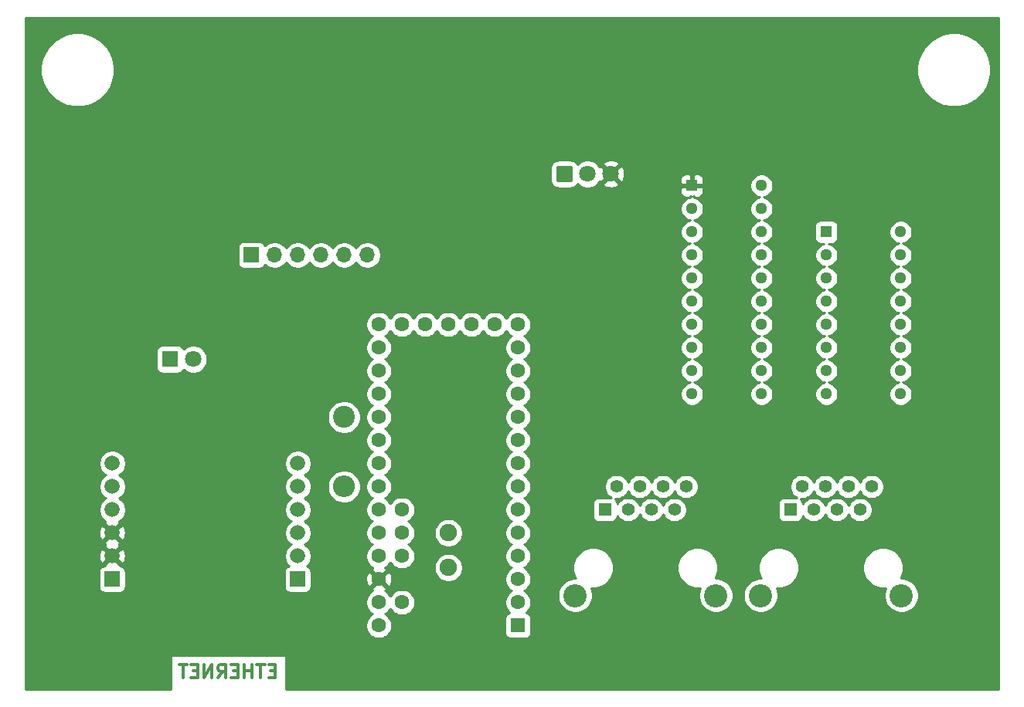
<source format=gbr>
G04 #@! TF.GenerationSoftware,KiCad,Pcbnew,(5.1.5-0-10_14)*
G04 #@! TF.CreationDate,2019-12-23T12:59:41-05:00*
G04 #@! TF.ProjectId,branchControllerPCB,6272616e-6368-4436-9f6e-74726f6c6c65,rev?*
G04 #@! TF.SameCoordinates,Original*
G04 #@! TF.FileFunction,Copper,L4,Bot*
G04 #@! TF.FilePolarity,Positive*
%FSLAX46Y46*%
G04 Gerber Fmt 4.6, Leading zero omitted, Abs format (unit mm)*
G04 Created by KiCad (PCBNEW (5.1.5-0-10_14)) date 2019-12-23 12:59:41*
%MOMM*%
%LPD*%
G04 APERTURE LIST*
%ADD10C,0.300000*%
%ADD11O,1.700000X1.700000*%
%ADD12R,1.700000X1.700000*%
%ADD13C,1.600000*%
%ADD14R,1.600000X1.600000*%
%ADD15C,1.900000*%
%ADD16R,1.665000X1.665000*%
%ADD17C,1.665000*%
%ADD18C,1.800000*%
%ADD19C,0.100000*%
%ADD20R,1.295400X1.295400*%
%ADD21C,1.295400*%
%ADD22O,2.400000X2.400000*%
%ADD23C,2.400000*%
%ADD24C,1.408000*%
%ADD25R,1.408000X1.408000*%
%ADD26C,2.550000*%
%ADD27R,1.800000X1.800000*%
%ADD28C,0.254000*%
G04 APERTURE END LIST*
D10*
X168972857Y-142132857D02*
X168472857Y-142132857D01*
X168258571Y-142918571D02*
X168972857Y-142918571D01*
X168972857Y-141418571D01*
X168258571Y-141418571D01*
X167830000Y-141418571D02*
X166972857Y-141418571D01*
X167401428Y-142918571D02*
X167401428Y-141418571D01*
X166472857Y-142918571D02*
X166472857Y-141418571D01*
X166472857Y-142132857D02*
X165615714Y-142132857D01*
X165615714Y-142918571D02*
X165615714Y-141418571D01*
X164901428Y-142132857D02*
X164401428Y-142132857D01*
X164187142Y-142918571D02*
X164901428Y-142918571D01*
X164901428Y-141418571D01*
X164187142Y-141418571D01*
X162687142Y-142918571D02*
X163187142Y-142204285D01*
X163544285Y-142918571D02*
X163544285Y-141418571D01*
X162972857Y-141418571D01*
X162830000Y-141490000D01*
X162758571Y-141561428D01*
X162687142Y-141704285D01*
X162687142Y-141918571D01*
X162758571Y-142061428D01*
X162830000Y-142132857D01*
X162972857Y-142204285D01*
X163544285Y-142204285D01*
X162044285Y-142918571D02*
X162044285Y-141418571D01*
X161187142Y-142918571D01*
X161187142Y-141418571D01*
X160472857Y-142132857D02*
X159972857Y-142132857D01*
X159758571Y-142918571D02*
X160472857Y-142918571D01*
X160472857Y-141418571D01*
X159758571Y-141418571D01*
X159330000Y-141418571D02*
X158472857Y-141418571D01*
X158901428Y-142918571D02*
X158901428Y-141418571D01*
D11*
X179070000Y-96520000D03*
X176530000Y-96520000D03*
X173990000Y-96520000D03*
X171450000Y-96520000D03*
X168910000Y-96520000D03*
D12*
X166370000Y-96520000D03*
D13*
X187960000Y-104140000D03*
X185420000Y-104140000D03*
X182880000Y-104140000D03*
X180340000Y-104140000D03*
X190500000Y-104140000D03*
X193040000Y-104140000D03*
X195580000Y-104140000D03*
X180340000Y-106680000D03*
X180340000Y-109220000D03*
X180340000Y-111760000D03*
X180340000Y-114300000D03*
X180340000Y-116840000D03*
X180340000Y-119380000D03*
X180340000Y-121920000D03*
X180340000Y-124460000D03*
X180340000Y-127000000D03*
X180340000Y-129540000D03*
X180340000Y-132080000D03*
X180340000Y-134620000D03*
X180340000Y-137160000D03*
X182880000Y-134620000D03*
X182880000Y-129540000D03*
X182880000Y-127000000D03*
X182880000Y-124460000D03*
X195580000Y-106680000D03*
X195580000Y-109220000D03*
X195580000Y-111760000D03*
X195580000Y-114300000D03*
X195580000Y-116840000D03*
X195580000Y-119380000D03*
X195580000Y-121920000D03*
X195580000Y-124460000D03*
X195580000Y-127000000D03*
X195580000Y-129540000D03*
X195580000Y-132080000D03*
X195580000Y-134620000D03*
D14*
X195580000Y-137160000D03*
D15*
X187960000Y-127000000D03*
X187960000Y-130810000D03*
D16*
X171450000Y-132080000D03*
D17*
X171450000Y-129540000D03*
X171450000Y-127000000D03*
X171450000Y-124460000D03*
X171450000Y-121920000D03*
X171450000Y-119380000D03*
D16*
X151130000Y-132080000D03*
D17*
X151130000Y-129540000D03*
X151130000Y-127000000D03*
X151130000Y-124460000D03*
X151130000Y-121920000D03*
X151130000Y-119380000D03*
D18*
X205740000Y-87630000D03*
X203200000Y-87630000D03*
G04 #@! TA.AperFunction,ComponentPad*
D19*
G36*
X201335947Y-86731196D02*
G01*
X201360060Y-86734773D01*
X201383707Y-86740696D01*
X201406659Y-86748908D01*
X201428695Y-86759331D01*
X201449604Y-86771863D01*
X201469183Y-86786384D01*
X201487245Y-86802755D01*
X201503616Y-86820817D01*
X201518137Y-86840396D01*
X201530669Y-86861305D01*
X201541092Y-86883341D01*
X201549304Y-86906293D01*
X201555227Y-86929940D01*
X201558804Y-86954053D01*
X201560000Y-86978400D01*
X201560000Y-88281600D01*
X201558804Y-88305947D01*
X201555227Y-88330060D01*
X201549304Y-88353707D01*
X201541092Y-88376659D01*
X201530669Y-88398695D01*
X201518137Y-88419604D01*
X201503616Y-88439183D01*
X201487245Y-88457245D01*
X201469183Y-88473616D01*
X201449604Y-88488137D01*
X201428695Y-88500669D01*
X201406659Y-88511092D01*
X201383707Y-88519304D01*
X201360060Y-88525227D01*
X201335947Y-88528804D01*
X201311600Y-88530000D01*
X200008400Y-88530000D01*
X199984053Y-88528804D01*
X199959940Y-88525227D01*
X199936293Y-88519304D01*
X199913341Y-88511092D01*
X199891305Y-88500669D01*
X199870396Y-88488137D01*
X199850817Y-88473616D01*
X199832755Y-88457245D01*
X199816384Y-88439183D01*
X199801863Y-88419604D01*
X199789331Y-88398695D01*
X199778908Y-88376659D01*
X199770696Y-88353707D01*
X199764773Y-88330060D01*
X199761196Y-88305947D01*
X199760000Y-88281600D01*
X199760000Y-86978400D01*
X199761196Y-86954053D01*
X199764773Y-86929940D01*
X199770696Y-86906293D01*
X199778908Y-86883341D01*
X199789331Y-86861305D01*
X199801863Y-86840396D01*
X199816384Y-86820817D01*
X199832755Y-86802755D01*
X199850817Y-86786384D01*
X199870396Y-86771863D01*
X199891305Y-86759331D01*
X199913341Y-86748908D01*
X199936293Y-86740696D01*
X199959940Y-86734773D01*
X199984053Y-86731196D01*
X200008400Y-86730000D01*
X201311600Y-86730000D01*
X201335947Y-86731196D01*
G37*
G04 #@! TD.AperFunction*
D20*
X214630000Y-88900000D03*
D21*
X214630000Y-91440000D03*
X214630000Y-93980000D03*
X214630000Y-96520000D03*
X214630000Y-99060000D03*
X214630000Y-101600000D03*
X214630000Y-104140000D03*
X214630000Y-106680000D03*
X214630000Y-109220000D03*
X214630000Y-111760000D03*
X222250000Y-111760000D03*
X222250000Y-109220000D03*
X222250000Y-106680000D03*
X222250000Y-104140000D03*
X222250000Y-101600000D03*
X222250000Y-99060000D03*
X222250000Y-96520000D03*
X222250000Y-93980000D03*
X222250000Y-91440000D03*
X222250000Y-88900000D03*
D20*
X229362000Y-93980000D03*
D21*
X229362000Y-96520000D03*
X229362000Y-99060000D03*
X229362000Y-101600000D03*
X229362000Y-104140000D03*
X229362000Y-106680000D03*
X229362000Y-109220000D03*
X229362000Y-111760000D03*
X237490000Y-111760000D03*
X237490000Y-109220000D03*
X237490000Y-106680000D03*
X237490000Y-104140000D03*
X237490000Y-101600000D03*
X237490000Y-99060000D03*
X237490000Y-96520000D03*
X237490000Y-93980000D03*
D22*
X176530000Y-121920000D03*
D23*
X176530000Y-114300000D03*
D24*
X231775000Y-121920000D03*
X229235000Y-121920000D03*
X226695000Y-121920000D03*
X230505000Y-124460000D03*
X227965000Y-124460000D03*
D25*
X225425000Y-124460000D03*
D24*
X233045000Y-124460000D03*
X234315000Y-121920000D03*
D26*
X222155000Y-133860000D03*
X237585000Y-133860000D03*
X217265000Y-133860000D03*
X201835000Y-133860000D03*
D24*
X213995000Y-121920000D03*
X212725000Y-124460000D03*
D25*
X205105000Y-124460000D03*
D24*
X207645000Y-124460000D03*
X210185000Y-124460000D03*
X206375000Y-121920000D03*
X208915000Y-121920000D03*
X211455000Y-121920000D03*
D18*
X160020000Y-107950000D03*
D27*
X157480000Y-107950000D03*
D28*
G36*
X241407004Y-72598586D02*
G01*
X240741392Y-73043335D01*
X240175335Y-73609392D01*
X239730586Y-74275004D01*
X239424238Y-75014593D01*
X239268064Y-75799737D01*
X239268064Y-76600263D01*
X239424238Y-77385407D01*
X239730586Y-78124996D01*
X240175335Y-78790608D01*
X240741392Y-79356665D01*
X241407004Y-79801414D01*
X242146593Y-80107762D01*
X242931737Y-80263936D01*
X243732263Y-80263936D01*
X244517407Y-80107762D01*
X245256996Y-79801414D01*
X245922608Y-79356665D01*
X246253000Y-79026273D01*
X246253000Y-144120000D01*
X170115000Y-144120000D01*
X170115000Y-140450000D01*
X157545000Y-140450000D01*
X157545000Y-144120000D01*
X143637000Y-144120000D01*
X143637000Y-134478665D01*
X178905000Y-134478665D01*
X178905000Y-134761335D01*
X178960147Y-135038574D01*
X179068320Y-135299727D01*
X179225363Y-135534759D01*
X179425241Y-135734637D01*
X179657759Y-135890000D01*
X179425241Y-136045363D01*
X179225363Y-136245241D01*
X179068320Y-136480273D01*
X178960147Y-136741426D01*
X178905000Y-137018665D01*
X178905000Y-137301335D01*
X178960147Y-137578574D01*
X179068320Y-137839727D01*
X179225363Y-138074759D01*
X179425241Y-138274637D01*
X179660273Y-138431680D01*
X179921426Y-138539853D01*
X180198665Y-138595000D01*
X180481335Y-138595000D01*
X180758574Y-138539853D01*
X181019727Y-138431680D01*
X181254759Y-138274637D01*
X181454637Y-138074759D01*
X181611680Y-137839727D01*
X181719853Y-137578574D01*
X181775000Y-137301335D01*
X181775000Y-137018665D01*
X181719853Y-136741426D01*
X181611680Y-136480273D01*
X181454637Y-136245241D01*
X181254759Y-136045363D01*
X181022241Y-135890000D01*
X181254759Y-135734637D01*
X181454637Y-135534759D01*
X181610000Y-135302241D01*
X181765363Y-135534759D01*
X181965241Y-135734637D01*
X182200273Y-135891680D01*
X182461426Y-135999853D01*
X182738665Y-136055000D01*
X183021335Y-136055000D01*
X183298574Y-135999853D01*
X183559727Y-135891680D01*
X183794759Y-135734637D01*
X183994637Y-135534759D01*
X184151680Y-135299727D01*
X184259853Y-135038574D01*
X184315000Y-134761335D01*
X184315000Y-134478665D01*
X184259853Y-134201426D01*
X184151680Y-133940273D01*
X183994637Y-133705241D01*
X183794759Y-133505363D01*
X183559727Y-133348320D01*
X183298574Y-133240147D01*
X183021335Y-133185000D01*
X182738665Y-133185000D01*
X182461426Y-133240147D01*
X182200273Y-133348320D01*
X181965241Y-133505363D01*
X181765363Y-133705241D01*
X181610000Y-133937759D01*
X181454637Y-133705241D01*
X181254759Y-133505363D01*
X181020872Y-133349085D01*
X181081514Y-133316671D01*
X181153097Y-133072702D01*
X180340000Y-132259605D01*
X179526903Y-133072702D01*
X179598486Y-133316671D01*
X179662992Y-133347194D01*
X179660273Y-133348320D01*
X179425241Y-133505363D01*
X179225363Y-133705241D01*
X179068320Y-133940273D01*
X178960147Y-134201426D01*
X178905000Y-134478665D01*
X143637000Y-134478665D01*
X143637000Y-131247500D01*
X149659428Y-131247500D01*
X149659428Y-132912500D01*
X149671688Y-133036982D01*
X149707998Y-133156680D01*
X149766963Y-133266994D01*
X149846315Y-133363685D01*
X149943006Y-133443037D01*
X150053320Y-133502002D01*
X150173018Y-133538312D01*
X150297500Y-133550572D01*
X151962500Y-133550572D01*
X152086982Y-133538312D01*
X152206680Y-133502002D01*
X152316994Y-133443037D01*
X152413685Y-133363685D01*
X152493037Y-133266994D01*
X152552002Y-133156680D01*
X152588312Y-133036982D01*
X152600572Y-132912500D01*
X152600572Y-131247500D01*
X169979428Y-131247500D01*
X169979428Y-132912500D01*
X169991688Y-133036982D01*
X170027998Y-133156680D01*
X170086963Y-133266994D01*
X170166315Y-133363685D01*
X170263006Y-133443037D01*
X170373320Y-133502002D01*
X170493018Y-133538312D01*
X170617500Y-133550572D01*
X172282500Y-133550572D01*
X172406982Y-133538312D01*
X172526680Y-133502002D01*
X172636994Y-133443037D01*
X172733685Y-133363685D01*
X172813037Y-133266994D01*
X172872002Y-133156680D01*
X172908312Y-133036982D01*
X172920572Y-132912500D01*
X172920572Y-132150512D01*
X178899783Y-132150512D01*
X178941213Y-132430130D01*
X179036397Y-132696292D01*
X179103329Y-132821514D01*
X179347298Y-132893097D01*
X180160395Y-132080000D01*
X180519605Y-132080000D01*
X181332702Y-132893097D01*
X181576671Y-132821514D01*
X181697571Y-132566004D01*
X181766300Y-132291816D01*
X181780217Y-132009488D01*
X181738787Y-131729870D01*
X181643603Y-131463708D01*
X181576671Y-131338486D01*
X181332702Y-131266903D01*
X180519605Y-132080000D01*
X180160395Y-132080000D01*
X179347298Y-131266903D01*
X179103329Y-131338486D01*
X178982429Y-131593996D01*
X178913700Y-131868184D01*
X178899783Y-132150512D01*
X172920572Y-132150512D01*
X172920572Y-131247500D01*
X172908312Y-131123018D01*
X172872002Y-131003320D01*
X172813037Y-130893006D01*
X172733685Y-130796315D01*
X172636994Y-130716963D01*
X172526680Y-130657998D01*
X172435132Y-130630227D01*
X172589882Y-130475477D01*
X172750482Y-130235122D01*
X172861105Y-129968054D01*
X172917500Y-129684536D01*
X172917500Y-129395464D01*
X172861105Y-129111946D01*
X172750482Y-128844878D01*
X172589882Y-128604523D01*
X172385477Y-128400118D01*
X172190742Y-128270000D01*
X172385477Y-128139882D01*
X172589882Y-127935477D01*
X172750482Y-127695122D01*
X172861105Y-127428054D01*
X172917500Y-127144536D01*
X172917500Y-126855464D01*
X172861105Y-126571946D01*
X172750482Y-126304878D01*
X172589882Y-126064523D01*
X172385477Y-125860118D01*
X172190742Y-125730000D01*
X172385477Y-125599882D01*
X172589882Y-125395477D01*
X172750482Y-125155122D01*
X172861105Y-124888054D01*
X172917500Y-124604536D01*
X172917500Y-124315464D01*
X172861105Y-124031946D01*
X172750482Y-123764878D01*
X172589882Y-123524523D01*
X172385477Y-123320118D01*
X172190742Y-123190000D01*
X172385477Y-123059882D01*
X172589882Y-122855477D01*
X172750482Y-122615122D01*
X172861105Y-122348054D01*
X172917500Y-122064536D01*
X172917500Y-121775464D01*
X172910301Y-121739268D01*
X174695000Y-121739268D01*
X174695000Y-122100732D01*
X174765518Y-122455250D01*
X174903844Y-122789199D01*
X175104662Y-123089744D01*
X175360256Y-123345338D01*
X175660801Y-123546156D01*
X175994750Y-123684482D01*
X176349268Y-123755000D01*
X176710732Y-123755000D01*
X177065250Y-123684482D01*
X177399199Y-123546156D01*
X177699744Y-123345338D01*
X177955338Y-123089744D01*
X178156156Y-122789199D01*
X178294482Y-122455250D01*
X178365000Y-122100732D01*
X178365000Y-121739268D01*
X178294482Y-121384750D01*
X178156156Y-121050801D01*
X177955338Y-120750256D01*
X177699744Y-120494662D01*
X177399199Y-120293844D01*
X177065250Y-120155518D01*
X176710732Y-120085000D01*
X176349268Y-120085000D01*
X175994750Y-120155518D01*
X175660801Y-120293844D01*
X175360256Y-120494662D01*
X175104662Y-120750256D01*
X174903844Y-121050801D01*
X174765518Y-121384750D01*
X174695000Y-121739268D01*
X172910301Y-121739268D01*
X172861105Y-121491946D01*
X172750482Y-121224878D01*
X172589882Y-120984523D01*
X172385477Y-120780118D01*
X172190742Y-120650000D01*
X172385477Y-120519882D01*
X172589882Y-120315477D01*
X172750482Y-120075122D01*
X172861105Y-119808054D01*
X172917500Y-119524536D01*
X172917500Y-119235464D01*
X172861105Y-118951946D01*
X172750482Y-118684878D01*
X172589882Y-118444523D01*
X172385477Y-118240118D01*
X172145122Y-118079518D01*
X171878054Y-117968895D01*
X171594536Y-117912500D01*
X171305464Y-117912500D01*
X171021946Y-117968895D01*
X170754878Y-118079518D01*
X170514523Y-118240118D01*
X170310118Y-118444523D01*
X170149518Y-118684878D01*
X170038895Y-118951946D01*
X169982500Y-119235464D01*
X169982500Y-119524536D01*
X170038895Y-119808054D01*
X170149518Y-120075122D01*
X170310118Y-120315477D01*
X170514523Y-120519882D01*
X170709258Y-120650000D01*
X170514523Y-120780118D01*
X170310118Y-120984523D01*
X170149518Y-121224878D01*
X170038895Y-121491946D01*
X169982500Y-121775464D01*
X169982500Y-122064536D01*
X170038895Y-122348054D01*
X170149518Y-122615122D01*
X170310118Y-122855477D01*
X170514523Y-123059882D01*
X170709258Y-123190000D01*
X170514523Y-123320118D01*
X170310118Y-123524523D01*
X170149518Y-123764878D01*
X170038895Y-124031946D01*
X169982500Y-124315464D01*
X169982500Y-124604536D01*
X170038895Y-124888054D01*
X170149518Y-125155122D01*
X170310118Y-125395477D01*
X170514523Y-125599882D01*
X170709258Y-125730000D01*
X170514523Y-125860118D01*
X170310118Y-126064523D01*
X170149518Y-126304878D01*
X170038895Y-126571946D01*
X169982500Y-126855464D01*
X169982500Y-127144536D01*
X170038895Y-127428054D01*
X170149518Y-127695122D01*
X170310118Y-127935477D01*
X170514523Y-128139882D01*
X170709258Y-128270000D01*
X170514523Y-128400118D01*
X170310118Y-128604523D01*
X170149518Y-128844878D01*
X170038895Y-129111946D01*
X169982500Y-129395464D01*
X169982500Y-129684536D01*
X170038895Y-129968054D01*
X170149518Y-130235122D01*
X170310118Y-130475477D01*
X170464868Y-130630227D01*
X170373320Y-130657998D01*
X170263006Y-130716963D01*
X170166315Y-130796315D01*
X170086963Y-130893006D01*
X170027998Y-131003320D01*
X169991688Y-131123018D01*
X169979428Y-131247500D01*
X152600572Y-131247500D01*
X152588312Y-131123018D01*
X152552002Y-131003320D01*
X152493037Y-130893006D01*
X152413685Y-130796315D01*
X152316994Y-130716963D01*
X152206680Y-130657998D01*
X152086982Y-130621688D01*
X151962500Y-130609428D01*
X151949956Y-130609428D01*
X151966301Y-130555906D01*
X151130000Y-129719605D01*
X150293699Y-130555906D01*
X150310044Y-130609428D01*
X150297500Y-130609428D01*
X150173018Y-130621688D01*
X150053320Y-130657998D01*
X149943006Y-130716963D01*
X149846315Y-130796315D01*
X149766963Y-130893006D01*
X149707998Y-131003320D01*
X149671688Y-131123018D01*
X149659428Y-131247500D01*
X143637000Y-131247500D01*
X143637000Y-129609226D01*
X149657026Y-129609226D01*
X149698834Y-129895259D01*
X149795641Y-130167639D01*
X149866807Y-130300783D01*
X150114094Y-130376301D01*
X150950395Y-129540000D01*
X151309605Y-129540000D01*
X152145906Y-130376301D01*
X152393193Y-130300783D01*
X152517343Y-130039727D01*
X152588177Y-129759468D01*
X152602974Y-129470774D01*
X152561166Y-129184741D01*
X152464359Y-128912361D01*
X152393193Y-128779217D01*
X152145906Y-128703699D01*
X151309605Y-129540000D01*
X150950395Y-129540000D01*
X150114094Y-128703699D01*
X149866807Y-128779217D01*
X149742657Y-129040273D01*
X149671823Y-129320532D01*
X149657026Y-129609226D01*
X143637000Y-129609226D01*
X143637000Y-128015906D01*
X150293699Y-128015906D01*
X150369217Y-128263193D01*
X150382695Y-128269603D01*
X150369217Y-128276807D01*
X150293699Y-128524094D01*
X151130000Y-129360395D01*
X151966301Y-128524094D01*
X151890783Y-128276807D01*
X151877305Y-128270397D01*
X151890783Y-128263193D01*
X151966301Y-128015906D01*
X151130000Y-127179605D01*
X150293699Y-128015906D01*
X143637000Y-128015906D01*
X143637000Y-127069226D01*
X149657026Y-127069226D01*
X149698834Y-127355259D01*
X149795641Y-127627639D01*
X149866807Y-127760783D01*
X150114094Y-127836301D01*
X150950395Y-127000000D01*
X151309605Y-127000000D01*
X152145906Y-127836301D01*
X152393193Y-127760783D01*
X152517343Y-127499727D01*
X152588177Y-127219468D01*
X152602974Y-126930774D01*
X152561166Y-126644741D01*
X152464359Y-126372361D01*
X152393193Y-126239217D01*
X152145906Y-126163699D01*
X151309605Y-127000000D01*
X150950395Y-127000000D01*
X150114094Y-126163699D01*
X149866807Y-126239217D01*
X149742657Y-126500273D01*
X149671823Y-126780532D01*
X149657026Y-127069226D01*
X143637000Y-127069226D01*
X143637000Y-119235464D01*
X149662500Y-119235464D01*
X149662500Y-119524536D01*
X149718895Y-119808054D01*
X149829518Y-120075122D01*
X149990118Y-120315477D01*
X150194523Y-120519882D01*
X150389258Y-120650000D01*
X150194523Y-120780118D01*
X149990118Y-120984523D01*
X149829518Y-121224878D01*
X149718895Y-121491946D01*
X149662500Y-121775464D01*
X149662500Y-122064536D01*
X149718895Y-122348054D01*
X149829518Y-122615122D01*
X149990118Y-122855477D01*
X150194523Y-123059882D01*
X150389258Y-123190000D01*
X150194523Y-123320118D01*
X149990118Y-123524523D01*
X149829518Y-123764878D01*
X149718895Y-124031946D01*
X149662500Y-124315464D01*
X149662500Y-124604536D01*
X149718895Y-124888054D01*
X149829518Y-125155122D01*
X149990118Y-125395477D01*
X150194523Y-125599882D01*
X150386011Y-125727830D01*
X150369217Y-125736807D01*
X150293699Y-125984094D01*
X151130000Y-126820395D01*
X151966301Y-125984094D01*
X151890783Y-125736807D01*
X151873123Y-125728409D01*
X152065477Y-125599882D01*
X152269882Y-125395477D01*
X152430482Y-125155122D01*
X152541105Y-124888054D01*
X152597500Y-124604536D01*
X152597500Y-124315464D01*
X152541105Y-124031946D01*
X152430482Y-123764878D01*
X152269882Y-123524523D01*
X152065477Y-123320118D01*
X151870742Y-123190000D01*
X152065477Y-123059882D01*
X152269882Y-122855477D01*
X152430482Y-122615122D01*
X152541105Y-122348054D01*
X152597500Y-122064536D01*
X152597500Y-121775464D01*
X152541105Y-121491946D01*
X152430482Y-121224878D01*
X152269882Y-120984523D01*
X152065477Y-120780118D01*
X151870742Y-120650000D01*
X152065477Y-120519882D01*
X152269882Y-120315477D01*
X152430482Y-120075122D01*
X152541105Y-119808054D01*
X152597500Y-119524536D01*
X152597500Y-119235464D01*
X152541105Y-118951946D01*
X152430482Y-118684878D01*
X152269882Y-118444523D01*
X152065477Y-118240118D01*
X151825122Y-118079518D01*
X151558054Y-117968895D01*
X151274536Y-117912500D01*
X150985464Y-117912500D01*
X150701946Y-117968895D01*
X150434878Y-118079518D01*
X150194523Y-118240118D01*
X149990118Y-118444523D01*
X149829518Y-118684878D01*
X149718895Y-118951946D01*
X149662500Y-119235464D01*
X143637000Y-119235464D01*
X143637000Y-114119268D01*
X174695000Y-114119268D01*
X174695000Y-114480732D01*
X174765518Y-114835250D01*
X174903844Y-115169199D01*
X175104662Y-115469744D01*
X175360256Y-115725338D01*
X175660801Y-115926156D01*
X175994750Y-116064482D01*
X176349268Y-116135000D01*
X176710732Y-116135000D01*
X177065250Y-116064482D01*
X177399199Y-115926156D01*
X177699744Y-115725338D01*
X177955338Y-115469744D01*
X178156156Y-115169199D01*
X178294482Y-114835250D01*
X178365000Y-114480732D01*
X178365000Y-114119268D01*
X178294482Y-113764750D01*
X178156156Y-113430801D01*
X177955338Y-113130256D01*
X177699744Y-112874662D01*
X177399199Y-112673844D01*
X177065250Y-112535518D01*
X176710732Y-112465000D01*
X176349268Y-112465000D01*
X175994750Y-112535518D01*
X175660801Y-112673844D01*
X175360256Y-112874662D01*
X175104662Y-113130256D01*
X174903844Y-113430801D01*
X174765518Y-113764750D01*
X174695000Y-114119268D01*
X143637000Y-114119268D01*
X143637000Y-107050000D01*
X155941928Y-107050000D01*
X155941928Y-108850000D01*
X155954188Y-108974482D01*
X155990498Y-109094180D01*
X156049463Y-109204494D01*
X156128815Y-109301185D01*
X156225506Y-109380537D01*
X156335820Y-109439502D01*
X156455518Y-109475812D01*
X156580000Y-109488072D01*
X158380000Y-109488072D01*
X158504482Y-109475812D01*
X158624180Y-109439502D01*
X158734494Y-109380537D01*
X158831185Y-109301185D01*
X158910537Y-109204494D01*
X158969502Y-109094180D01*
X158975056Y-109075873D01*
X159041495Y-109142312D01*
X159292905Y-109310299D01*
X159572257Y-109426011D01*
X159868816Y-109485000D01*
X160171184Y-109485000D01*
X160467743Y-109426011D01*
X160747095Y-109310299D01*
X160998505Y-109142312D01*
X161212312Y-108928505D01*
X161380299Y-108677095D01*
X161496011Y-108397743D01*
X161555000Y-108101184D01*
X161555000Y-107798816D01*
X161496011Y-107502257D01*
X161380299Y-107222905D01*
X161212312Y-106971495D01*
X160998505Y-106757688D01*
X160747095Y-106589701D01*
X160467743Y-106473989D01*
X160171184Y-106415000D01*
X159868816Y-106415000D01*
X159572257Y-106473989D01*
X159292905Y-106589701D01*
X159041495Y-106757688D01*
X158975056Y-106824127D01*
X158969502Y-106805820D01*
X158910537Y-106695506D01*
X158831185Y-106598815D01*
X158734494Y-106519463D01*
X158624180Y-106460498D01*
X158504482Y-106424188D01*
X158380000Y-106411928D01*
X156580000Y-106411928D01*
X156455518Y-106424188D01*
X156335820Y-106460498D01*
X156225506Y-106519463D01*
X156128815Y-106598815D01*
X156049463Y-106695506D01*
X155990498Y-106805820D01*
X155954188Y-106925518D01*
X155941928Y-107050000D01*
X143637000Y-107050000D01*
X143637000Y-103998665D01*
X178905000Y-103998665D01*
X178905000Y-104281335D01*
X178960147Y-104558574D01*
X179068320Y-104819727D01*
X179225363Y-105054759D01*
X179425241Y-105254637D01*
X179657759Y-105410000D01*
X179425241Y-105565363D01*
X179225363Y-105765241D01*
X179068320Y-106000273D01*
X178960147Y-106261426D01*
X178905000Y-106538665D01*
X178905000Y-106821335D01*
X178960147Y-107098574D01*
X179068320Y-107359727D01*
X179225363Y-107594759D01*
X179425241Y-107794637D01*
X179657759Y-107950000D01*
X179425241Y-108105363D01*
X179225363Y-108305241D01*
X179068320Y-108540273D01*
X178960147Y-108801426D01*
X178905000Y-109078665D01*
X178905000Y-109361335D01*
X178960147Y-109638574D01*
X179068320Y-109899727D01*
X179225363Y-110134759D01*
X179425241Y-110334637D01*
X179657759Y-110490000D01*
X179425241Y-110645363D01*
X179225363Y-110845241D01*
X179068320Y-111080273D01*
X178960147Y-111341426D01*
X178905000Y-111618665D01*
X178905000Y-111901335D01*
X178960147Y-112178574D01*
X179068320Y-112439727D01*
X179225363Y-112674759D01*
X179425241Y-112874637D01*
X179657759Y-113030000D01*
X179425241Y-113185363D01*
X179225363Y-113385241D01*
X179068320Y-113620273D01*
X178960147Y-113881426D01*
X178905000Y-114158665D01*
X178905000Y-114441335D01*
X178960147Y-114718574D01*
X179068320Y-114979727D01*
X179225363Y-115214759D01*
X179425241Y-115414637D01*
X179657759Y-115570000D01*
X179425241Y-115725363D01*
X179225363Y-115925241D01*
X179068320Y-116160273D01*
X178960147Y-116421426D01*
X178905000Y-116698665D01*
X178905000Y-116981335D01*
X178960147Y-117258574D01*
X179068320Y-117519727D01*
X179225363Y-117754759D01*
X179425241Y-117954637D01*
X179657759Y-118110000D01*
X179425241Y-118265363D01*
X179225363Y-118465241D01*
X179068320Y-118700273D01*
X178960147Y-118961426D01*
X178905000Y-119238665D01*
X178905000Y-119521335D01*
X178960147Y-119798574D01*
X179068320Y-120059727D01*
X179225363Y-120294759D01*
X179425241Y-120494637D01*
X179657759Y-120650000D01*
X179425241Y-120805363D01*
X179225363Y-121005241D01*
X179068320Y-121240273D01*
X178960147Y-121501426D01*
X178905000Y-121778665D01*
X178905000Y-122061335D01*
X178960147Y-122338574D01*
X179068320Y-122599727D01*
X179225363Y-122834759D01*
X179425241Y-123034637D01*
X179657759Y-123190000D01*
X179425241Y-123345363D01*
X179225363Y-123545241D01*
X179068320Y-123780273D01*
X178960147Y-124041426D01*
X178905000Y-124318665D01*
X178905000Y-124601335D01*
X178960147Y-124878574D01*
X179068320Y-125139727D01*
X179225363Y-125374759D01*
X179425241Y-125574637D01*
X179657759Y-125730000D01*
X179425241Y-125885363D01*
X179225363Y-126085241D01*
X179068320Y-126320273D01*
X178960147Y-126581426D01*
X178905000Y-126858665D01*
X178905000Y-127141335D01*
X178960147Y-127418574D01*
X179068320Y-127679727D01*
X179225363Y-127914759D01*
X179425241Y-128114637D01*
X179657759Y-128270000D01*
X179425241Y-128425363D01*
X179225363Y-128625241D01*
X179068320Y-128860273D01*
X178960147Y-129121426D01*
X178905000Y-129398665D01*
X178905000Y-129681335D01*
X178960147Y-129958574D01*
X179068320Y-130219727D01*
X179225363Y-130454759D01*
X179425241Y-130654637D01*
X179659128Y-130810915D01*
X179598486Y-130843329D01*
X179526903Y-131087298D01*
X180340000Y-131900395D01*
X181153097Y-131087298D01*
X181081514Y-130843329D01*
X181017008Y-130812806D01*
X181019727Y-130811680D01*
X181254759Y-130654637D01*
X181454637Y-130454759D01*
X181610000Y-130222241D01*
X181765363Y-130454759D01*
X181965241Y-130654637D01*
X182200273Y-130811680D01*
X182461426Y-130919853D01*
X182738665Y-130975000D01*
X183021335Y-130975000D01*
X183298574Y-130919853D01*
X183559727Y-130811680D01*
X183794759Y-130654637D01*
X183795505Y-130653891D01*
X186375000Y-130653891D01*
X186375000Y-130966109D01*
X186435911Y-131272327D01*
X186555391Y-131560779D01*
X186728850Y-131820379D01*
X186949621Y-132041150D01*
X187209221Y-132214609D01*
X187497673Y-132334089D01*
X187803891Y-132395000D01*
X188116109Y-132395000D01*
X188422327Y-132334089D01*
X188710779Y-132214609D01*
X188970379Y-132041150D01*
X189191150Y-131820379D01*
X189364609Y-131560779D01*
X189484089Y-131272327D01*
X189545000Y-130966109D01*
X189545000Y-130653891D01*
X189484089Y-130347673D01*
X189364609Y-130059221D01*
X189191150Y-129799621D01*
X188970379Y-129578850D01*
X188710779Y-129405391D01*
X188422327Y-129285911D01*
X188116109Y-129225000D01*
X187803891Y-129225000D01*
X187497673Y-129285911D01*
X187209221Y-129405391D01*
X186949621Y-129578850D01*
X186728850Y-129799621D01*
X186555391Y-130059221D01*
X186435911Y-130347673D01*
X186375000Y-130653891D01*
X183795505Y-130653891D01*
X183994637Y-130454759D01*
X184151680Y-130219727D01*
X184259853Y-129958574D01*
X184315000Y-129681335D01*
X184315000Y-129398665D01*
X184259853Y-129121426D01*
X184151680Y-128860273D01*
X183994637Y-128625241D01*
X183794759Y-128425363D01*
X183562241Y-128270000D01*
X183794759Y-128114637D01*
X183994637Y-127914759D01*
X184151680Y-127679727D01*
X184259853Y-127418574D01*
X184315000Y-127141335D01*
X184315000Y-126858665D01*
X184312062Y-126843891D01*
X186375000Y-126843891D01*
X186375000Y-127156109D01*
X186435911Y-127462327D01*
X186555391Y-127750779D01*
X186728850Y-128010379D01*
X186949621Y-128231150D01*
X187209221Y-128404609D01*
X187497673Y-128524089D01*
X187803891Y-128585000D01*
X188116109Y-128585000D01*
X188422327Y-128524089D01*
X188710779Y-128404609D01*
X188970379Y-128231150D01*
X189191150Y-128010379D01*
X189364609Y-127750779D01*
X189484089Y-127462327D01*
X189545000Y-127156109D01*
X189545000Y-126843891D01*
X189484089Y-126537673D01*
X189364609Y-126249221D01*
X189191150Y-125989621D01*
X188970379Y-125768850D01*
X188710779Y-125595391D01*
X188422327Y-125475911D01*
X188116109Y-125415000D01*
X187803891Y-125415000D01*
X187497673Y-125475911D01*
X187209221Y-125595391D01*
X186949621Y-125768850D01*
X186728850Y-125989621D01*
X186555391Y-126249221D01*
X186435911Y-126537673D01*
X186375000Y-126843891D01*
X184312062Y-126843891D01*
X184259853Y-126581426D01*
X184151680Y-126320273D01*
X183994637Y-126085241D01*
X183794759Y-125885363D01*
X183562241Y-125730000D01*
X183794759Y-125574637D01*
X183994637Y-125374759D01*
X184151680Y-125139727D01*
X184259853Y-124878574D01*
X184315000Y-124601335D01*
X184315000Y-124318665D01*
X184259853Y-124041426D01*
X184151680Y-123780273D01*
X183994637Y-123545241D01*
X183794759Y-123345363D01*
X183559727Y-123188320D01*
X183298574Y-123080147D01*
X183021335Y-123025000D01*
X182738665Y-123025000D01*
X182461426Y-123080147D01*
X182200273Y-123188320D01*
X181965241Y-123345363D01*
X181765363Y-123545241D01*
X181610000Y-123777759D01*
X181454637Y-123545241D01*
X181254759Y-123345363D01*
X181022241Y-123190000D01*
X181254759Y-123034637D01*
X181454637Y-122834759D01*
X181611680Y-122599727D01*
X181719853Y-122338574D01*
X181775000Y-122061335D01*
X181775000Y-121778665D01*
X181719853Y-121501426D01*
X181611680Y-121240273D01*
X181454637Y-121005241D01*
X181254759Y-120805363D01*
X181022241Y-120650000D01*
X181254759Y-120494637D01*
X181454637Y-120294759D01*
X181611680Y-120059727D01*
X181719853Y-119798574D01*
X181775000Y-119521335D01*
X181775000Y-119238665D01*
X181719853Y-118961426D01*
X181611680Y-118700273D01*
X181454637Y-118465241D01*
X181254759Y-118265363D01*
X181022241Y-118110000D01*
X181254759Y-117954637D01*
X181454637Y-117754759D01*
X181611680Y-117519727D01*
X181719853Y-117258574D01*
X181775000Y-116981335D01*
X181775000Y-116698665D01*
X181719853Y-116421426D01*
X181611680Y-116160273D01*
X181454637Y-115925241D01*
X181254759Y-115725363D01*
X181022241Y-115570000D01*
X181254759Y-115414637D01*
X181454637Y-115214759D01*
X181611680Y-114979727D01*
X181719853Y-114718574D01*
X181775000Y-114441335D01*
X181775000Y-114158665D01*
X181719853Y-113881426D01*
X181611680Y-113620273D01*
X181454637Y-113385241D01*
X181254759Y-113185363D01*
X181022241Y-113030000D01*
X181254759Y-112874637D01*
X181454637Y-112674759D01*
X181611680Y-112439727D01*
X181719853Y-112178574D01*
X181775000Y-111901335D01*
X181775000Y-111618665D01*
X181719853Y-111341426D01*
X181611680Y-111080273D01*
X181454637Y-110845241D01*
X181254759Y-110645363D01*
X181022241Y-110490000D01*
X181254759Y-110334637D01*
X181454637Y-110134759D01*
X181611680Y-109899727D01*
X181719853Y-109638574D01*
X181775000Y-109361335D01*
X181775000Y-109078665D01*
X181719853Y-108801426D01*
X181611680Y-108540273D01*
X181454637Y-108305241D01*
X181254759Y-108105363D01*
X181022241Y-107950000D01*
X181254759Y-107794637D01*
X181454637Y-107594759D01*
X181611680Y-107359727D01*
X181719853Y-107098574D01*
X181775000Y-106821335D01*
X181775000Y-106538665D01*
X181719853Y-106261426D01*
X181611680Y-106000273D01*
X181454637Y-105765241D01*
X181254759Y-105565363D01*
X181022241Y-105410000D01*
X181254759Y-105254637D01*
X181454637Y-105054759D01*
X181610000Y-104822241D01*
X181765363Y-105054759D01*
X181965241Y-105254637D01*
X182200273Y-105411680D01*
X182461426Y-105519853D01*
X182738665Y-105575000D01*
X183021335Y-105575000D01*
X183298574Y-105519853D01*
X183559727Y-105411680D01*
X183794759Y-105254637D01*
X183994637Y-105054759D01*
X184150000Y-104822241D01*
X184305363Y-105054759D01*
X184505241Y-105254637D01*
X184740273Y-105411680D01*
X185001426Y-105519853D01*
X185278665Y-105575000D01*
X185561335Y-105575000D01*
X185838574Y-105519853D01*
X186099727Y-105411680D01*
X186334759Y-105254637D01*
X186534637Y-105054759D01*
X186690000Y-104822241D01*
X186845363Y-105054759D01*
X187045241Y-105254637D01*
X187280273Y-105411680D01*
X187541426Y-105519853D01*
X187818665Y-105575000D01*
X188101335Y-105575000D01*
X188378574Y-105519853D01*
X188639727Y-105411680D01*
X188874759Y-105254637D01*
X189074637Y-105054759D01*
X189230000Y-104822241D01*
X189385363Y-105054759D01*
X189585241Y-105254637D01*
X189820273Y-105411680D01*
X190081426Y-105519853D01*
X190358665Y-105575000D01*
X190641335Y-105575000D01*
X190918574Y-105519853D01*
X191179727Y-105411680D01*
X191414759Y-105254637D01*
X191614637Y-105054759D01*
X191770000Y-104822241D01*
X191925363Y-105054759D01*
X192125241Y-105254637D01*
X192360273Y-105411680D01*
X192621426Y-105519853D01*
X192898665Y-105575000D01*
X193181335Y-105575000D01*
X193458574Y-105519853D01*
X193719727Y-105411680D01*
X193954759Y-105254637D01*
X194154637Y-105054759D01*
X194310000Y-104822241D01*
X194465363Y-105054759D01*
X194665241Y-105254637D01*
X194897759Y-105410000D01*
X194665241Y-105565363D01*
X194465363Y-105765241D01*
X194308320Y-106000273D01*
X194200147Y-106261426D01*
X194145000Y-106538665D01*
X194145000Y-106821335D01*
X194200147Y-107098574D01*
X194308320Y-107359727D01*
X194465363Y-107594759D01*
X194665241Y-107794637D01*
X194897759Y-107950000D01*
X194665241Y-108105363D01*
X194465363Y-108305241D01*
X194308320Y-108540273D01*
X194200147Y-108801426D01*
X194145000Y-109078665D01*
X194145000Y-109361335D01*
X194200147Y-109638574D01*
X194308320Y-109899727D01*
X194465363Y-110134759D01*
X194665241Y-110334637D01*
X194897759Y-110490000D01*
X194665241Y-110645363D01*
X194465363Y-110845241D01*
X194308320Y-111080273D01*
X194200147Y-111341426D01*
X194145000Y-111618665D01*
X194145000Y-111901335D01*
X194200147Y-112178574D01*
X194308320Y-112439727D01*
X194465363Y-112674759D01*
X194665241Y-112874637D01*
X194897759Y-113030000D01*
X194665241Y-113185363D01*
X194465363Y-113385241D01*
X194308320Y-113620273D01*
X194200147Y-113881426D01*
X194145000Y-114158665D01*
X194145000Y-114441335D01*
X194200147Y-114718574D01*
X194308320Y-114979727D01*
X194465363Y-115214759D01*
X194665241Y-115414637D01*
X194897759Y-115570000D01*
X194665241Y-115725363D01*
X194465363Y-115925241D01*
X194308320Y-116160273D01*
X194200147Y-116421426D01*
X194145000Y-116698665D01*
X194145000Y-116981335D01*
X194200147Y-117258574D01*
X194308320Y-117519727D01*
X194465363Y-117754759D01*
X194665241Y-117954637D01*
X194897759Y-118110000D01*
X194665241Y-118265363D01*
X194465363Y-118465241D01*
X194308320Y-118700273D01*
X194200147Y-118961426D01*
X194145000Y-119238665D01*
X194145000Y-119521335D01*
X194200147Y-119798574D01*
X194308320Y-120059727D01*
X194465363Y-120294759D01*
X194665241Y-120494637D01*
X194897759Y-120650000D01*
X194665241Y-120805363D01*
X194465363Y-121005241D01*
X194308320Y-121240273D01*
X194200147Y-121501426D01*
X194145000Y-121778665D01*
X194145000Y-122061335D01*
X194200147Y-122338574D01*
X194308320Y-122599727D01*
X194465363Y-122834759D01*
X194665241Y-123034637D01*
X194897759Y-123190000D01*
X194665241Y-123345363D01*
X194465363Y-123545241D01*
X194308320Y-123780273D01*
X194200147Y-124041426D01*
X194145000Y-124318665D01*
X194145000Y-124601335D01*
X194200147Y-124878574D01*
X194308320Y-125139727D01*
X194465363Y-125374759D01*
X194665241Y-125574637D01*
X194897759Y-125730000D01*
X194665241Y-125885363D01*
X194465363Y-126085241D01*
X194308320Y-126320273D01*
X194200147Y-126581426D01*
X194145000Y-126858665D01*
X194145000Y-127141335D01*
X194200147Y-127418574D01*
X194308320Y-127679727D01*
X194465363Y-127914759D01*
X194665241Y-128114637D01*
X194897759Y-128270000D01*
X194665241Y-128425363D01*
X194465363Y-128625241D01*
X194308320Y-128860273D01*
X194200147Y-129121426D01*
X194145000Y-129398665D01*
X194145000Y-129681335D01*
X194200147Y-129958574D01*
X194308320Y-130219727D01*
X194465363Y-130454759D01*
X194665241Y-130654637D01*
X194897759Y-130810000D01*
X194665241Y-130965363D01*
X194465363Y-131165241D01*
X194308320Y-131400273D01*
X194200147Y-131661426D01*
X194145000Y-131938665D01*
X194145000Y-132221335D01*
X194200147Y-132498574D01*
X194308320Y-132759727D01*
X194465363Y-132994759D01*
X194665241Y-133194637D01*
X194897759Y-133350000D01*
X194665241Y-133505363D01*
X194465363Y-133705241D01*
X194308320Y-133940273D01*
X194200147Y-134201426D01*
X194145000Y-134478665D01*
X194145000Y-134761335D01*
X194200147Y-135038574D01*
X194308320Y-135299727D01*
X194465363Y-135534759D01*
X194663961Y-135733357D01*
X194655518Y-135734188D01*
X194535820Y-135770498D01*
X194425506Y-135829463D01*
X194328815Y-135908815D01*
X194249463Y-136005506D01*
X194190498Y-136115820D01*
X194154188Y-136235518D01*
X194141928Y-136360000D01*
X194141928Y-137960000D01*
X194154188Y-138084482D01*
X194190498Y-138204180D01*
X194249463Y-138314494D01*
X194328815Y-138411185D01*
X194425506Y-138490537D01*
X194535820Y-138549502D01*
X194655518Y-138585812D01*
X194780000Y-138598072D01*
X196380000Y-138598072D01*
X196504482Y-138585812D01*
X196624180Y-138549502D01*
X196734494Y-138490537D01*
X196831185Y-138411185D01*
X196910537Y-138314494D01*
X196969502Y-138204180D01*
X197005812Y-138084482D01*
X197018072Y-137960000D01*
X197018072Y-136360000D01*
X197005812Y-136235518D01*
X196969502Y-136115820D01*
X196910537Y-136005506D01*
X196831185Y-135908815D01*
X196734494Y-135829463D01*
X196624180Y-135770498D01*
X196504482Y-135734188D01*
X196496039Y-135733357D01*
X196694637Y-135534759D01*
X196851680Y-135299727D01*
X196959853Y-135038574D01*
X197015000Y-134761335D01*
X197015000Y-134478665D01*
X196959853Y-134201426D01*
X196851680Y-133940273D01*
X196694637Y-133705241D01*
X196661277Y-133671881D01*
X199925000Y-133671881D01*
X199925000Y-134048119D01*
X199998400Y-134417127D01*
X200142380Y-134764724D01*
X200351406Y-135077554D01*
X200617446Y-135343594D01*
X200930276Y-135552620D01*
X201277873Y-135696600D01*
X201646881Y-135770000D01*
X202023119Y-135770000D01*
X202392127Y-135696600D01*
X202739724Y-135552620D01*
X203052554Y-135343594D01*
X203318594Y-135077554D01*
X203527620Y-134764724D01*
X203671600Y-134417127D01*
X203745000Y-134048119D01*
X203745000Y-133671881D01*
X203671600Y-133302873D01*
X203560288Y-133034142D01*
X203614872Y-133045000D01*
X204055128Y-133045000D01*
X204486925Y-132959110D01*
X204893669Y-132790631D01*
X205259729Y-132546038D01*
X205571038Y-132234729D01*
X205815631Y-131868669D01*
X205984110Y-131461925D01*
X206070000Y-131030128D01*
X206070000Y-130589872D01*
X213030000Y-130589872D01*
X213030000Y-131030128D01*
X213115890Y-131461925D01*
X213284369Y-131868669D01*
X213528962Y-132234729D01*
X213840271Y-132546038D01*
X214206331Y-132790631D01*
X214613075Y-132959110D01*
X215044872Y-133045000D01*
X215485128Y-133045000D01*
X215539712Y-133034142D01*
X215428400Y-133302873D01*
X215355000Y-133671881D01*
X215355000Y-134048119D01*
X215428400Y-134417127D01*
X215572380Y-134764724D01*
X215781406Y-135077554D01*
X216047446Y-135343594D01*
X216360276Y-135552620D01*
X216707873Y-135696600D01*
X217076881Y-135770000D01*
X217453119Y-135770000D01*
X217822127Y-135696600D01*
X218169724Y-135552620D01*
X218482554Y-135343594D01*
X218748594Y-135077554D01*
X218957620Y-134764724D01*
X219101600Y-134417127D01*
X219175000Y-134048119D01*
X219175000Y-133671881D01*
X220245000Y-133671881D01*
X220245000Y-134048119D01*
X220318400Y-134417127D01*
X220462380Y-134764724D01*
X220671406Y-135077554D01*
X220937446Y-135343594D01*
X221250276Y-135552620D01*
X221597873Y-135696600D01*
X221966881Y-135770000D01*
X222343119Y-135770000D01*
X222712127Y-135696600D01*
X223059724Y-135552620D01*
X223372554Y-135343594D01*
X223638594Y-135077554D01*
X223847620Y-134764724D01*
X223991600Y-134417127D01*
X224065000Y-134048119D01*
X224065000Y-133671881D01*
X223991600Y-133302873D01*
X223880288Y-133034142D01*
X223934872Y-133045000D01*
X224375128Y-133045000D01*
X224806925Y-132959110D01*
X225213669Y-132790631D01*
X225579729Y-132546038D01*
X225891038Y-132234729D01*
X226135631Y-131868669D01*
X226304110Y-131461925D01*
X226390000Y-131030128D01*
X226390000Y-130589872D01*
X233350000Y-130589872D01*
X233350000Y-131030128D01*
X233435890Y-131461925D01*
X233604369Y-131868669D01*
X233848962Y-132234729D01*
X234160271Y-132546038D01*
X234526331Y-132790631D01*
X234933075Y-132959110D01*
X235364872Y-133045000D01*
X235805128Y-133045000D01*
X235859712Y-133034142D01*
X235748400Y-133302873D01*
X235675000Y-133671881D01*
X235675000Y-134048119D01*
X235748400Y-134417127D01*
X235892380Y-134764724D01*
X236101406Y-135077554D01*
X236367446Y-135343594D01*
X236680276Y-135552620D01*
X237027873Y-135696600D01*
X237396881Y-135770000D01*
X237773119Y-135770000D01*
X238142127Y-135696600D01*
X238489724Y-135552620D01*
X238802554Y-135343594D01*
X239068594Y-135077554D01*
X239277620Y-134764724D01*
X239421600Y-134417127D01*
X239495000Y-134048119D01*
X239495000Y-133671881D01*
X239421600Y-133302873D01*
X239277620Y-132955276D01*
X239068594Y-132642446D01*
X238802554Y-132376406D01*
X238489724Y-132167380D01*
X238142127Y-132023400D01*
X237773119Y-131950000D01*
X237511287Y-131950000D01*
X237565631Y-131868669D01*
X237734110Y-131461925D01*
X237820000Y-131030128D01*
X237820000Y-130589872D01*
X237734110Y-130158075D01*
X237565631Y-129751331D01*
X237321038Y-129385271D01*
X237009729Y-129073962D01*
X236643669Y-128829369D01*
X236236925Y-128660890D01*
X235805128Y-128575000D01*
X235364872Y-128575000D01*
X234933075Y-128660890D01*
X234526331Y-128829369D01*
X234160271Y-129073962D01*
X233848962Y-129385271D01*
X233604369Y-129751331D01*
X233435890Y-130158075D01*
X233350000Y-130589872D01*
X226390000Y-130589872D01*
X226304110Y-130158075D01*
X226135631Y-129751331D01*
X225891038Y-129385271D01*
X225579729Y-129073962D01*
X225213669Y-128829369D01*
X224806925Y-128660890D01*
X224375128Y-128575000D01*
X223934872Y-128575000D01*
X223503075Y-128660890D01*
X223096331Y-128829369D01*
X222730271Y-129073962D01*
X222418962Y-129385271D01*
X222174369Y-129751331D01*
X222005890Y-130158075D01*
X221920000Y-130589872D01*
X221920000Y-131030128D01*
X222005890Y-131461925D01*
X222174369Y-131868669D01*
X222228713Y-131950000D01*
X221966881Y-131950000D01*
X221597873Y-132023400D01*
X221250276Y-132167380D01*
X220937446Y-132376406D01*
X220671406Y-132642446D01*
X220462380Y-132955276D01*
X220318400Y-133302873D01*
X220245000Y-133671881D01*
X219175000Y-133671881D01*
X219101600Y-133302873D01*
X218957620Y-132955276D01*
X218748594Y-132642446D01*
X218482554Y-132376406D01*
X218169724Y-132167380D01*
X217822127Y-132023400D01*
X217453119Y-131950000D01*
X217191287Y-131950000D01*
X217245631Y-131868669D01*
X217414110Y-131461925D01*
X217500000Y-131030128D01*
X217500000Y-130589872D01*
X217414110Y-130158075D01*
X217245631Y-129751331D01*
X217001038Y-129385271D01*
X216689729Y-129073962D01*
X216323669Y-128829369D01*
X215916925Y-128660890D01*
X215485128Y-128575000D01*
X215044872Y-128575000D01*
X214613075Y-128660890D01*
X214206331Y-128829369D01*
X213840271Y-129073962D01*
X213528962Y-129385271D01*
X213284369Y-129751331D01*
X213115890Y-130158075D01*
X213030000Y-130589872D01*
X206070000Y-130589872D01*
X205984110Y-130158075D01*
X205815631Y-129751331D01*
X205571038Y-129385271D01*
X205259729Y-129073962D01*
X204893669Y-128829369D01*
X204486925Y-128660890D01*
X204055128Y-128575000D01*
X203614872Y-128575000D01*
X203183075Y-128660890D01*
X202776331Y-128829369D01*
X202410271Y-129073962D01*
X202098962Y-129385271D01*
X201854369Y-129751331D01*
X201685890Y-130158075D01*
X201600000Y-130589872D01*
X201600000Y-131030128D01*
X201685890Y-131461925D01*
X201854369Y-131868669D01*
X201908713Y-131950000D01*
X201646881Y-131950000D01*
X201277873Y-132023400D01*
X200930276Y-132167380D01*
X200617446Y-132376406D01*
X200351406Y-132642446D01*
X200142380Y-132955276D01*
X199998400Y-133302873D01*
X199925000Y-133671881D01*
X196661277Y-133671881D01*
X196494759Y-133505363D01*
X196262241Y-133350000D01*
X196494759Y-133194637D01*
X196694637Y-132994759D01*
X196851680Y-132759727D01*
X196959853Y-132498574D01*
X197015000Y-132221335D01*
X197015000Y-131938665D01*
X196959853Y-131661426D01*
X196851680Y-131400273D01*
X196694637Y-131165241D01*
X196494759Y-130965363D01*
X196262241Y-130810000D01*
X196494759Y-130654637D01*
X196694637Y-130454759D01*
X196851680Y-130219727D01*
X196959853Y-129958574D01*
X197015000Y-129681335D01*
X197015000Y-129398665D01*
X196959853Y-129121426D01*
X196851680Y-128860273D01*
X196694637Y-128625241D01*
X196494759Y-128425363D01*
X196262241Y-128270000D01*
X196494759Y-128114637D01*
X196694637Y-127914759D01*
X196851680Y-127679727D01*
X196959853Y-127418574D01*
X197015000Y-127141335D01*
X197015000Y-126858665D01*
X196959853Y-126581426D01*
X196851680Y-126320273D01*
X196694637Y-126085241D01*
X196494759Y-125885363D01*
X196262241Y-125730000D01*
X196494759Y-125574637D01*
X196694637Y-125374759D01*
X196851680Y-125139727D01*
X196959853Y-124878574D01*
X197015000Y-124601335D01*
X197015000Y-124318665D01*
X196959853Y-124041426D01*
X196851680Y-123780273D01*
X196835462Y-123756000D01*
X203762928Y-123756000D01*
X203762928Y-125164000D01*
X203775188Y-125288482D01*
X203811498Y-125408180D01*
X203870463Y-125518494D01*
X203949815Y-125615185D01*
X204046506Y-125694537D01*
X204156820Y-125753502D01*
X204276518Y-125789812D01*
X204401000Y-125802072D01*
X205809000Y-125802072D01*
X205933482Y-125789812D01*
X206053180Y-125753502D01*
X206163494Y-125694537D01*
X206260185Y-125615185D01*
X206339537Y-125518494D01*
X206398502Y-125408180D01*
X206434812Y-125288482D01*
X206447072Y-125164000D01*
X206447072Y-125066923D01*
X206458393Y-125094254D01*
X206604931Y-125313563D01*
X206791437Y-125500069D01*
X207010746Y-125646607D01*
X207254428Y-125747543D01*
X207513120Y-125799000D01*
X207776880Y-125799000D01*
X208035572Y-125747543D01*
X208279254Y-125646607D01*
X208498563Y-125500069D01*
X208685069Y-125313563D01*
X208831607Y-125094254D01*
X208915000Y-124892925D01*
X208998393Y-125094254D01*
X209144931Y-125313563D01*
X209331437Y-125500069D01*
X209550746Y-125646607D01*
X209794428Y-125747543D01*
X210053120Y-125799000D01*
X210316880Y-125799000D01*
X210575572Y-125747543D01*
X210819254Y-125646607D01*
X211038563Y-125500069D01*
X211225069Y-125313563D01*
X211371607Y-125094254D01*
X211455000Y-124892925D01*
X211538393Y-125094254D01*
X211684931Y-125313563D01*
X211871437Y-125500069D01*
X212090746Y-125646607D01*
X212334428Y-125747543D01*
X212593120Y-125799000D01*
X212856880Y-125799000D01*
X213115572Y-125747543D01*
X213359254Y-125646607D01*
X213578563Y-125500069D01*
X213765069Y-125313563D01*
X213911607Y-125094254D01*
X214012543Y-124850572D01*
X214064000Y-124591880D01*
X214064000Y-124328120D01*
X214012543Y-124069428D01*
X213911607Y-123825746D01*
X213865005Y-123756000D01*
X224082928Y-123756000D01*
X224082928Y-125164000D01*
X224095188Y-125288482D01*
X224131498Y-125408180D01*
X224190463Y-125518494D01*
X224269815Y-125615185D01*
X224366506Y-125694537D01*
X224476820Y-125753502D01*
X224596518Y-125789812D01*
X224721000Y-125802072D01*
X226129000Y-125802072D01*
X226253482Y-125789812D01*
X226373180Y-125753502D01*
X226483494Y-125694537D01*
X226580185Y-125615185D01*
X226659537Y-125518494D01*
X226718502Y-125408180D01*
X226754812Y-125288482D01*
X226767072Y-125164000D01*
X226767072Y-125066923D01*
X226778393Y-125094254D01*
X226924931Y-125313563D01*
X227111437Y-125500069D01*
X227330746Y-125646607D01*
X227574428Y-125747543D01*
X227833120Y-125799000D01*
X228096880Y-125799000D01*
X228355572Y-125747543D01*
X228599254Y-125646607D01*
X228818563Y-125500069D01*
X229005069Y-125313563D01*
X229151607Y-125094254D01*
X229235000Y-124892925D01*
X229318393Y-125094254D01*
X229464931Y-125313563D01*
X229651437Y-125500069D01*
X229870746Y-125646607D01*
X230114428Y-125747543D01*
X230373120Y-125799000D01*
X230636880Y-125799000D01*
X230895572Y-125747543D01*
X231139254Y-125646607D01*
X231358563Y-125500069D01*
X231545069Y-125313563D01*
X231691607Y-125094254D01*
X231775000Y-124892925D01*
X231858393Y-125094254D01*
X232004931Y-125313563D01*
X232191437Y-125500069D01*
X232410746Y-125646607D01*
X232654428Y-125747543D01*
X232913120Y-125799000D01*
X233176880Y-125799000D01*
X233435572Y-125747543D01*
X233679254Y-125646607D01*
X233898563Y-125500069D01*
X234085069Y-125313563D01*
X234231607Y-125094254D01*
X234332543Y-124850572D01*
X234384000Y-124591880D01*
X234384000Y-124328120D01*
X234332543Y-124069428D01*
X234231607Y-123825746D01*
X234085069Y-123606437D01*
X233898563Y-123419931D01*
X233679254Y-123273393D01*
X233435572Y-123172457D01*
X233176880Y-123121000D01*
X232913120Y-123121000D01*
X232654428Y-123172457D01*
X232410746Y-123273393D01*
X232191437Y-123419931D01*
X232004931Y-123606437D01*
X231858393Y-123825746D01*
X231775000Y-124027075D01*
X231691607Y-123825746D01*
X231545069Y-123606437D01*
X231358563Y-123419931D01*
X231139254Y-123273393D01*
X230895572Y-123172457D01*
X230636880Y-123121000D01*
X230373120Y-123121000D01*
X230114428Y-123172457D01*
X229870746Y-123273393D01*
X229651437Y-123419931D01*
X229464931Y-123606437D01*
X229318393Y-123825746D01*
X229235000Y-124027075D01*
X229151607Y-123825746D01*
X229005069Y-123606437D01*
X228818563Y-123419931D01*
X228599254Y-123273393D01*
X228355572Y-123172457D01*
X228096880Y-123121000D01*
X227833120Y-123121000D01*
X227574428Y-123172457D01*
X227330746Y-123273393D01*
X227111437Y-123419931D01*
X226924931Y-123606437D01*
X226778393Y-123825746D01*
X226767072Y-123853077D01*
X226767072Y-123756000D01*
X226754812Y-123631518D01*
X226718502Y-123511820D01*
X226659537Y-123401506D01*
X226580185Y-123304815D01*
X226511959Y-123248823D01*
X226563120Y-123259000D01*
X226826880Y-123259000D01*
X227085572Y-123207543D01*
X227329254Y-123106607D01*
X227548563Y-122960069D01*
X227735069Y-122773563D01*
X227881607Y-122554254D01*
X227965000Y-122352925D01*
X228048393Y-122554254D01*
X228194931Y-122773563D01*
X228381437Y-122960069D01*
X228600746Y-123106607D01*
X228844428Y-123207543D01*
X229103120Y-123259000D01*
X229366880Y-123259000D01*
X229625572Y-123207543D01*
X229869254Y-123106607D01*
X230088563Y-122960069D01*
X230275069Y-122773563D01*
X230421607Y-122554254D01*
X230505000Y-122352925D01*
X230588393Y-122554254D01*
X230734931Y-122773563D01*
X230921437Y-122960069D01*
X231140746Y-123106607D01*
X231384428Y-123207543D01*
X231643120Y-123259000D01*
X231906880Y-123259000D01*
X232165572Y-123207543D01*
X232409254Y-123106607D01*
X232628563Y-122960069D01*
X232815069Y-122773563D01*
X232961607Y-122554254D01*
X233045000Y-122352925D01*
X233128393Y-122554254D01*
X233274931Y-122773563D01*
X233461437Y-122960069D01*
X233680746Y-123106607D01*
X233924428Y-123207543D01*
X234183120Y-123259000D01*
X234446880Y-123259000D01*
X234705572Y-123207543D01*
X234949254Y-123106607D01*
X235168563Y-122960069D01*
X235355069Y-122773563D01*
X235501607Y-122554254D01*
X235602543Y-122310572D01*
X235654000Y-122051880D01*
X235654000Y-121788120D01*
X235602543Y-121529428D01*
X235501607Y-121285746D01*
X235355069Y-121066437D01*
X235168563Y-120879931D01*
X234949254Y-120733393D01*
X234705572Y-120632457D01*
X234446880Y-120581000D01*
X234183120Y-120581000D01*
X233924428Y-120632457D01*
X233680746Y-120733393D01*
X233461437Y-120879931D01*
X233274931Y-121066437D01*
X233128393Y-121285746D01*
X233045000Y-121487075D01*
X232961607Y-121285746D01*
X232815069Y-121066437D01*
X232628563Y-120879931D01*
X232409254Y-120733393D01*
X232165572Y-120632457D01*
X231906880Y-120581000D01*
X231643120Y-120581000D01*
X231384428Y-120632457D01*
X231140746Y-120733393D01*
X230921437Y-120879931D01*
X230734931Y-121066437D01*
X230588393Y-121285746D01*
X230505000Y-121487075D01*
X230421607Y-121285746D01*
X230275069Y-121066437D01*
X230088563Y-120879931D01*
X229869254Y-120733393D01*
X229625572Y-120632457D01*
X229366880Y-120581000D01*
X229103120Y-120581000D01*
X228844428Y-120632457D01*
X228600746Y-120733393D01*
X228381437Y-120879931D01*
X228194931Y-121066437D01*
X228048393Y-121285746D01*
X227965000Y-121487075D01*
X227881607Y-121285746D01*
X227735069Y-121066437D01*
X227548563Y-120879931D01*
X227329254Y-120733393D01*
X227085572Y-120632457D01*
X226826880Y-120581000D01*
X226563120Y-120581000D01*
X226304428Y-120632457D01*
X226060746Y-120733393D01*
X225841437Y-120879931D01*
X225654931Y-121066437D01*
X225508393Y-121285746D01*
X225407457Y-121529428D01*
X225356000Y-121788120D01*
X225356000Y-122051880D01*
X225407457Y-122310572D01*
X225508393Y-122554254D01*
X225654931Y-122773563D01*
X225841437Y-122960069D01*
X226060746Y-123106607D01*
X226088077Y-123117928D01*
X224721000Y-123117928D01*
X224596518Y-123130188D01*
X224476820Y-123166498D01*
X224366506Y-123225463D01*
X224269815Y-123304815D01*
X224190463Y-123401506D01*
X224131498Y-123511820D01*
X224095188Y-123631518D01*
X224082928Y-123756000D01*
X213865005Y-123756000D01*
X213765069Y-123606437D01*
X213578563Y-123419931D01*
X213359254Y-123273393D01*
X213115572Y-123172457D01*
X212856880Y-123121000D01*
X212593120Y-123121000D01*
X212334428Y-123172457D01*
X212090746Y-123273393D01*
X211871437Y-123419931D01*
X211684931Y-123606437D01*
X211538393Y-123825746D01*
X211455000Y-124027075D01*
X211371607Y-123825746D01*
X211225069Y-123606437D01*
X211038563Y-123419931D01*
X210819254Y-123273393D01*
X210575572Y-123172457D01*
X210316880Y-123121000D01*
X210053120Y-123121000D01*
X209794428Y-123172457D01*
X209550746Y-123273393D01*
X209331437Y-123419931D01*
X209144931Y-123606437D01*
X208998393Y-123825746D01*
X208915000Y-124027075D01*
X208831607Y-123825746D01*
X208685069Y-123606437D01*
X208498563Y-123419931D01*
X208279254Y-123273393D01*
X208035572Y-123172457D01*
X207776880Y-123121000D01*
X207513120Y-123121000D01*
X207254428Y-123172457D01*
X207010746Y-123273393D01*
X206791437Y-123419931D01*
X206604931Y-123606437D01*
X206458393Y-123825746D01*
X206447072Y-123853077D01*
X206447072Y-123756000D01*
X206434812Y-123631518D01*
X206398502Y-123511820D01*
X206339537Y-123401506D01*
X206260185Y-123304815D01*
X206191959Y-123248823D01*
X206243120Y-123259000D01*
X206506880Y-123259000D01*
X206765572Y-123207543D01*
X207009254Y-123106607D01*
X207228563Y-122960069D01*
X207415069Y-122773563D01*
X207561607Y-122554254D01*
X207645000Y-122352925D01*
X207728393Y-122554254D01*
X207874931Y-122773563D01*
X208061437Y-122960069D01*
X208280746Y-123106607D01*
X208524428Y-123207543D01*
X208783120Y-123259000D01*
X209046880Y-123259000D01*
X209305572Y-123207543D01*
X209549254Y-123106607D01*
X209768563Y-122960069D01*
X209955069Y-122773563D01*
X210101607Y-122554254D01*
X210185000Y-122352925D01*
X210268393Y-122554254D01*
X210414931Y-122773563D01*
X210601437Y-122960069D01*
X210820746Y-123106607D01*
X211064428Y-123207543D01*
X211323120Y-123259000D01*
X211586880Y-123259000D01*
X211845572Y-123207543D01*
X212089254Y-123106607D01*
X212308563Y-122960069D01*
X212495069Y-122773563D01*
X212641607Y-122554254D01*
X212725000Y-122352925D01*
X212808393Y-122554254D01*
X212954931Y-122773563D01*
X213141437Y-122960069D01*
X213360746Y-123106607D01*
X213604428Y-123207543D01*
X213863120Y-123259000D01*
X214126880Y-123259000D01*
X214385572Y-123207543D01*
X214629254Y-123106607D01*
X214848563Y-122960069D01*
X215035069Y-122773563D01*
X215181607Y-122554254D01*
X215282543Y-122310572D01*
X215334000Y-122051880D01*
X215334000Y-121788120D01*
X215282543Y-121529428D01*
X215181607Y-121285746D01*
X215035069Y-121066437D01*
X214848563Y-120879931D01*
X214629254Y-120733393D01*
X214385572Y-120632457D01*
X214126880Y-120581000D01*
X213863120Y-120581000D01*
X213604428Y-120632457D01*
X213360746Y-120733393D01*
X213141437Y-120879931D01*
X212954931Y-121066437D01*
X212808393Y-121285746D01*
X212725000Y-121487075D01*
X212641607Y-121285746D01*
X212495069Y-121066437D01*
X212308563Y-120879931D01*
X212089254Y-120733393D01*
X211845572Y-120632457D01*
X211586880Y-120581000D01*
X211323120Y-120581000D01*
X211064428Y-120632457D01*
X210820746Y-120733393D01*
X210601437Y-120879931D01*
X210414931Y-121066437D01*
X210268393Y-121285746D01*
X210185000Y-121487075D01*
X210101607Y-121285746D01*
X209955069Y-121066437D01*
X209768563Y-120879931D01*
X209549254Y-120733393D01*
X209305572Y-120632457D01*
X209046880Y-120581000D01*
X208783120Y-120581000D01*
X208524428Y-120632457D01*
X208280746Y-120733393D01*
X208061437Y-120879931D01*
X207874931Y-121066437D01*
X207728393Y-121285746D01*
X207645000Y-121487075D01*
X207561607Y-121285746D01*
X207415069Y-121066437D01*
X207228563Y-120879931D01*
X207009254Y-120733393D01*
X206765572Y-120632457D01*
X206506880Y-120581000D01*
X206243120Y-120581000D01*
X205984428Y-120632457D01*
X205740746Y-120733393D01*
X205521437Y-120879931D01*
X205334931Y-121066437D01*
X205188393Y-121285746D01*
X205087457Y-121529428D01*
X205036000Y-121788120D01*
X205036000Y-122051880D01*
X205087457Y-122310572D01*
X205188393Y-122554254D01*
X205334931Y-122773563D01*
X205521437Y-122960069D01*
X205740746Y-123106607D01*
X205768077Y-123117928D01*
X204401000Y-123117928D01*
X204276518Y-123130188D01*
X204156820Y-123166498D01*
X204046506Y-123225463D01*
X203949815Y-123304815D01*
X203870463Y-123401506D01*
X203811498Y-123511820D01*
X203775188Y-123631518D01*
X203762928Y-123756000D01*
X196835462Y-123756000D01*
X196694637Y-123545241D01*
X196494759Y-123345363D01*
X196262241Y-123190000D01*
X196494759Y-123034637D01*
X196694637Y-122834759D01*
X196851680Y-122599727D01*
X196959853Y-122338574D01*
X197015000Y-122061335D01*
X197015000Y-121778665D01*
X196959853Y-121501426D01*
X196851680Y-121240273D01*
X196694637Y-121005241D01*
X196494759Y-120805363D01*
X196262241Y-120650000D01*
X196494759Y-120494637D01*
X196694637Y-120294759D01*
X196851680Y-120059727D01*
X196959853Y-119798574D01*
X197015000Y-119521335D01*
X197015000Y-119238665D01*
X196959853Y-118961426D01*
X196851680Y-118700273D01*
X196694637Y-118465241D01*
X196494759Y-118265363D01*
X196262241Y-118110000D01*
X196494759Y-117954637D01*
X196694637Y-117754759D01*
X196851680Y-117519727D01*
X196959853Y-117258574D01*
X197015000Y-116981335D01*
X197015000Y-116698665D01*
X196959853Y-116421426D01*
X196851680Y-116160273D01*
X196694637Y-115925241D01*
X196494759Y-115725363D01*
X196262241Y-115570000D01*
X196494759Y-115414637D01*
X196694637Y-115214759D01*
X196851680Y-114979727D01*
X196959853Y-114718574D01*
X197015000Y-114441335D01*
X197015000Y-114158665D01*
X196959853Y-113881426D01*
X196851680Y-113620273D01*
X196694637Y-113385241D01*
X196494759Y-113185363D01*
X196262241Y-113030000D01*
X196494759Y-112874637D01*
X196694637Y-112674759D01*
X196851680Y-112439727D01*
X196959853Y-112178574D01*
X197015000Y-111901335D01*
X197015000Y-111618665D01*
X196959853Y-111341426D01*
X196851680Y-111080273D01*
X196694637Y-110845241D01*
X196494759Y-110645363D01*
X196262241Y-110490000D01*
X196494759Y-110334637D01*
X196694637Y-110134759D01*
X196851680Y-109899727D01*
X196959853Y-109638574D01*
X197015000Y-109361335D01*
X197015000Y-109078665D01*
X196959853Y-108801426D01*
X196851680Y-108540273D01*
X196694637Y-108305241D01*
X196494759Y-108105363D01*
X196262241Y-107950000D01*
X196494759Y-107794637D01*
X196694637Y-107594759D01*
X196851680Y-107359727D01*
X196959853Y-107098574D01*
X197015000Y-106821335D01*
X197015000Y-106538665D01*
X196959853Y-106261426D01*
X196851680Y-106000273D01*
X196694637Y-105765241D01*
X196494759Y-105565363D01*
X196262241Y-105410000D01*
X196494759Y-105254637D01*
X196694637Y-105054759D01*
X196851680Y-104819727D01*
X196959853Y-104558574D01*
X197015000Y-104281335D01*
X197015000Y-103998665D01*
X196959853Y-103721426D01*
X196851680Y-103460273D01*
X196694637Y-103225241D01*
X196494759Y-103025363D01*
X196259727Y-102868320D01*
X195998574Y-102760147D01*
X195721335Y-102705000D01*
X195438665Y-102705000D01*
X195161426Y-102760147D01*
X194900273Y-102868320D01*
X194665241Y-103025363D01*
X194465363Y-103225241D01*
X194310000Y-103457759D01*
X194154637Y-103225241D01*
X193954759Y-103025363D01*
X193719727Y-102868320D01*
X193458574Y-102760147D01*
X193181335Y-102705000D01*
X192898665Y-102705000D01*
X192621426Y-102760147D01*
X192360273Y-102868320D01*
X192125241Y-103025363D01*
X191925363Y-103225241D01*
X191770000Y-103457759D01*
X191614637Y-103225241D01*
X191414759Y-103025363D01*
X191179727Y-102868320D01*
X190918574Y-102760147D01*
X190641335Y-102705000D01*
X190358665Y-102705000D01*
X190081426Y-102760147D01*
X189820273Y-102868320D01*
X189585241Y-103025363D01*
X189385363Y-103225241D01*
X189230000Y-103457759D01*
X189074637Y-103225241D01*
X188874759Y-103025363D01*
X188639727Y-102868320D01*
X188378574Y-102760147D01*
X188101335Y-102705000D01*
X187818665Y-102705000D01*
X187541426Y-102760147D01*
X187280273Y-102868320D01*
X187045241Y-103025363D01*
X186845363Y-103225241D01*
X186690000Y-103457759D01*
X186534637Y-103225241D01*
X186334759Y-103025363D01*
X186099727Y-102868320D01*
X185838574Y-102760147D01*
X185561335Y-102705000D01*
X185278665Y-102705000D01*
X185001426Y-102760147D01*
X184740273Y-102868320D01*
X184505241Y-103025363D01*
X184305363Y-103225241D01*
X184150000Y-103457759D01*
X183994637Y-103225241D01*
X183794759Y-103025363D01*
X183559727Y-102868320D01*
X183298574Y-102760147D01*
X183021335Y-102705000D01*
X182738665Y-102705000D01*
X182461426Y-102760147D01*
X182200273Y-102868320D01*
X181965241Y-103025363D01*
X181765363Y-103225241D01*
X181610000Y-103457759D01*
X181454637Y-103225241D01*
X181254759Y-103025363D01*
X181019727Y-102868320D01*
X180758574Y-102760147D01*
X180481335Y-102705000D01*
X180198665Y-102705000D01*
X179921426Y-102760147D01*
X179660273Y-102868320D01*
X179425241Y-103025363D01*
X179225363Y-103225241D01*
X179068320Y-103460273D01*
X178960147Y-103721426D01*
X178905000Y-103998665D01*
X143637000Y-103998665D01*
X143637000Y-95670000D01*
X164881928Y-95670000D01*
X164881928Y-97370000D01*
X164894188Y-97494482D01*
X164930498Y-97614180D01*
X164989463Y-97724494D01*
X165068815Y-97821185D01*
X165165506Y-97900537D01*
X165275820Y-97959502D01*
X165395518Y-97995812D01*
X165520000Y-98008072D01*
X167220000Y-98008072D01*
X167344482Y-97995812D01*
X167464180Y-97959502D01*
X167574494Y-97900537D01*
X167671185Y-97821185D01*
X167750537Y-97724494D01*
X167809502Y-97614180D01*
X167831513Y-97541620D01*
X167963368Y-97673475D01*
X168206589Y-97835990D01*
X168476842Y-97947932D01*
X168763740Y-98005000D01*
X169056260Y-98005000D01*
X169343158Y-97947932D01*
X169613411Y-97835990D01*
X169856632Y-97673475D01*
X170063475Y-97466632D01*
X170180000Y-97292240D01*
X170296525Y-97466632D01*
X170503368Y-97673475D01*
X170746589Y-97835990D01*
X171016842Y-97947932D01*
X171303740Y-98005000D01*
X171596260Y-98005000D01*
X171883158Y-97947932D01*
X172153411Y-97835990D01*
X172396632Y-97673475D01*
X172603475Y-97466632D01*
X172720000Y-97292240D01*
X172836525Y-97466632D01*
X173043368Y-97673475D01*
X173286589Y-97835990D01*
X173556842Y-97947932D01*
X173843740Y-98005000D01*
X174136260Y-98005000D01*
X174423158Y-97947932D01*
X174693411Y-97835990D01*
X174936632Y-97673475D01*
X175143475Y-97466632D01*
X175260000Y-97292240D01*
X175376525Y-97466632D01*
X175583368Y-97673475D01*
X175826589Y-97835990D01*
X176096842Y-97947932D01*
X176383740Y-98005000D01*
X176676260Y-98005000D01*
X176963158Y-97947932D01*
X177233411Y-97835990D01*
X177476632Y-97673475D01*
X177683475Y-97466632D01*
X177800000Y-97292240D01*
X177916525Y-97466632D01*
X178123368Y-97673475D01*
X178366589Y-97835990D01*
X178636842Y-97947932D01*
X178923740Y-98005000D01*
X179216260Y-98005000D01*
X179503158Y-97947932D01*
X179773411Y-97835990D01*
X180016632Y-97673475D01*
X180223475Y-97466632D01*
X180385990Y-97223411D01*
X180497932Y-96953158D01*
X180555000Y-96666260D01*
X180555000Y-96373740D01*
X180497932Y-96086842D01*
X180385990Y-95816589D01*
X180223475Y-95573368D01*
X180016632Y-95366525D01*
X179773411Y-95204010D01*
X179503158Y-95092068D01*
X179216260Y-95035000D01*
X178923740Y-95035000D01*
X178636842Y-95092068D01*
X178366589Y-95204010D01*
X178123368Y-95366525D01*
X177916525Y-95573368D01*
X177800000Y-95747760D01*
X177683475Y-95573368D01*
X177476632Y-95366525D01*
X177233411Y-95204010D01*
X176963158Y-95092068D01*
X176676260Y-95035000D01*
X176383740Y-95035000D01*
X176096842Y-95092068D01*
X175826589Y-95204010D01*
X175583368Y-95366525D01*
X175376525Y-95573368D01*
X175260000Y-95747760D01*
X175143475Y-95573368D01*
X174936632Y-95366525D01*
X174693411Y-95204010D01*
X174423158Y-95092068D01*
X174136260Y-95035000D01*
X173843740Y-95035000D01*
X173556842Y-95092068D01*
X173286589Y-95204010D01*
X173043368Y-95366525D01*
X172836525Y-95573368D01*
X172720000Y-95747760D01*
X172603475Y-95573368D01*
X172396632Y-95366525D01*
X172153411Y-95204010D01*
X171883158Y-95092068D01*
X171596260Y-95035000D01*
X171303740Y-95035000D01*
X171016842Y-95092068D01*
X170746589Y-95204010D01*
X170503368Y-95366525D01*
X170296525Y-95573368D01*
X170180000Y-95747760D01*
X170063475Y-95573368D01*
X169856632Y-95366525D01*
X169613411Y-95204010D01*
X169343158Y-95092068D01*
X169056260Y-95035000D01*
X168763740Y-95035000D01*
X168476842Y-95092068D01*
X168206589Y-95204010D01*
X167963368Y-95366525D01*
X167831513Y-95498380D01*
X167809502Y-95425820D01*
X167750537Y-95315506D01*
X167671185Y-95218815D01*
X167574494Y-95139463D01*
X167464180Y-95080498D01*
X167344482Y-95044188D01*
X167220000Y-95031928D01*
X165520000Y-95031928D01*
X165395518Y-95044188D01*
X165275820Y-95080498D01*
X165165506Y-95139463D01*
X165068815Y-95218815D01*
X164989463Y-95315506D01*
X164930498Y-95425820D01*
X164894188Y-95545518D01*
X164881928Y-95670000D01*
X143637000Y-95670000D01*
X143637000Y-89547700D01*
X213344228Y-89547700D01*
X213356488Y-89672182D01*
X213392798Y-89791880D01*
X213451763Y-89902194D01*
X213531115Y-89998885D01*
X213627806Y-90078237D01*
X213738120Y-90137202D01*
X213857818Y-90173512D01*
X213982300Y-90185772D01*
X214344250Y-90182700D01*
X214502998Y-90023952D01*
X214502998Y-90157433D01*
X214255850Y-90206594D01*
X214022414Y-90303286D01*
X213812327Y-90443662D01*
X213633662Y-90622327D01*
X213493286Y-90832414D01*
X213396594Y-91065850D01*
X213347300Y-91313665D01*
X213347300Y-91566335D01*
X213396594Y-91814150D01*
X213493286Y-92047586D01*
X213633662Y-92257673D01*
X213812327Y-92436338D01*
X214022414Y-92576714D01*
X214255850Y-92673406D01*
X214439818Y-92710000D01*
X214255850Y-92746594D01*
X214022414Y-92843286D01*
X213812327Y-92983662D01*
X213633662Y-93162327D01*
X213493286Y-93372414D01*
X213396594Y-93605850D01*
X213347300Y-93853665D01*
X213347300Y-94106335D01*
X213396594Y-94354150D01*
X213493286Y-94587586D01*
X213633662Y-94797673D01*
X213812327Y-94976338D01*
X214022414Y-95116714D01*
X214255850Y-95213406D01*
X214439818Y-95250000D01*
X214255850Y-95286594D01*
X214022414Y-95383286D01*
X213812327Y-95523662D01*
X213633662Y-95702327D01*
X213493286Y-95912414D01*
X213396594Y-96145850D01*
X213347300Y-96393665D01*
X213347300Y-96646335D01*
X213396594Y-96894150D01*
X213493286Y-97127586D01*
X213633662Y-97337673D01*
X213812327Y-97516338D01*
X214022414Y-97656714D01*
X214255850Y-97753406D01*
X214439818Y-97790000D01*
X214255850Y-97826594D01*
X214022414Y-97923286D01*
X213812327Y-98063662D01*
X213633662Y-98242327D01*
X213493286Y-98452414D01*
X213396594Y-98685850D01*
X213347300Y-98933665D01*
X213347300Y-99186335D01*
X213396594Y-99434150D01*
X213493286Y-99667586D01*
X213633662Y-99877673D01*
X213812327Y-100056338D01*
X214022414Y-100196714D01*
X214255850Y-100293406D01*
X214439818Y-100330000D01*
X214255850Y-100366594D01*
X214022414Y-100463286D01*
X213812327Y-100603662D01*
X213633662Y-100782327D01*
X213493286Y-100992414D01*
X213396594Y-101225850D01*
X213347300Y-101473665D01*
X213347300Y-101726335D01*
X213396594Y-101974150D01*
X213493286Y-102207586D01*
X213633662Y-102417673D01*
X213812327Y-102596338D01*
X214022414Y-102736714D01*
X214255850Y-102833406D01*
X214439818Y-102870000D01*
X214255850Y-102906594D01*
X214022414Y-103003286D01*
X213812327Y-103143662D01*
X213633662Y-103322327D01*
X213493286Y-103532414D01*
X213396594Y-103765850D01*
X213347300Y-104013665D01*
X213347300Y-104266335D01*
X213396594Y-104514150D01*
X213493286Y-104747586D01*
X213633662Y-104957673D01*
X213812327Y-105136338D01*
X214022414Y-105276714D01*
X214255850Y-105373406D01*
X214439818Y-105410000D01*
X214255850Y-105446594D01*
X214022414Y-105543286D01*
X213812327Y-105683662D01*
X213633662Y-105862327D01*
X213493286Y-106072414D01*
X213396594Y-106305850D01*
X213347300Y-106553665D01*
X213347300Y-106806335D01*
X213396594Y-107054150D01*
X213493286Y-107287586D01*
X213633662Y-107497673D01*
X213812327Y-107676338D01*
X214022414Y-107816714D01*
X214255850Y-107913406D01*
X214439818Y-107950000D01*
X214255850Y-107986594D01*
X214022414Y-108083286D01*
X213812327Y-108223662D01*
X213633662Y-108402327D01*
X213493286Y-108612414D01*
X213396594Y-108845850D01*
X213347300Y-109093665D01*
X213347300Y-109346335D01*
X213396594Y-109594150D01*
X213493286Y-109827586D01*
X213633662Y-110037673D01*
X213812327Y-110216338D01*
X214022414Y-110356714D01*
X214255850Y-110453406D01*
X214439818Y-110490000D01*
X214255850Y-110526594D01*
X214022414Y-110623286D01*
X213812327Y-110763662D01*
X213633662Y-110942327D01*
X213493286Y-111152414D01*
X213396594Y-111385850D01*
X213347300Y-111633665D01*
X213347300Y-111886335D01*
X213396594Y-112134150D01*
X213493286Y-112367586D01*
X213633662Y-112577673D01*
X213812327Y-112756338D01*
X214022414Y-112896714D01*
X214255850Y-112993406D01*
X214503665Y-113042700D01*
X214756335Y-113042700D01*
X215004150Y-112993406D01*
X215237586Y-112896714D01*
X215447673Y-112756338D01*
X215626338Y-112577673D01*
X215766714Y-112367586D01*
X215863406Y-112134150D01*
X215912700Y-111886335D01*
X215912700Y-111633665D01*
X215863406Y-111385850D01*
X215766714Y-111152414D01*
X215626338Y-110942327D01*
X215447673Y-110763662D01*
X215237586Y-110623286D01*
X215004150Y-110526594D01*
X214820182Y-110490000D01*
X215004150Y-110453406D01*
X215237586Y-110356714D01*
X215447673Y-110216338D01*
X215626338Y-110037673D01*
X215766714Y-109827586D01*
X215863406Y-109594150D01*
X215912700Y-109346335D01*
X215912700Y-109093665D01*
X215863406Y-108845850D01*
X215766714Y-108612414D01*
X215626338Y-108402327D01*
X215447673Y-108223662D01*
X215237586Y-108083286D01*
X215004150Y-107986594D01*
X214820182Y-107950000D01*
X215004150Y-107913406D01*
X215237586Y-107816714D01*
X215447673Y-107676338D01*
X215626338Y-107497673D01*
X215766714Y-107287586D01*
X215863406Y-107054150D01*
X215912700Y-106806335D01*
X215912700Y-106553665D01*
X215863406Y-106305850D01*
X215766714Y-106072414D01*
X215626338Y-105862327D01*
X215447673Y-105683662D01*
X215237586Y-105543286D01*
X215004150Y-105446594D01*
X214820182Y-105410000D01*
X215004150Y-105373406D01*
X215237586Y-105276714D01*
X215447673Y-105136338D01*
X215626338Y-104957673D01*
X215766714Y-104747586D01*
X215863406Y-104514150D01*
X215912700Y-104266335D01*
X215912700Y-104013665D01*
X215863406Y-103765850D01*
X215766714Y-103532414D01*
X215626338Y-103322327D01*
X215447673Y-103143662D01*
X215237586Y-103003286D01*
X215004150Y-102906594D01*
X214820182Y-102870000D01*
X215004150Y-102833406D01*
X215237586Y-102736714D01*
X215447673Y-102596338D01*
X215626338Y-102417673D01*
X215766714Y-102207586D01*
X215863406Y-101974150D01*
X215912700Y-101726335D01*
X215912700Y-101473665D01*
X215863406Y-101225850D01*
X215766714Y-100992414D01*
X215626338Y-100782327D01*
X215447673Y-100603662D01*
X215237586Y-100463286D01*
X215004150Y-100366594D01*
X214820182Y-100330000D01*
X215004150Y-100293406D01*
X215237586Y-100196714D01*
X215447673Y-100056338D01*
X215626338Y-99877673D01*
X215766714Y-99667586D01*
X215863406Y-99434150D01*
X215912700Y-99186335D01*
X215912700Y-98933665D01*
X215863406Y-98685850D01*
X215766714Y-98452414D01*
X215626338Y-98242327D01*
X215447673Y-98063662D01*
X215237586Y-97923286D01*
X215004150Y-97826594D01*
X214820182Y-97790000D01*
X215004150Y-97753406D01*
X215237586Y-97656714D01*
X215447673Y-97516338D01*
X215626338Y-97337673D01*
X215766714Y-97127586D01*
X215863406Y-96894150D01*
X215912700Y-96646335D01*
X215912700Y-96393665D01*
X215863406Y-96145850D01*
X215766714Y-95912414D01*
X215626338Y-95702327D01*
X215447673Y-95523662D01*
X215237586Y-95383286D01*
X215004150Y-95286594D01*
X214820182Y-95250000D01*
X215004150Y-95213406D01*
X215237586Y-95116714D01*
X215447673Y-94976338D01*
X215626338Y-94797673D01*
X215766714Y-94587586D01*
X215863406Y-94354150D01*
X215912700Y-94106335D01*
X215912700Y-93853665D01*
X215863406Y-93605850D01*
X215766714Y-93372414D01*
X215626338Y-93162327D01*
X215447673Y-92983662D01*
X215237586Y-92843286D01*
X215004150Y-92746594D01*
X214820182Y-92710000D01*
X215004150Y-92673406D01*
X215237586Y-92576714D01*
X215447673Y-92436338D01*
X215626338Y-92257673D01*
X215766714Y-92047586D01*
X215863406Y-91814150D01*
X215912700Y-91566335D01*
X215912700Y-91313665D01*
X215863406Y-91065850D01*
X215766714Y-90832414D01*
X215626338Y-90622327D01*
X215447673Y-90443662D01*
X215237586Y-90303286D01*
X215004150Y-90206594D01*
X214757002Y-90157433D01*
X214757002Y-90023952D01*
X214915750Y-90182700D01*
X215277700Y-90185772D01*
X215402182Y-90173512D01*
X215521880Y-90137202D01*
X215632194Y-90078237D01*
X215728885Y-89998885D01*
X215808237Y-89902194D01*
X215867202Y-89791880D01*
X215903512Y-89672182D01*
X215915772Y-89547700D01*
X215912700Y-89185750D01*
X215753950Y-89027000D01*
X214757000Y-89027000D01*
X214757000Y-89047000D01*
X214503000Y-89047000D01*
X214503000Y-89027000D01*
X213506050Y-89027000D01*
X213347300Y-89185750D01*
X213344228Y-89547700D01*
X143637000Y-89547700D01*
X143637000Y-86978400D01*
X199121928Y-86978400D01*
X199121928Y-88281600D01*
X199138961Y-88454542D01*
X199189407Y-88620838D01*
X199271325Y-88774097D01*
X199381570Y-88908430D01*
X199515903Y-89018675D01*
X199669162Y-89100593D01*
X199835458Y-89151039D01*
X200008400Y-89168072D01*
X201311600Y-89168072D01*
X201484542Y-89151039D01*
X201650838Y-89100593D01*
X201804097Y-89018675D01*
X201938430Y-88908430D01*
X202048675Y-88774097D01*
X202092078Y-88692895D01*
X202221495Y-88822312D01*
X202472905Y-88990299D01*
X202752257Y-89106011D01*
X203048816Y-89165000D01*
X203351184Y-89165000D01*
X203647743Y-89106011D01*
X203927095Y-88990299D01*
X204178505Y-88822312D01*
X204306737Y-88694080D01*
X204855525Y-88694080D01*
X204939208Y-88948261D01*
X205211775Y-89079158D01*
X205504642Y-89154365D01*
X205806553Y-89170991D01*
X206105907Y-89128397D01*
X206391199Y-89028222D01*
X206540792Y-88948261D01*
X206598273Y-88773665D01*
X220967300Y-88773665D01*
X220967300Y-89026335D01*
X221016594Y-89274150D01*
X221113286Y-89507586D01*
X221253662Y-89717673D01*
X221432327Y-89896338D01*
X221642414Y-90036714D01*
X221875850Y-90133406D01*
X222059818Y-90170000D01*
X221875850Y-90206594D01*
X221642414Y-90303286D01*
X221432327Y-90443662D01*
X221253662Y-90622327D01*
X221113286Y-90832414D01*
X221016594Y-91065850D01*
X220967300Y-91313665D01*
X220967300Y-91566335D01*
X221016594Y-91814150D01*
X221113286Y-92047586D01*
X221253662Y-92257673D01*
X221432327Y-92436338D01*
X221642414Y-92576714D01*
X221875850Y-92673406D01*
X222059818Y-92710000D01*
X221875850Y-92746594D01*
X221642414Y-92843286D01*
X221432327Y-92983662D01*
X221253662Y-93162327D01*
X221113286Y-93372414D01*
X221016594Y-93605850D01*
X220967300Y-93853665D01*
X220967300Y-94106335D01*
X221016594Y-94354150D01*
X221113286Y-94587586D01*
X221253662Y-94797673D01*
X221432327Y-94976338D01*
X221642414Y-95116714D01*
X221875850Y-95213406D01*
X222059818Y-95250000D01*
X221875850Y-95286594D01*
X221642414Y-95383286D01*
X221432327Y-95523662D01*
X221253662Y-95702327D01*
X221113286Y-95912414D01*
X221016594Y-96145850D01*
X220967300Y-96393665D01*
X220967300Y-96646335D01*
X221016594Y-96894150D01*
X221113286Y-97127586D01*
X221253662Y-97337673D01*
X221432327Y-97516338D01*
X221642414Y-97656714D01*
X221875850Y-97753406D01*
X222059818Y-97790000D01*
X221875850Y-97826594D01*
X221642414Y-97923286D01*
X221432327Y-98063662D01*
X221253662Y-98242327D01*
X221113286Y-98452414D01*
X221016594Y-98685850D01*
X220967300Y-98933665D01*
X220967300Y-99186335D01*
X221016594Y-99434150D01*
X221113286Y-99667586D01*
X221253662Y-99877673D01*
X221432327Y-100056338D01*
X221642414Y-100196714D01*
X221875850Y-100293406D01*
X222059818Y-100330000D01*
X221875850Y-100366594D01*
X221642414Y-100463286D01*
X221432327Y-100603662D01*
X221253662Y-100782327D01*
X221113286Y-100992414D01*
X221016594Y-101225850D01*
X220967300Y-101473665D01*
X220967300Y-101726335D01*
X221016594Y-101974150D01*
X221113286Y-102207586D01*
X221253662Y-102417673D01*
X221432327Y-102596338D01*
X221642414Y-102736714D01*
X221875850Y-102833406D01*
X222059818Y-102870000D01*
X221875850Y-102906594D01*
X221642414Y-103003286D01*
X221432327Y-103143662D01*
X221253662Y-103322327D01*
X221113286Y-103532414D01*
X221016594Y-103765850D01*
X220967300Y-104013665D01*
X220967300Y-104266335D01*
X221016594Y-104514150D01*
X221113286Y-104747586D01*
X221253662Y-104957673D01*
X221432327Y-105136338D01*
X221642414Y-105276714D01*
X221875850Y-105373406D01*
X222059818Y-105410000D01*
X221875850Y-105446594D01*
X221642414Y-105543286D01*
X221432327Y-105683662D01*
X221253662Y-105862327D01*
X221113286Y-106072414D01*
X221016594Y-106305850D01*
X220967300Y-106553665D01*
X220967300Y-106806335D01*
X221016594Y-107054150D01*
X221113286Y-107287586D01*
X221253662Y-107497673D01*
X221432327Y-107676338D01*
X221642414Y-107816714D01*
X221875850Y-107913406D01*
X222059818Y-107950000D01*
X221875850Y-107986594D01*
X221642414Y-108083286D01*
X221432327Y-108223662D01*
X221253662Y-108402327D01*
X221113286Y-108612414D01*
X221016594Y-108845850D01*
X220967300Y-109093665D01*
X220967300Y-109346335D01*
X221016594Y-109594150D01*
X221113286Y-109827586D01*
X221253662Y-110037673D01*
X221432327Y-110216338D01*
X221642414Y-110356714D01*
X221875850Y-110453406D01*
X222059818Y-110490000D01*
X221875850Y-110526594D01*
X221642414Y-110623286D01*
X221432327Y-110763662D01*
X221253662Y-110942327D01*
X221113286Y-111152414D01*
X221016594Y-111385850D01*
X220967300Y-111633665D01*
X220967300Y-111886335D01*
X221016594Y-112134150D01*
X221113286Y-112367586D01*
X221253662Y-112577673D01*
X221432327Y-112756338D01*
X221642414Y-112896714D01*
X221875850Y-112993406D01*
X222123665Y-113042700D01*
X222376335Y-113042700D01*
X222624150Y-112993406D01*
X222857586Y-112896714D01*
X223067673Y-112756338D01*
X223246338Y-112577673D01*
X223386714Y-112367586D01*
X223483406Y-112134150D01*
X223532700Y-111886335D01*
X223532700Y-111633665D01*
X223483406Y-111385850D01*
X223386714Y-111152414D01*
X223246338Y-110942327D01*
X223067673Y-110763662D01*
X222857586Y-110623286D01*
X222624150Y-110526594D01*
X222440182Y-110490000D01*
X222624150Y-110453406D01*
X222857586Y-110356714D01*
X223067673Y-110216338D01*
X223246338Y-110037673D01*
X223386714Y-109827586D01*
X223483406Y-109594150D01*
X223532700Y-109346335D01*
X223532700Y-109093665D01*
X223483406Y-108845850D01*
X223386714Y-108612414D01*
X223246338Y-108402327D01*
X223067673Y-108223662D01*
X222857586Y-108083286D01*
X222624150Y-107986594D01*
X222440182Y-107950000D01*
X222624150Y-107913406D01*
X222857586Y-107816714D01*
X223067673Y-107676338D01*
X223246338Y-107497673D01*
X223386714Y-107287586D01*
X223483406Y-107054150D01*
X223532700Y-106806335D01*
X223532700Y-106553665D01*
X223483406Y-106305850D01*
X223386714Y-106072414D01*
X223246338Y-105862327D01*
X223067673Y-105683662D01*
X222857586Y-105543286D01*
X222624150Y-105446594D01*
X222440182Y-105410000D01*
X222624150Y-105373406D01*
X222857586Y-105276714D01*
X223067673Y-105136338D01*
X223246338Y-104957673D01*
X223386714Y-104747586D01*
X223483406Y-104514150D01*
X223532700Y-104266335D01*
X223532700Y-104013665D01*
X223483406Y-103765850D01*
X223386714Y-103532414D01*
X223246338Y-103322327D01*
X223067673Y-103143662D01*
X222857586Y-103003286D01*
X222624150Y-102906594D01*
X222440182Y-102870000D01*
X222624150Y-102833406D01*
X222857586Y-102736714D01*
X223067673Y-102596338D01*
X223246338Y-102417673D01*
X223386714Y-102207586D01*
X223483406Y-101974150D01*
X223532700Y-101726335D01*
X223532700Y-101473665D01*
X223483406Y-101225850D01*
X223386714Y-100992414D01*
X223246338Y-100782327D01*
X223067673Y-100603662D01*
X222857586Y-100463286D01*
X222624150Y-100366594D01*
X222440182Y-100330000D01*
X222624150Y-100293406D01*
X222857586Y-100196714D01*
X223067673Y-100056338D01*
X223246338Y-99877673D01*
X223386714Y-99667586D01*
X223483406Y-99434150D01*
X223532700Y-99186335D01*
X223532700Y-98933665D01*
X223483406Y-98685850D01*
X223386714Y-98452414D01*
X223246338Y-98242327D01*
X223067673Y-98063662D01*
X222857586Y-97923286D01*
X222624150Y-97826594D01*
X222440182Y-97790000D01*
X222624150Y-97753406D01*
X222857586Y-97656714D01*
X223067673Y-97516338D01*
X223246338Y-97337673D01*
X223386714Y-97127586D01*
X223483406Y-96894150D01*
X223532700Y-96646335D01*
X223532700Y-96393665D01*
X223483406Y-96145850D01*
X223386714Y-95912414D01*
X223246338Y-95702327D01*
X223067673Y-95523662D01*
X222857586Y-95383286D01*
X222624150Y-95286594D01*
X222440182Y-95250000D01*
X222624150Y-95213406D01*
X222857586Y-95116714D01*
X223067673Y-94976338D01*
X223246338Y-94797673D01*
X223386714Y-94587586D01*
X223483406Y-94354150D01*
X223532700Y-94106335D01*
X223532700Y-93853665D01*
X223483406Y-93605850D01*
X223386714Y-93372414D01*
X223359911Y-93332300D01*
X228076228Y-93332300D01*
X228076228Y-94627700D01*
X228088488Y-94752182D01*
X228124798Y-94871880D01*
X228183763Y-94982194D01*
X228263115Y-95078885D01*
X228359806Y-95158237D01*
X228470120Y-95217202D01*
X228589818Y-95253512D01*
X228714300Y-95265772D01*
X229092528Y-95265772D01*
X228987850Y-95286594D01*
X228754414Y-95383286D01*
X228544327Y-95523662D01*
X228365662Y-95702327D01*
X228225286Y-95912414D01*
X228128594Y-96145850D01*
X228079300Y-96393665D01*
X228079300Y-96646335D01*
X228128594Y-96894150D01*
X228225286Y-97127586D01*
X228365662Y-97337673D01*
X228544327Y-97516338D01*
X228754414Y-97656714D01*
X228987850Y-97753406D01*
X229171818Y-97790000D01*
X228987850Y-97826594D01*
X228754414Y-97923286D01*
X228544327Y-98063662D01*
X228365662Y-98242327D01*
X228225286Y-98452414D01*
X228128594Y-98685850D01*
X228079300Y-98933665D01*
X228079300Y-99186335D01*
X228128594Y-99434150D01*
X228225286Y-99667586D01*
X228365662Y-99877673D01*
X228544327Y-100056338D01*
X228754414Y-100196714D01*
X228987850Y-100293406D01*
X229171818Y-100330000D01*
X228987850Y-100366594D01*
X228754414Y-100463286D01*
X228544327Y-100603662D01*
X228365662Y-100782327D01*
X228225286Y-100992414D01*
X228128594Y-101225850D01*
X228079300Y-101473665D01*
X228079300Y-101726335D01*
X228128594Y-101974150D01*
X228225286Y-102207586D01*
X228365662Y-102417673D01*
X228544327Y-102596338D01*
X228754414Y-102736714D01*
X228987850Y-102833406D01*
X229171818Y-102870000D01*
X228987850Y-102906594D01*
X228754414Y-103003286D01*
X228544327Y-103143662D01*
X228365662Y-103322327D01*
X228225286Y-103532414D01*
X228128594Y-103765850D01*
X228079300Y-104013665D01*
X228079300Y-104266335D01*
X228128594Y-104514150D01*
X228225286Y-104747586D01*
X228365662Y-104957673D01*
X228544327Y-105136338D01*
X228754414Y-105276714D01*
X228987850Y-105373406D01*
X229171818Y-105410000D01*
X228987850Y-105446594D01*
X228754414Y-105543286D01*
X228544327Y-105683662D01*
X228365662Y-105862327D01*
X228225286Y-106072414D01*
X228128594Y-106305850D01*
X228079300Y-106553665D01*
X228079300Y-106806335D01*
X228128594Y-107054150D01*
X228225286Y-107287586D01*
X228365662Y-107497673D01*
X228544327Y-107676338D01*
X228754414Y-107816714D01*
X228987850Y-107913406D01*
X229171818Y-107950000D01*
X228987850Y-107986594D01*
X228754414Y-108083286D01*
X228544327Y-108223662D01*
X228365662Y-108402327D01*
X228225286Y-108612414D01*
X228128594Y-108845850D01*
X228079300Y-109093665D01*
X228079300Y-109346335D01*
X228128594Y-109594150D01*
X228225286Y-109827586D01*
X228365662Y-110037673D01*
X228544327Y-110216338D01*
X228754414Y-110356714D01*
X228987850Y-110453406D01*
X229171818Y-110490000D01*
X228987850Y-110526594D01*
X228754414Y-110623286D01*
X228544327Y-110763662D01*
X228365662Y-110942327D01*
X228225286Y-111152414D01*
X228128594Y-111385850D01*
X228079300Y-111633665D01*
X228079300Y-111886335D01*
X228128594Y-112134150D01*
X228225286Y-112367586D01*
X228365662Y-112577673D01*
X228544327Y-112756338D01*
X228754414Y-112896714D01*
X228987850Y-112993406D01*
X229235665Y-113042700D01*
X229488335Y-113042700D01*
X229736150Y-112993406D01*
X229969586Y-112896714D01*
X230179673Y-112756338D01*
X230358338Y-112577673D01*
X230498714Y-112367586D01*
X230595406Y-112134150D01*
X230644700Y-111886335D01*
X230644700Y-111633665D01*
X230595406Y-111385850D01*
X230498714Y-111152414D01*
X230358338Y-110942327D01*
X230179673Y-110763662D01*
X229969586Y-110623286D01*
X229736150Y-110526594D01*
X229552182Y-110490000D01*
X229736150Y-110453406D01*
X229969586Y-110356714D01*
X230179673Y-110216338D01*
X230358338Y-110037673D01*
X230498714Y-109827586D01*
X230595406Y-109594150D01*
X230644700Y-109346335D01*
X230644700Y-109093665D01*
X230595406Y-108845850D01*
X230498714Y-108612414D01*
X230358338Y-108402327D01*
X230179673Y-108223662D01*
X229969586Y-108083286D01*
X229736150Y-107986594D01*
X229552182Y-107950000D01*
X229736150Y-107913406D01*
X229969586Y-107816714D01*
X230179673Y-107676338D01*
X230358338Y-107497673D01*
X230498714Y-107287586D01*
X230595406Y-107054150D01*
X230644700Y-106806335D01*
X230644700Y-106553665D01*
X230595406Y-106305850D01*
X230498714Y-106072414D01*
X230358338Y-105862327D01*
X230179673Y-105683662D01*
X229969586Y-105543286D01*
X229736150Y-105446594D01*
X229552182Y-105410000D01*
X229736150Y-105373406D01*
X229969586Y-105276714D01*
X230179673Y-105136338D01*
X230358338Y-104957673D01*
X230498714Y-104747586D01*
X230595406Y-104514150D01*
X230644700Y-104266335D01*
X230644700Y-104013665D01*
X230595406Y-103765850D01*
X230498714Y-103532414D01*
X230358338Y-103322327D01*
X230179673Y-103143662D01*
X229969586Y-103003286D01*
X229736150Y-102906594D01*
X229552182Y-102870000D01*
X229736150Y-102833406D01*
X229969586Y-102736714D01*
X230179673Y-102596338D01*
X230358338Y-102417673D01*
X230498714Y-102207586D01*
X230595406Y-101974150D01*
X230644700Y-101726335D01*
X230644700Y-101473665D01*
X230595406Y-101225850D01*
X230498714Y-100992414D01*
X230358338Y-100782327D01*
X230179673Y-100603662D01*
X229969586Y-100463286D01*
X229736150Y-100366594D01*
X229552182Y-100330000D01*
X229736150Y-100293406D01*
X229969586Y-100196714D01*
X230179673Y-100056338D01*
X230358338Y-99877673D01*
X230498714Y-99667586D01*
X230595406Y-99434150D01*
X230644700Y-99186335D01*
X230644700Y-98933665D01*
X230595406Y-98685850D01*
X230498714Y-98452414D01*
X230358338Y-98242327D01*
X230179673Y-98063662D01*
X229969586Y-97923286D01*
X229736150Y-97826594D01*
X229552182Y-97790000D01*
X229736150Y-97753406D01*
X229969586Y-97656714D01*
X230179673Y-97516338D01*
X230358338Y-97337673D01*
X230498714Y-97127586D01*
X230595406Y-96894150D01*
X230644700Y-96646335D01*
X230644700Y-96393665D01*
X230595406Y-96145850D01*
X230498714Y-95912414D01*
X230358338Y-95702327D01*
X230179673Y-95523662D01*
X229969586Y-95383286D01*
X229736150Y-95286594D01*
X229631472Y-95265772D01*
X230009700Y-95265772D01*
X230134182Y-95253512D01*
X230253880Y-95217202D01*
X230364194Y-95158237D01*
X230460885Y-95078885D01*
X230540237Y-94982194D01*
X230599202Y-94871880D01*
X230635512Y-94752182D01*
X230647772Y-94627700D01*
X230647772Y-93853665D01*
X236207300Y-93853665D01*
X236207300Y-94106335D01*
X236256594Y-94354150D01*
X236353286Y-94587586D01*
X236493662Y-94797673D01*
X236672327Y-94976338D01*
X236882414Y-95116714D01*
X237115850Y-95213406D01*
X237299818Y-95250000D01*
X237115850Y-95286594D01*
X236882414Y-95383286D01*
X236672327Y-95523662D01*
X236493662Y-95702327D01*
X236353286Y-95912414D01*
X236256594Y-96145850D01*
X236207300Y-96393665D01*
X236207300Y-96646335D01*
X236256594Y-96894150D01*
X236353286Y-97127586D01*
X236493662Y-97337673D01*
X236672327Y-97516338D01*
X236882414Y-97656714D01*
X237115850Y-97753406D01*
X237299818Y-97790000D01*
X237115850Y-97826594D01*
X236882414Y-97923286D01*
X236672327Y-98063662D01*
X236493662Y-98242327D01*
X236353286Y-98452414D01*
X236256594Y-98685850D01*
X236207300Y-98933665D01*
X236207300Y-99186335D01*
X236256594Y-99434150D01*
X236353286Y-99667586D01*
X236493662Y-99877673D01*
X236672327Y-100056338D01*
X236882414Y-100196714D01*
X237115850Y-100293406D01*
X237299818Y-100330000D01*
X237115850Y-100366594D01*
X236882414Y-100463286D01*
X236672327Y-100603662D01*
X236493662Y-100782327D01*
X236353286Y-100992414D01*
X236256594Y-101225850D01*
X236207300Y-101473665D01*
X236207300Y-101726335D01*
X236256594Y-101974150D01*
X236353286Y-102207586D01*
X236493662Y-102417673D01*
X236672327Y-102596338D01*
X236882414Y-102736714D01*
X237115850Y-102833406D01*
X237299818Y-102870000D01*
X237115850Y-102906594D01*
X236882414Y-103003286D01*
X236672327Y-103143662D01*
X236493662Y-103322327D01*
X236353286Y-103532414D01*
X236256594Y-103765850D01*
X236207300Y-104013665D01*
X236207300Y-104266335D01*
X236256594Y-104514150D01*
X236353286Y-104747586D01*
X236493662Y-104957673D01*
X236672327Y-105136338D01*
X236882414Y-105276714D01*
X237115850Y-105373406D01*
X237299818Y-105410000D01*
X237115850Y-105446594D01*
X236882414Y-105543286D01*
X236672327Y-105683662D01*
X236493662Y-105862327D01*
X236353286Y-106072414D01*
X236256594Y-106305850D01*
X236207300Y-106553665D01*
X236207300Y-106806335D01*
X236256594Y-107054150D01*
X236353286Y-107287586D01*
X236493662Y-107497673D01*
X236672327Y-107676338D01*
X236882414Y-107816714D01*
X237115850Y-107913406D01*
X237299818Y-107950000D01*
X237115850Y-107986594D01*
X236882414Y-108083286D01*
X236672327Y-108223662D01*
X236493662Y-108402327D01*
X236353286Y-108612414D01*
X236256594Y-108845850D01*
X236207300Y-109093665D01*
X236207300Y-109346335D01*
X236256594Y-109594150D01*
X236353286Y-109827586D01*
X236493662Y-110037673D01*
X236672327Y-110216338D01*
X236882414Y-110356714D01*
X237115850Y-110453406D01*
X237299818Y-110490000D01*
X237115850Y-110526594D01*
X236882414Y-110623286D01*
X236672327Y-110763662D01*
X236493662Y-110942327D01*
X236353286Y-111152414D01*
X236256594Y-111385850D01*
X236207300Y-111633665D01*
X236207300Y-111886335D01*
X236256594Y-112134150D01*
X236353286Y-112367586D01*
X236493662Y-112577673D01*
X236672327Y-112756338D01*
X236882414Y-112896714D01*
X237115850Y-112993406D01*
X237363665Y-113042700D01*
X237616335Y-113042700D01*
X237864150Y-112993406D01*
X238097586Y-112896714D01*
X238307673Y-112756338D01*
X238486338Y-112577673D01*
X238626714Y-112367586D01*
X238723406Y-112134150D01*
X238772700Y-111886335D01*
X238772700Y-111633665D01*
X238723406Y-111385850D01*
X238626714Y-111152414D01*
X238486338Y-110942327D01*
X238307673Y-110763662D01*
X238097586Y-110623286D01*
X237864150Y-110526594D01*
X237680182Y-110490000D01*
X237864150Y-110453406D01*
X238097586Y-110356714D01*
X238307673Y-110216338D01*
X238486338Y-110037673D01*
X238626714Y-109827586D01*
X238723406Y-109594150D01*
X238772700Y-109346335D01*
X238772700Y-109093665D01*
X238723406Y-108845850D01*
X238626714Y-108612414D01*
X238486338Y-108402327D01*
X238307673Y-108223662D01*
X238097586Y-108083286D01*
X237864150Y-107986594D01*
X237680182Y-107950000D01*
X237864150Y-107913406D01*
X238097586Y-107816714D01*
X238307673Y-107676338D01*
X238486338Y-107497673D01*
X238626714Y-107287586D01*
X238723406Y-107054150D01*
X238772700Y-106806335D01*
X238772700Y-106553665D01*
X238723406Y-106305850D01*
X238626714Y-106072414D01*
X238486338Y-105862327D01*
X238307673Y-105683662D01*
X238097586Y-105543286D01*
X237864150Y-105446594D01*
X237680182Y-105410000D01*
X237864150Y-105373406D01*
X238097586Y-105276714D01*
X238307673Y-105136338D01*
X238486338Y-104957673D01*
X238626714Y-104747586D01*
X238723406Y-104514150D01*
X238772700Y-104266335D01*
X238772700Y-104013665D01*
X238723406Y-103765850D01*
X238626714Y-103532414D01*
X238486338Y-103322327D01*
X238307673Y-103143662D01*
X238097586Y-103003286D01*
X237864150Y-102906594D01*
X237680182Y-102870000D01*
X237864150Y-102833406D01*
X238097586Y-102736714D01*
X238307673Y-102596338D01*
X238486338Y-102417673D01*
X238626714Y-102207586D01*
X238723406Y-101974150D01*
X238772700Y-101726335D01*
X238772700Y-101473665D01*
X238723406Y-101225850D01*
X238626714Y-100992414D01*
X238486338Y-100782327D01*
X238307673Y-100603662D01*
X238097586Y-100463286D01*
X237864150Y-100366594D01*
X237680182Y-100330000D01*
X237864150Y-100293406D01*
X238097586Y-100196714D01*
X238307673Y-100056338D01*
X238486338Y-99877673D01*
X238626714Y-99667586D01*
X238723406Y-99434150D01*
X238772700Y-99186335D01*
X238772700Y-98933665D01*
X238723406Y-98685850D01*
X238626714Y-98452414D01*
X238486338Y-98242327D01*
X238307673Y-98063662D01*
X238097586Y-97923286D01*
X237864150Y-97826594D01*
X237680182Y-97790000D01*
X237864150Y-97753406D01*
X238097586Y-97656714D01*
X238307673Y-97516338D01*
X238486338Y-97337673D01*
X238626714Y-97127586D01*
X238723406Y-96894150D01*
X238772700Y-96646335D01*
X238772700Y-96393665D01*
X238723406Y-96145850D01*
X238626714Y-95912414D01*
X238486338Y-95702327D01*
X238307673Y-95523662D01*
X238097586Y-95383286D01*
X237864150Y-95286594D01*
X237680182Y-95250000D01*
X237864150Y-95213406D01*
X238097586Y-95116714D01*
X238307673Y-94976338D01*
X238486338Y-94797673D01*
X238626714Y-94587586D01*
X238723406Y-94354150D01*
X238772700Y-94106335D01*
X238772700Y-93853665D01*
X238723406Y-93605850D01*
X238626714Y-93372414D01*
X238486338Y-93162327D01*
X238307673Y-92983662D01*
X238097586Y-92843286D01*
X237864150Y-92746594D01*
X237616335Y-92697300D01*
X237363665Y-92697300D01*
X237115850Y-92746594D01*
X236882414Y-92843286D01*
X236672327Y-92983662D01*
X236493662Y-93162327D01*
X236353286Y-93372414D01*
X236256594Y-93605850D01*
X236207300Y-93853665D01*
X230647772Y-93853665D01*
X230647772Y-93332300D01*
X230635512Y-93207818D01*
X230599202Y-93088120D01*
X230540237Y-92977806D01*
X230460885Y-92881115D01*
X230364194Y-92801763D01*
X230253880Y-92742798D01*
X230134182Y-92706488D01*
X230009700Y-92694228D01*
X228714300Y-92694228D01*
X228589818Y-92706488D01*
X228470120Y-92742798D01*
X228359806Y-92801763D01*
X228263115Y-92881115D01*
X228183763Y-92977806D01*
X228124798Y-93088120D01*
X228088488Y-93207818D01*
X228076228Y-93332300D01*
X223359911Y-93332300D01*
X223246338Y-93162327D01*
X223067673Y-92983662D01*
X222857586Y-92843286D01*
X222624150Y-92746594D01*
X222440182Y-92710000D01*
X222624150Y-92673406D01*
X222857586Y-92576714D01*
X223067673Y-92436338D01*
X223246338Y-92257673D01*
X223386714Y-92047586D01*
X223483406Y-91814150D01*
X223532700Y-91566335D01*
X223532700Y-91313665D01*
X223483406Y-91065850D01*
X223386714Y-90832414D01*
X223246338Y-90622327D01*
X223067673Y-90443662D01*
X222857586Y-90303286D01*
X222624150Y-90206594D01*
X222440182Y-90170000D01*
X222624150Y-90133406D01*
X222857586Y-90036714D01*
X223067673Y-89896338D01*
X223246338Y-89717673D01*
X223386714Y-89507586D01*
X223483406Y-89274150D01*
X223532700Y-89026335D01*
X223532700Y-88773665D01*
X223483406Y-88525850D01*
X223386714Y-88292414D01*
X223246338Y-88082327D01*
X223067673Y-87903662D01*
X222857586Y-87763286D01*
X222624150Y-87666594D01*
X222376335Y-87617300D01*
X222123665Y-87617300D01*
X221875850Y-87666594D01*
X221642414Y-87763286D01*
X221432327Y-87903662D01*
X221253662Y-88082327D01*
X221113286Y-88292414D01*
X221016594Y-88525850D01*
X220967300Y-88773665D01*
X206598273Y-88773665D01*
X206624475Y-88694080D01*
X205740000Y-87809605D01*
X204855525Y-88694080D01*
X204306737Y-88694080D01*
X204392312Y-88608505D01*
X204494951Y-88454895D01*
X204675920Y-88514475D01*
X205560395Y-87630000D01*
X205919605Y-87630000D01*
X206804080Y-88514475D01*
X207058261Y-88430792D01*
X207143979Y-88252300D01*
X213344228Y-88252300D01*
X213347300Y-88614250D01*
X213506050Y-88773000D01*
X214503000Y-88773000D01*
X214503000Y-87776050D01*
X214757000Y-87776050D01*
X214757000Y-88773000D01*
X215753950Y-88773000D01*
X215912700Y-88614250D01*
X215915772Y-88252300D01*
X215903512Y-88127818D01*
X215867202Y-88008120D01*
X215808237Y-87897806D01*
X215728885Y-87801115D01*
X215632194Y-87721763D01*
X215521880Y-87662798D01*
X215402182Y-87626488D01*
X215277700Y-87614228D01*
X214915750Y-87617300D01*
X214757000Y-87776050D01*
X214503000Y-87776050D01*
X214344250Y-87617300D01*
X213982300Y-87614228D01*
X213857818Y-87626488D01*
X213738120Y-87662798D01*
X213627806Y-87721763D01*
X213531115Y-87801115D01*
X213451763Y-87897806D01*
X213392798Y-88008120D01*
X213356488Y-88127818D01*
X213344228Y-88252300D01*
X207143979Y-88252300D01*
X207189158Y-88158225D01*
X207264365Y-87865358D01*
X207280991Y-87563447D01*
X207238397Y-87264093D01*
X207138222Y-86978801D01*
X207058261Y-86829208D01*
X206804080Y-86745525D01*
X205919605Y-87630000D01*
X205560395Y-87630000D01*
X204675920Y-86745525D01*
X204494951Y-86805105D01*
X204392312Y-86651495D01*
X204306737Y-86565920D01*
X204855525Y-86565920D01*
X205740000Y-87450395D01*
X206624475Y-86565920D01*
X206540792Y-86311739D01*
X206268225Y-86180842D01*
X205975358Y-86105635D01*
X205673447Y-86089009D01*
X205374093Y-86131603D01*
X205088801Y-86231778D01*
X204939208Y-86311739D01*
X204855525Y-86565920D01*
X204306737Y-86565920D01*
X204178505Y-86437688D01*
X203927095Y-86269701D01*
X203647743Y-86153989D01*
X203351184Y-86095000D01*
X203048816Y-86095000D01*
X202752257Y-86153989D01*
X202472905Y-86269701D01*
X202221495Y-86437688D01*
X202092078Y-86567105D01*
X202048675Y-86485903D01*
X201938430Y-86351570D01*
X201804097Y-86241325D01*
X201650838Y-86159407D01*
X201484542Y-86108961D01*
X201311600Y-86091928D01*
X200008400Y-86091928D01*
X199835458Y-86108961D01*
X199669162Y-86159407D01*
X199515903Y-86241325D01*
X199381570Y-86351570D01*
X199271325Y-86485903D01*
X199189407Y-86639162D01*
X199138961Y-86805458D01*
X199121928Y-86978400D01*
X143637000Y-86978400D01*
X143637000Y-77928030D01*
X143718586Y-78124996D01*
X144163335Y-78790608D01*
X144729392Y-79356665D01*
X145395004Y-79801414D01*
X146134593Y-80107762D01*
X146919737Y-80263936D01*
X147720263Y-80263936D01*
X148505407Y-80107762D01*
X149244996Y-79801414D01*
X149910608Y-79356665D01*
X150476665Y-78790608D01*
X150921414Y-78124996D01*
X151227762Y-77385407D01*
X151383936Y-76600263D01*
X151383936Y-75799737D01*
X151227762Y-75014593D01*
X150921414Y-74275004D01*
X150476665Y-73609392D01*
X149910608Y-73043335D01*
X149244996Y-72598586D01*
X149048030Y-72517000D01*
X241603970Y-72517000D01*
X241407004Y-72598586D01*
G37*
X241407004Y-72598586D02*
X240741392Y-73043335D01*
X240175335Y-73609392D01*
X239730586Y-74275004D01*
X239424238Y-75014593D01*
X239268064Y-75799737D01*
X239268064Y-76600263D01*
X239424238Y-77385407D01*
X239730586Y-78124996D01*
X240175335Y-78790608D01*
X240741392Y-79356665D01*
X241407004Y-79801414D01*
X242146593Y-80107762D01*
X242931737Y-80263936D01*
X243732263Y-80263936D01*
X244517407Y-80107762D01*
X245256996Y-79801414D01*
X245922608Y-79356665D01*
X246253000Y-79026273D01*
X246253000Y-144120000D01*
X170115000Y-144120000D01*
X170115000Y-140450000D01*
X157545000Y-140450000D01*
X157545000Y-144120000D01*
X143637000Y-144120000D01*
X143637000Y-134478665D01*
X178905000Y-134478665D01*
X178905000Y-134761335D01*
X178960147Y-135038574D01*
X179068320Y-135299727D01*
X179225363Y-135534759D01*
X179425241Y-135734637D01*
X179657759Y-135890000D01*
X179425241Y-136045363D01*
X179225363Y-136245241D01*
X179068320Y-136480273D01*
X178960147Y-136741426D01*
X178905000Y-137018665D01*
X178905000Y-137301335D01*
X178960147Y-137578574D01*
X179068320Y-137839727D01*
X179225363Y-138074759D01*
X179425241Y-138274637D01*
X179660273Y-138431680D01*
X179921426Y-138539853D01*
X180198665Y-138595000D01*
X180481335Y-138595000D01*
X180758574Y-138539853D01*
X181019727Y-138431680D01*
X181254759Y-138274637D01*
X181454637Y-138074759D01*
X181611680Y-137839727D01*
X181719853Y-137578574D01*
X181775000Y-137301335D01*
X181775000Y-137018665D01*
X181719853Y-136741426D01*
X181611680Y-136480273D01*
X181454637Y-136245241D01*
X181254759Y-136045363D01*
X181022241Y-135890000D01*
X181254759Y-135734637D01*
X181454637Y-135534759D01*
X181610000Y-135302241D01*
X181765363Y-135534759D01*
X181965241Y-135734637D01*
X182200273Y-135891680D01*
X182461426Y-135999853D01*
X182738665Y-136055000D01*
X183021335Y-136055000D01*
X183298574Y-135999853D01*
X183559727Y-135891680D01*
X183794759Y-135734637D01*
X183994637Y-135534759D01*
X184151680Y-135299727D01*
X184259853Y-135038574D01*
X184315000Y-134761335D01*
X184315000Y-134478665D01*
X184259853Y-134201426D01*
X184151680Y-133940273D01*
X183994637Y-133705241D01*
X183794759Y-133505363D01*
X183559727Y-133348320D01*
X183298574Y-133240147D01*
X183021335Y-133185000D01*
X182738665Y-133185000D01*
X182461426Y-133240147D01*
X182200273Y-133348320D01*
X181965241Y-133505363D01*
X181765363Y-133705241D01*
X181610000Y-133937759D01*
X181454637Y-133705241D01*
X181254759Y-133505363D01*
X181020872Y-133349085D01*
X181081514Y-133316671D01*
X181153097Y-133072702D01*
X180340000Y-132259605D01*
X179526903Y-133072702D01*
X179598486Y-133316671D01*
X179662992Y-133347194D01*
X179660273Y-133348320D01*
X179425241Y-133505363D01*
X179225363Y-133705241D01*
X179068320Y-133940273D01*
X178960147Y-134201426D01*
X178905000Y-134478665D01*
X143637000Y-134478665D01*
X143637000Y-131247500D01*
X149659428Y-131247500D01*
X149659428Y-132912500D01*
X149671688Y-133036982D01*
X149707998Y-133156680D01*
X149766963Y-133266994D01*
X149846315Y-133363685D01*
X149943006Y-133443037D01*
X150053320Y-133502002D01*
X150173018Y-133538312D01*
X150297500Y-133550572D01*
X151962500Y-133550572D01*
X152086982Y-133538312D01*
X152206680Y-133502002D01*
X152316994Y-133443037D01*
X152413685Y-133363685D01*
X152493037Y-133266994D01*
X152552002Y-133156680D01*
X152588312Y-133036982D01*
X152600572Y-132912500D01*
X152600572Y-131247500D01*
X169979428Y-131247500D01*
X169979428Y-132912500D01*
X169991688Y-133036982D01*
X170027998Y-133156680D01*
X170086963Y-133266994D01*
X170166315Y-133363685D01*
X170263006Y-133443037D01*
X170373320Y-133502002D01*
X170493018Y-133538312D01*
X170617500Y-133550572D01*
X172282500Y-133550572D01*
X172406982Y-133538312D01*
X172526680Y-133502002D01*
X172636994Y-133443037D01*
X172733685Y-133363685D01*
X172813037Y-133266994D01*
X172872002Y-133156680D01*
X172908312Y-133036982D01*
X172920572Y-132912500D01*
X172920572Y-132150512D01*
X178899783Y-132150512D01*
X178941213Y-132430130D01*
X179036397Y-132696292D01*
X179103329Y-132821514D01*
X179347298Y-132893097D01*
X180160395Y-132080000D01*
X180519605Y-132080000D01*
X181332702Y-132893097D01*
X181576671Y-132821514D01*
X181697571Y-132566004D01*
X181766300Y-132291816D01*
X181780217Y-132009488D01*
X181738787Y-131729870D01*
X181643603Y-131463708D01*
X181576671Y-131338486D01*
X181332702Y-131266903D01*
X180519605Y-132080000D01*
X180160395Y-132080000D01*
X179347298Y-131266903D01*
X179103329Y-131338486D01*
X178982429Y-131593996D01*
X178913700Y-131868184D01*
X178899783Y-132150512D01*
X172920572Y-132150512D01*
X172920572Y-131247500D01*
X172908312Y-131123018D01*
X172872002Y-131003320D01*
X172813037Y-130893006D01*
X172733685Y-130796315D01*
X172636994Y-130716963D01*
X172526680Y-130657998D01*
X172435132Y-130630227D01*
X172589882Y-130475477D01*
X172750482Y-130235122D01*
X172861105Y-129968054D01*
X172917500Y-129684536D01*
X172917500Y-129395464D01*
X172861105Y-129111946D01*
X172750482Y-128844878D01*
X172589882Y-128604523D01*
X172385477Y-128400118D01*
X172190742Y-128270000D01*
X172385477Y-128139882D01*
X172589882Y-127935477D01*
X172750482Y-127695122D01*
X172861105Y-127428054D01*
X172917500Y-127144536D01*
X172917500Y-126855464D01*
X172861105Y-126571946D01*
X172750482Y-126304878D01*
X172589882Y-126064523D01*
X172385477Y-125860118D01*
X172190742Y-125730000D01*
X172385477Y-125599882D01*
X172589882Y-125395477D01*
X172750482Y-125155122D01*
X172861105Y-124888054D01*
X172917500Y-124604536D01*
X172917500Y-124315464D01*
X172861105Y-124031946D01*
X172750482Y-123764878D01*
X172589882Y-123524523D01*
X172385477Y-123320118D01*
X172190742Y-123190000D01*
X172385477Y-123059882D01*
X172589882Y-122855477D01*
X172750482Y-122615122D01*
X172861105Y-122348054D01*
X172917500Y-122064536D01*
X172917500Y-121775464D01*
X172910301Y-121739268D01*
X174695000Y-121739268D01*
X174695000Y-122100732D01*
X174765518Y-122455250D01*
X174903844Y-122789199D01*
X175104662Y-123089744D01*
X175360256Y-123345338D01*
X175660801Y-123546156D01*
X175994750Y-123684482D01*
X176349268Y-123755000D01*
X176710732Y-123755000D01*
X177065250Y-123684482D01*
X177399199Y-123546156D01*
X177699744Y-123345338D01*
X177955338Y-123089744D01*
X178156156Y-122789199D01*
X178294482Y-122455250D01*
X178365000Y-122100732D01*
X178365000Y-121739268D01*
X178294482Y-121384750D01*
X178156156Y-121050801D01*
X177955338Y-120750256D01*
X177699744Y-120494662D01*
X177399199Y-120293844D01*
X177065250Y-120155518D01*
X176710732Y-120085000D01*
X176349268Y-120085000D01*
X175994750Y-120155518D01*
X175660801Y-120293844D01*
X175360256Y-120494662D01*
X175104662Y-120750256D01*
X174903844Y-121050801D01*
X174765518Y-121384750D01*
X174695000Y-121739268D01*
X172910301Y-121739268D01*
X172861105Y-121491946D01*
X172750482Y-121224878D01*
X172589882Y-120984523D01*
X172385477Y-120780118D01*
X172190742Y-120650000D01*
X172385477Y-120519882D01*
X172589882Y-120315477D01*
X172750482Y-120075122D01*
X172861105Y-119808054D01*
X172917500Y-119524536D01*
X172917500Y-119235464D01*
X172861105Y-118951946D01*
X172750482Y-118684878D01*
X172589882Y-118444523D01*
X172385477Y-118240118D01*
X172145122Y-118079518D01*
X171878054Y-117968895D01*
X171594536Y-117912500D01*
X171305464Y-117912500D01*
X171021946Y-117968895D01*
X170754878Y-118079518D01*
X170514523Y-118240118D01*
X170310118Y-118444523D01*
X170149518Y-118684878D01*
X170038895Y-118951946D01*
X169982500Y-119235464D01*
X169982500Y-119524536D01*
X170038895Y-119808054D01*
X170149518Y-120075122D01*
X170310118Y-120315477D01*
X170514523Y-120519882D01*
X170709258Y-120650000D01*
X170514523Y-120780118D01*
X170310118Y-120984523D01*
X170149518Y-121224878D01*
X170038895Y-121491946D01*
X169982500Y-121775464D01*
X169982500Y-122064536D01*
X170038895Y-122348054D01*
X170149518Y-122615122D01*
X170310118Y-122855477D01*
X170514523Y-123059882D01*
X170709258Y-123190000D01*
X170514523Y-123320118D01*
X170310118Y-123524523D01*
X170149518Y-123764878D01*
X170038895Y-124031946D01*
X169982500Y-124315464D01*
X169982500Y-124604536D01*
X170038895Y-124888054D01*
X170149518Y-125155122D01*
X170310118Y-125395477D01*
X170514523Y-125599882D01*
X170709258Y-125730000D01*
X170514523Y-125860118D01*
X170310118Y-126064523D01*
X170149518Y-126304878D01*
X170038895Y-126571946D01*
X169982500Y-126855464D01*
X169982500Y-127144536D01*
X170038895Y-127428054D01*
X170149518Y-127695122D01*
X170310118Y-127935477D01*
X170514523Y-128139882D01*
X170709258Y-128270000D01*
X170514523Y-128400118D01*
X170310118Y-128604523D01*
X170149518Y-128844878D01*
X170038895Y-129111946D01*
X169982500Y-129395464D01*
X169982500Y-129684536D01*
X170038895Y-129968054D01*
X170149518Y-130235122D01*
X170310118Y-130475477D01*
X170464868Y-130630227D01*
X170373320Y-130657998D01*
X170263006Y-130716963D01*
X170166315Y-130796315D01*
X170086963Y-130893006D01*
X170027998Y-131003320D01*
X169991688Y-131123018D01*
X169979428Y-131247500D01*
X152600572Y-131247500D01*
X152588312Y-131123018D01*
X152552002Y-131003320D01*
X152493037Y-130893006D01*
X152413685Y-130796315D01*
X152316994Y-130716963D01*
X152206680Y-130657998D01*
X152086982Y-130621688D01*
X151962500Y-130609428D01*
X151949956Y-130609428D01*
X151966301Y-130555906D01*
X151130000Y-129719605D01*
X150293699Y-130555906D01*
X150310044Y-130609428D01*
X150297500Y-130609428D01*
X150173018Y-130621688D01*
X150053320Y-130657998D01*
X149943006Y-130716963D01*
X149846315Y-130796315D01*
X149766963Y-130893006D01*
X149707998Y-131003320D01*
X149671688Y-131123018D01*
X149659428Y-131247500D01*
X143637000Y-131247500D01*
X143637000Y-129609226D01*
X149657026Y-129609226D01*
X149698834Y-129895259D01*
X149795641Y-130167639D01*
X149866807Y-130300783D01*
X150114094Y-130376301D01*
X150950395Y-129540000D01*
X151309605Y-129540000D01*
X152145906Y-130376301D01*
X152393193Y-130300783D01*
X152517343Y-130039727D01*
X152588177Y-129759468D01*
X152602974Y-129470774D01*
X152561166Y-129184741D01*
X152464359Y-128912361D01*
X152393193Y-128779217D01*
X152145906Y-128703699D01*
X151309605Y-129540000D01*
X150950395Y-129540000D01*
X150114094Y-128703699D01*
X149866807Y-128779217D01*
X149742657Y-129040273D01*
X149671823Y-129320532D01*
X149657026Y-129609226D01*
X143637000Y-129609226D01*
X143637000Y-128015906D01*
X150293699Y-128015906D01*
X150369217Y-128263193D01*
X150382695Y-128269603D01*
X150369217Y-128276807D01*
X150293699Y-128524094D01*
X151130000Y-129360395D01*
X151966301Y-128524094D01*
X151890783Y-128276807D01*
X151877305Y-128270397D01*
X151890783Y-128263193D01*
X151966301Y-128015906D01*
X151130000Y-127179605D01*
X150293699Y-128015906D01*
X143637000Y-128015906D01*
X143637000Y-127069226D01*
X149657026Y-127069226D01*
X149698834Y-127355259D01*
X149795641Y-127627639D01*
X149866807Y-127760783D01*
X150114094Y-127836301D01*
X150950395Y-127000000D01*
X151309605Y-127000000D01*
X152145906Y-127836301D01*
X152393193Y-127760783D01*
X152517343Y-127499727D01*
X152588177Y-127219468D01*
X152602974Y-126930774D01*
X152561166Y-126644741D01*
X152464359Y-126372361D01*
X152393193Y-126239217D01*
X152145906Y-126163699D01*
X151309605Y-127000000D01*
X150950395Y-127000000D01*
X150114094Y-126163699D01*
X149866807Y-126239217D01*
X149742657Y-126500273D01*
X149671823Y-126780532D01*
X149657026Y-127069226D01*
X143637000Y-127069226D01*
X143637000Y-119235464D01*
X149662500Y-119235464D01*
X149662500Y-119524536D01*
X149718895Y-119808054D01*
X149829518Y-120075122D01*
X149990118Y-120315477D01*
X150194523Y-120519882D01*
X150389258Y-120650000D01*
X150194523Y-120780118D01*
X149990118Y-120984523D01*
X149829518Y-121224878D01*
X149718895Y-121491946D01*
X149662500Y-121775464D01*
X149662500Y-122064536D01*
X149718895Y-122348054D01*
X149829518Y-122615122D01*
X149990118Y-122855477D01*
X150194523Y-123059882D01*
X150389258Y-123190000D01*
X150194523Y-123320118D01*
X149990118Y-123524523D01*
X149829518Y-123764878D01*
X149718895Y-124031946D01*
X149662500Y-124315464D01*
X149662500Y-124604536D01*
X149718895Y-124888054D01*
X149829518Y-125155122D01*
X149990118Y-125395477D01*
X150194523Y-125599882D01*
X150386011Y-125727830D01*
X150369217Y-125736807D01*
X150293699Y-125984094D01*
X151130000Y-126820395D01*
X151966301Y-125984094D01*
X151890783Y-125736807D01*
X151873123Y-125728409D01*
X152065477Y-125599882D01*
X152269882Y-125395477D01*
X152430482Y-125155122D01*
X152541105Y-124888054D01*
X152597500Y-124604536D01*
X152597500Y-124315464D01*
X152541105Y-124031946D01*
X152430482Y-123764878D01*
X152269882Y-123524523D01*
X152065477Y-123320118D01*
X151870742Y-123190000D01*
X152065477Y-123059882D01*
X152269882Y-122855477D01*
X152430482Y-122615122D01*
X152541105Y-122348054D01*
X152597500Y-122064536D01*
X152597500Y-121775464D01*
X152541105Y-121491946D01*
X152430482Y-121224878D01*
X152269882Y-120984523D01*
X152065477Y-120780118D01*
X151870742Y-120650000D01*
X152065477Y-120519882D01*
X152269882Y-120315477D01*
X152430482Y-120075122D01*
X152541105Y-119808054D01*
X152597500Y-119524536D01*
X152597500Y-119235464D01*
X152541105Y-118951946D01*
X152430482Y-118684878D01*
X152269882Y-118444523D01*
X152065477Y-118240118D01*
X151825122Y-118079518D01*
X151558054Y-117968895D01*
X151274536Y-117912500D01*
X150985464Y-117912500D01*
X150701946Y-117968895D01*
X150434878Y-118079518D01*
X150194523Y-118240118D01*
X149990118Y-118444523D01*
X149829518Y-118684878D01*
X149718895Y-118951946D01*
X149662500Y-119235464D01*
X143637000Y-119235464D01*
X143637000Y-114119268D01*
X174695000Y-114119268D01*
X174695000Y-114480732D01*
X174765518Y-114835250D01*
X174903844Y-115169199D01*
X175104662Y-115469744D01*
X175360256Y-115725338D01*
X175660801Y-115926156D01*
X175994750Y-116064482D01*
X176349268Y-116135000D01*
X176710732Y-116135000D01*
X177065250Y-116064482D01*
X177399199Y-115926156D01*
X177699744Y-115725338D01*
X177955338Y-115469744D01*
X178156156Y-115169199D01*
X178294482Y-114835250D01*
X178365000Y-114480732D01*
X178365000Y-114119268D01*
X178294482Y-113764750D01*
X178156156Y-113430801D01*
X177955338Y-113130256D01*
X177699744Y-112874662D01*
X177399199Y-112673844D01*
X177065250Y-112535518D01*
X176710732Y-112465000D01*
X176349268Y-112465000D01*
X175994750Y-112535518D01*
X175660801Y-112673844D01*
X175360256Y-112874662D01*
X175104662Y-113130256D01*
X174903844Y-113430801D01*
X174765518Y-113764750D01*
X174695000Y-114119268D01*
X143637000Y-114119268D01*
X143637000Y-107050000D01*
X155941928Y-107050000D01*
X155941928Y-108850000D01*
X155954188Y-108974482D01*
X155990498Y-109094180D01*
X156049463Y-109204494D01*
X156128815Y-109301185D01*
X156225506Y-109380537D01*
X156335820Y-109439502D01*
X156455518Y-109475812D01*
X156580000Y-109488072D01*
X158380000Y-109488072D01*
X158504482Y-109475812D01*
X158624180Y-109439502D01*
X158734494Y-109380537D01*
X158831185Y-109301185D01*
X158910537Y-109204494D01*
X158969502Y-109094180D01*
X158975056Y-109075873D01*
X159041495Y-109142312D01*
X159292905Y-109310299D01*
X159572257Y-109426011D01*
X159868816Y-109485000D01*
X160171184Y-109485000D01*
X160467743Y-109426011D01*
X160747095Y-109310299D01*
X160998505Y-109142312D01*
X161212312Y-108928505D01*
X161380299Y-108677095D01*
X161496011Y-108397743D01*
X161555000Y-108101184D01*
X161555000Y-107798816D01*
X161496011Y-107502257D01*
X161380299Y-107222905D01*
X161212312Y-106971495D01*
X160998505Y-106757688D01*
X160747095Y-106589701D01*
X160467743Y-106473989D01*
X160171184Y-106415000D01*
X159868816Y-106415000D01*
X159572257Y-106473989D01*
X159292905Y-106589701D01*
X159041495Y-106757688D01*
X158975056Y-106824127D01*
X158969502Y-106805820D01*
X158910537Y-106695506D01*
X158831185Y-106598815D01*
X158734494Y-106519463D01*
X158624180Y-106460498D01*
X158504482Y-106424188D01*
X158380000Y-106411928D01*
X156580000Y-106411928D01*
X156455518Y-106424188D01*
X156335820Y-106460498D01*
X156225506Y-106519463D01*
X156128815Y-106598815D01*
X156049463Y-106695506D01*
X155990498Y-106805820D01*
X155954188Y-106925518D01*
X155941928Y-107050000D01*
X143637000Y-107050000D01*
X143637000Y-103998665D01*
X178905000Y-103998665D01*
X178905000Y-104281335D01*
X178960147Y-104558574D01*
X179068320Y-104819727D01*
X179225363Y-105054759D01*
X179425241Y-105254637D01*
X179657759Y-105410000D01*
X179425241Y-105565363D01*
X179225363Y-105765241D01*
X179068320Y-106000273D01*
X178960147Y-106261426D01*
X178905000Y-106538665D01*
X178905000Y-106821335D01*
X178960147Y-107098574D01*
X179068320Y-107359727D01*
X179225363Y-107594759D01*
X179425241Y-107794637D01*
X179657759Y-107950000D01*
X179425241Y-108105363D01*
X179225363Y-108305241D01*
X179068320Y-108540273D01*
X178960147Y-108801426D01*
X178905000Y-109078665D01*
X178905000Y-109361335D01*
X178960147Y-109638574D01*
X179068320Y-109899727D01*
X179225363Y-110134759D01*
X179425241Y-110334637D01*
X179657759Y-110490000D01*
X179425241Y-110645363D01*
X179225363Y-110845241D01*
X179068320Y-111080273D01*
X178960147Y-111341426D01*
X178905000Y-111618665D01*
X178905000Y-111901335D01*
X178960147Y-112178574D01*
X179068320Y-112439727D01*
X179225363Y-112674759D01*
X179425241Y-112874637D01*
X179657759Y-113030000D01*
X179425241Y-113185363D01*
X179225363Y-113385241D01*
X179068320Y-113620273D01*
X178960147Y-113881426D01*
X178905000Y-114158665D01*
X178905000Y-114441335D01*
X178960147Y-114718574D01*
X179068320Y-114979727D01*
X179225363Y-115214759D01*
X179425241Y-115414637D01*
X179657759Y-115570000D01*
X179425241Y-115725363D01*
X179225363Y-115925241D01*
X179068320Y-116160273D01*
X178960147Y-116421426D01*
X178905000Y-116698665D01*
X178905000Y-116981335D01*
X178960147Y-117258574D01*
X179068320Y-117519727D01*
X179225363Y-117754759D01*
X179425241Y-117954637D01*
X179657759Y-118110000D01*
X179425241Y-118265363D01*
X179225363Y-118465241D01*
X179068320Y-118700273D01*
X178960147Y-118961426D01*
X178905000Y-119238665D01*
X178905000Y-119521335D01*
X178960147Y-119798574D01*
X179068320Y-120059727D01*
X179225363Y-120294759D01*
X179425241Y-120494637D01*
X179657759Y-120650000D01*
X179425241Y-120805363D01*
X179225363Y-121005241D01*
X179068320Y-121240273D01*
X178960147Y-121501426D01*
X178905000Y-121778665D01*
X178905000Y-122061335D01*
X178960147Y-122338574D01*
X179068320Y-122599727D01*
X179225363Y-122834759D01*
X179425241Y-123034637D01*
X179657759Y-123190000D01*
X179425241Y-123345363D01*
X179225363Y-123545241D01*
X179068320Y-123780273D01*
X178960147Y-124041426D01*
X178905000Y-124318665D01*
X178905000Y-124601335D01*
X178960147Y-124878574D01*
X179068320Y-125139727D01*
X179225363Y-125374759D01*
X179425241Y-125574637D01*
X179657759Y-125730000D01*
X179425241Y-125885363D01*
X179225363Y-126085241D01*
X179068320Y-126320273D01*
X178960147Y-126581426D01*
X178905000Y-126858665D01*
X178905000Y-127141335D01*
X178960147Y-127418574D01*
X179068320Y-127679727D01*
X179225363Y-127914759D01*
X179425241Y-128114637D01*
X179657759Y-128270000D01*
X179425241Y-128425363D01*
X179225363Y-128625241D01*
X179068320Y-128860273D01*
X178960147Y-129121426D01*
X178905000Y-129398665D01*
X178905000Y-129681335D01*
X178960147Y-129958574D01*
X179068320Y-130219727D01*
X179225363Y-130454759D01*
X179425241Y-130654637D01*
X179659128Y-130810915D01*
X179598486Y-130843329D01*
X179526903Y-131087298D01*
X180340000Y-131900395D01*
X181153097Y-131087298D01*
X181081514Y-130843329D01*
X181017008Y-130812806D01*
X181019727Y-130811680D01*
X181254759Y-130654637D01*
X181454637Y-130454759D01*
X181610000Y-130222241D01*
X181765363Y-130454759D01*
X181965241Y-130654637D01*
X182200273Y-130811680D01*
X182461426Y-130919853D01*
X182738665Y-130975000D01*
X183021335Y-130975000D01*
X183298574Y-130919853D01*
X183559727Y-130811680D01*
X183794759Y-130654637D01*
X183795505Y-130653891D01*
X186375000Y-130653891D01*
X186375000Y-130966109D01*
X186435911Y-131272327D01*
X186555391Y-131560779D01*
X186728850Y-131820379D01*
X186949621Y-132041150D01*
X187209221Y-132214609D01*
X187497673Y-132334089D01*
X187803891Y-132395000D01*
X188116109Y-132395000D01*
X188422327Y-132334089D01*
X188710779Y-132214609D01*
X188970379Y-132041150D01*
X189191150Y-131820379D01*
X189364609Y-131560779D01*
X189484089Y-131272327D01*
X189545000Y-130966109D01*
X189545000Y-130653891D01*
X189484089Y-130347673D01*
X189364609Y-130059221D01*
X189191150Y-129799621D01*
X188970379Y-129578850D01*
X188710779Y-129405391D01*
X188422327Y-129285911D01*
X188116109Y-129225000D01*
X187803891Y-129225000D01*
X187497673Y-129285911D01*
X187209221Y-129405391D01*
X186949621Y-129578850D01*
X186728850Y-129799621D01*
X186555391Y-130059221D01*
X186435911Y-130347673D01*
X186375000Y-130653891D01*
X183795505Y-130653891D01*
X183994637Y-130454759D01*
X184151680Y-130219727D01*
X184259853Y-129958574D01*
X184315000Y-129681335D01*
X184315000Y-129398665D01*
X184259853Y-129121426D01*
X184151680Y-128860273D01*
X183994637Y-128625241D01*
X183794759Y-128425363D01*
X183562241Y-128270000D01*
X183794759Y-128114637D01*
X183994637Y-127914759D01*
X184151680Y-127679727D01*
X184259853Y-127418574D01*
X184315000Y-127141335D01*
X184315000Y-126858665D01*
X184312062Y-126843891D01*
X186375000Y-126843891D01*
X186375000Y-127156109D01*
X186435911Y-127462327D01*
X186555391Y-127750779D01*
X186728850Y-128010379D01*
X186949621Y-128231150D01*
X187209221Y-128404609D01*
X187497673Y-128524089D01*
X187803891Y-128585000D01*
X188116109Y-128585000D01*
X188422327Y-128524089D01*
X188710779Y-128404609D01*
X188970379Y-128231150D01*
X189191150Y-128010379D01*
X189364609Y-127750779D01*
X189484089Y-127462327D01*
X189545000Y-127156109D01*
X189545000Y-126843891D01*
X189484089Y-126537673D01*
X189364609Y-126249221D01*
X189191150Y-125989621D01*
X188970379Y-125768850D01*
X188710779Y-125595391D01*
X188422327Y-125475911D01*
X188116109Y-125415000D01*
X187803891Y-125415000D01*
X187497673Y-125475911D01*
X187209221Y-125595391D01*
X186949621Y-125768850D01*
X186728850Y-125989621D01*
X186555391Y-126249221D01*
X186435911Y-126537673D01*
X186375000Y-126843891D01*
X184312062Y-126843891D01*
X184259853Y-126581426D01*
X184151680Y-126320273D01*
X183994637Y-126085241D01*
X183794759Y-125885363D01*
X183562241Y-125730000D01*
X183794759Y-125574637D01*
X183994637Y-125374759D01*
X184151680Y-125139727D01*
X184259853Y-124878574D01*
X184315000Y-124601335D01*
X184315000Y-124318665D01*
X184259853Y-124041426D01*
X184151680Y-123780273D01*
X183994637Y-123545241D01*
X183794759Y-123345363D01*
X183559727Y-123188320D01*
X183298574Y-123080147D01*
X183021335Y-123025000D01*
X182738665Y-123025000D01*
X182461426Y-123080147D01*
X182200273Y-123188320D01*
X181965241Y-123345363D01*
X181765363Y-123545241D01*
X181610000Y-123777759D01*
X181454637Y-123545241D01*
X181254759Y-123345363D01*
X181022241Y-123190000D01*
X181254759Y-123034637D01*
X181454637Y-122834759D01*
X181611680Y-122599727D01*
X181719853Y-122338574D01*
X181775000Y-122061335D01*
X181775000Y-121778665D01*
X181719853Y-121501426D01*
X181611680Y-121240273D01*
X181454637Y-121005241D01*
X181254759Y-120805363D01*
X181022241Y-120650000D01*
X181254759Y-120494637D01*
X181454637Y-120294759D01*
X181611680Y-120059727D01*
X181719853Y-119798574D01*
X181775000Y-119521335D01*
X181775000Y-119238665D01*
X181719853Y-118961426D01*
X181611680Y-118700273D01*
X181454637Y-118465241D01*
X181254759Y-118265363D01*
X181022241Y-118110000D01*
X181254759Y-117954637D01*
X181454637Y-117754759D01*
X181611680Y-117519727D01*
X181719853Y-117258574D01*
X181775000Y-116981335D01*
X181775000Y-116698665D01*
X181719853Y-116421426D01*
X181611680Y-116160273D01*
X181454637Y-115925241D01*
X181254759Y-115725363D01*
X181022241Y-115570000D01*
X181254759Y-115414637D01*
X181454637Y-115214759D01*
X181611680Y-114979727D01*
X181719853Y-114718574D01*
X181775000Y-114441335D01*
X181775000Y-114158665D01*
X181719853Y-113881426D01*
X181611680Y-113620273D01*
X181454637Y-113385241D01*
X181254759Y-113185363D01*
X181022241Y-113030000D01*
X181254759Y-112874637D01*
X181454637Y-112674759D01*
X181611680Y-112439727D01*
X181719853Y-112178574D01*
X181775000Y-111901335D01*
X181775000Y-111618665D01*
X181719853Y-111341426D01*
X181611680Y-111080273D01*
X181454637Y-110845241D01*
X181254759Y-110645363D01*
X181022241Y-110490000D01*
X181254759Y-110334637D01*
X181454637Y-110134759D01*
X181611680Y-109899727D01*
X181719853Y-109638574D01*
X181775000Y-109361335D01*
X181775000Y-109078665D01*
X181719853Y-108801426D01*
X181611680Y-108540273D01*
X181454637Y-108305241D01*
X181254759Y-108105363D01*
X181022241Y-107950000D01*
X181254759Y-107794637D01*
X181454637Y-107594759D01*
X181611680Y-107359727D01*
X181719853Y-107098574D01*
X181775000Y-106821335D01*
X181775000Y-106538665D01*
X181719853Y-106261426D01*
X181611680Y-106000273D01*
X181454637Y-105765241D01*
X181254759Y-105565363D01*
X181022241Y-105410000D01*
X181254759Y-105254637D01*
X181454637Y-105054759D01*
X181610000Y-104822241D01*
X181765363Y-105054759D01*
X181965241Y-105254637D01*
X182200273Y-105411680D01*
X182461426Y-105519853D01*
X182738665Y-105575000D01*
X183021335Y-105575000D01*
X183298574Y-105519853D01*
X183559727Y-105411680D01*
X183794759Y-105254637D01*
X183994637Y-105054759D01*
X184150000Y-104822241D01*
X184305363Y-105054759D01*
X184505241Y-105254637D01*
X184740273Y-105411680D01*
X185001426Y-105519853D01*
X185278665Y-105575000D01*
X185561335Y-105575000D01*
X185838574Y-105519853D01*
X186099727Y-105411680D01*
X186334759Y-105254637D01*
X186534637Y-105054759D01*
X186690000Y-104822241D01*
X186845363Y-105054759D01*
X187045241Y-105254637D01*
X187280273Y-105411680D01*
X187541426Y-105519853D01*
X187818665Y-105575000D01*
X188101335Y-105575000D01*
X188378574Y-105519853D01*
X188639727Y-105411680D01*
X188874759Y-105254637D01*
X189074637Y-105054759D01*
X189230000Y-104822241D01*
X189385363Y-105054759D01*
X189585241Y-105254637D01*
X189820273Y-105411680D01*
X190081426Y-105519853D01*
X190358665Y-105575000D01*
X190641335Y-105575000D01*
X190918574Y-105519853D01*
X191179727Y-105411680D01*
X191414759Y-105254637D01*
X191614637Y-105054759D01*
X191770000Y-104822241D01*
X191925363Y-105054759D01*
X192125241Y-105254637D01*
X192360273Y-105411680D01*
X192621426Y-105519853D01*
X192898665Y-105575000D01*
X193181335Y-105575000D01*
X193458574Y-105519853D01*
X193719727Y-105411680D01*
X193954759Y-105254637D01*
X194154637Y-105054759D01*
X194310000Y-104822241D01*
X194465363Y-105054759D01*
X194665241Y-105254637D01*
X194897759Y-105410000D01*
X194665241Y-105565363D01*
X194465363Y-105765241D01*
X194308320Y-106000273D01*
X194200147Y-106261426D01*
X194145000Y-106538665D01*
X194145000Y-106821335D01*
X194200147Y-107098574D01*
X194308320Y-107359727D01*
X194465363Y-107594759D01*
X194665241Y-107794637D01*
X194897759Y-107950000D01*
X194665241Y-108105363D01*
X194465363Y-108305241D01*
X194308320Y-108540273D01*
X194200147Y-108801426D01*
X194145000Y-109078665D01*
X194145000Y-109361335D01*
X194200147Y-109638574D01*
X194308320Y-109899727D01*
X194465363Y-110134759D01*
X194665241Y-110334637D01*
X194897759Y-110490000D01*
X194665241Y-110645363D01*
X194465363Y-110845241D01*
X194308320Y-111080273D01*
X194200147Y-111341426D01*
X194145000Y-111618665D01*
X194145000Y-111901335D01*
X194200147Y-112178574D01*
X194308320Y-112439727D01*
X194465363Y-112674759D01*
X194665241Y-112874637D01*
X194897759Y-113030000D01*
X194665241Y-113185363D01*
X194465363Y-113385241D01*
X194308320Y-113620273D01*
X194200147Y-113881426D01*
X194145000Y-114158665D01*
X194145000Y-114441335D01*
X194200147Y-114718574D01*
X194308320Y-114979727D01*
X194465363Y-115214759D01*
X194665241Y-115414637D01*
X194897759Y-115570000D01*
X194665241Y-115725363D01*
X194465363Y-115925241D01*
X194308320Y-116160273D01*
X194200147Y-116421426D01*
X194145000Y-116698665D01*
X194145000Y-116981335D01*
X194200147Y-117258574D01*
X194308320Y-117519727D01*
X194465363Y-117754759D01*
X194665241Y-117954637D01*
X194897759Y-118110000D01*
X194665241Y-118265363D01*
X194465363Y-118465241D01*
X194308320Y-118700273D01*
X194200147Y-118961426D01*
X194145000Y-119238665D01*
X194145000Y-119521335D01*
X194200147Y-119798574D01*
X194308320Y-120059727D01*
X194465363Y-120294759D01*
X194665241Y-120494637D01*
X194897759Y-120650000D01*
X194665241Y-120805363D01*
X194465363Y-121005241D01*
X194308320Y-121240273D01*
X194200147Y-121501426D01*
X194145000Y-121778665D01*
X194145000Y-122061335D01*
X194200147Y-122338574D01*
X194308320Y-122599727D01*
X194465363Y-122834759D01*
X194665241Y-123034637D01*
X194897759Y-123190000D01*
X194665241Y-123345363D01*
X194465363Y-123545241D01*
X194308320Y-123780273D01*
X194200147Y-124041426D01*
X194145000Y-124318665D01*
X194145000Y-124601335D01*
X194200147Y-124878574D01*
X194308320Y-125139727D01*
X194465363Y-125374759D01*
X194665241Y-125574637D01*
X194897759Y-125730000D01*
X194665241Y-125885363D01*
X194465363Y-126085241D01*
X194308320Y-126320273D01*
X194200147Y-126581426D01*
X194145000Y-126858665D01*
X194145000Y-127141335D01*
X194200147Y-127418574D01*
X194308320Y-127679727D01*
X194465363Y-127914759D01*
X194665241Y-128114637D01*
X194897759Y-128270000D01*
X194665241Y-128425363D01*
X194465363Y-128625241D01*
X194308320Y-128860273D01*
X194200147Y-129121426D01*
X194145000Y-129398665D01*
X194145000Y-129681335D01*
X194200147Y-129958574D01*
X194308320Y-130219727D01*
X194465363Y-130454759D01*
X194665241Y-130654637D01*
X194897759Y-130810000D01*
X194665241Y-130965363D01*
X194465363Y-131165241D01*
X194308320Y-131400273D01*
X194200147Y-131661426D01*
X194145000Y-131938665D01*
X194145000Y-132221335D01*
X194200147Y-132498574D01*
X194308320Y-132759727D01*
X194465363Y-132994759D01*
X194665241Y-133194637D01*
X194897759Y-133350000D01*
X194665241Y-133505363D01*
X194465363Y-133705241D01*
X194308320Y-133940273D01*
X194200147Y-134201426D01*
X194145000Y-134478665D01*
X194145000Y-134761335D01*
X194200147Y-135038574D01*
X194308320Y-135299727D01*
X194465363Y-135534759D01*
X194663961Y-135733357D01*
X194655518Y-135734188D01*
X194535820Y-135770498D01*
X194425506Y-135829463D01*
X194328815Y-135908815D01*
X194249463Y-136005506D01*
X194190498Y-136115820D01*
X194154188Y-136235518D01*
X194141928Y-136360000D01*
X194141928Y-137960000D01*
X194154188Y-138084482D01*
X194190498Y-138204180D01*
X194249463Y-138314494D01*
X194328815Y-138411185D01*
X194425506Y-138490537D01*
X194535820Y-138549502D01*
X194655518Y-138585812D01*
X194780000Y-138598072D01*
X196380000Y-138598072D01*
X196504482Y-138585812D01*
X196624180Y-138549502D01*
X196734494Y-138490537D01*
X196831185Y-138411185D01*
X196910537Y-138314494D01*
X196969502Y-138204180D01*
X197005812Y-138084482D01*
X197018072Y-137960000D01*
X197018072Y-136360000D01*
X197005812Y-136235518D01*
X196969502Y-136115820D01*
X196910537Y-136005506D01*
X196831185Y-135908815D01*
X196734494Y-135829463D01*
X196624180Y-135770498D01*
X196504482Y-135734188D01*
X196496039Y-135733357D01*
X196694637Y-135534759D01*
X196851680Y-135299727D01*
X196959853Y-135038574D01*
X197015000Y-134761335D01*
X197015000Y-134478665D01*
X196959853Y-134201426D01*
X196851680Y-133940273D01*
X196694637Y-133705241D01*
X196661277Y-133671881D01*
X199925000Y-133671881D01*
X199925000Y-134048119D01*
X199998400Y-134417127D01*
X200142380Y-134764724D01*
X200351406Y-135077554D01*
X200617446Y-135343594D01*
X200930276Y-135552620D01*
X201277873Y-135696600D01*
X201646881Y-135770000D01*
X202023119Y-135770000D01*
X202392127Y-135696600D01*
X202739724Y-135552620D01*
X203052554Y-135343594D01*
X203318594Y-135077554D01*
X203527620Y-134764724D01*
X203671600Y-134417127D01*
X203745000Y-134048119D01*
X203745000Y-133671881D01*
X203671600Y-133302873D01*
X203560288Y-133034142D01*
X203614872Y-133045000D01*
X204055128Y-133045000D01*
X204486925Y-132959110D01*
X204893669Y-132790631D01*
X205259729Y-132546038D01*
X205571038Y-132234729D01*
X205815631Y-131868669D01*
X205984110Y-131461925D01*
X206070000Y-131030128D01*
X206070000Y-130589872D01*
X213030000Y-130589872D01*
X213030000Y-131030128D01*
X213115890Y-131461925D01*
X213284369Y-131868669D01*
X213528962Y-132234729D01*
X213840271Y-132546038D01*
X214206331Y-132790631D01*
X214613075Y-132959110D01*
X215044872Y-133045000D01*
X215485128Y-133045000D01*
X215539712Y-133034142D01*
X215428400Y-133302873D01*
X215355000Y-133671881D01*
X215355000Y-134048119D01*
X215428400Y-134417127D01*
X215572380Y-134764724D01*
X215781406Y-135077554D01*
X216047446Y-135343594D01*
X216360276Y-135552620D01*
X216707873Y-135696600D01*
X217076881Y-135770000D01*
X217453119Y-135770000D01*
X217822127Y-135696600D01*
X218169724Y-135552620D01*
X218482554Y-135343594D01*
X218748594Y-135077554D01*
X218957620Y-134764724D01*
X219101600Y-134417127D01*
X219175000Y-134048119D01*
X219175000Y-133671881D01*
X220245000Y-133671881D01*
X220245000Y-134048119D01*
X220318400Y-134417127D01*
X220462380Y-134764724D01*
X220671406Y-135077554D01*
X220937446Y-135343594D01*
X221250276Y-135552620D01*
X221597873Y-135696600D01*
X221966881Y-135770000D01*
X222343119Y-135770000D01*
X222712127Y-135696600D01*
X223059724Y-135552620D01*
X223372554Y-135343594D01*
X223638594Y-135077554D01*
X223847620Y-134764724D01*
X223991600Y-134417127D01*
X224065000Y-134048119D01*
X224065000Y-133671881D01*
X223991600Y-133302873D01*
X223880288Y-133034142D01*
X223934872Y-133045000D01*
X224375128Y-133045000D01*
X224806925Y-132959110D01*
X225213669Y-132790631D01*
X225579729Y-132546038D01*
X225891038Y-132234729D01*
X226135631Y-131868669D01*
X226304110Y-131461925D01*
X226390000Y-131030128D01*
X226390000Y-130589872D01*
X233350000Y-130589872D01*
X233350000Y-131030128D01*
X233435890Y-131461925D01*
X233604369Y-131868669D01*
X233848962Y-132234729D01*
X234160271Y-132546038D01*
X234526331Y-132790631D01*
X234933075Y-132959110D01*
X235364872Y-133045000D01*
X235805128Y-133045000D01*
X235859712Y-133034142D01*
X235748400Y-133302873D01*
X235675000Y-133671881D01*
X235675000Y-134048119D01*
X235748400Y-134417127D01*
X235892380Y-134764724D01*
X236101406Y-135077554D01*
X236367446Y-135343594D01*
X236680276Y-135552620D01*
X237027873Y-135696600D01*
X237396881Y-135770000D01*
X237773119Y-135770000D01*
X238142127Y-135696600D01*
X238489724Y-135552620D01*
X238802554Y-135343594D01*
X239068594Y-135077554D01*
X239277620Y-134764724D01*
X239421600Y-134417127D01*
X239495000Y-134048119D01*
X239495000Y-133671881D01*
X239421600Y-133302873D01*
X239277620Y-132955276D01*
X239068594Y-132642446D01*
X238802554Y-132376406D01*
X238489724Y-132167380D01*
X238142127Y-132023400D01*
X237773119Y-131950000D01*
X237511287Y-131950000D01*
X237565631Y-131868669D01*
X237734110Y-131461925D01*
X237820000Y-131030128D01*
X237820000Y-130589872D01*
X237734110Y-130158075D01*
X237565631Y-129751331D01*
X237321038Y-129385271D01*
X237009729Y-129073962D01*
X236643669Y-128829369D01*
X236236925Y-128660890D01*
X235805128Y-128575000D01*
X235364872Y-128575000D01*
X234933075Y-128660890D01*
X234526331Y-128829369D01*
X234160271Y-129073962D01*
X233848962Y-129385271D01*
X233604369Y-129751331D01*
X233435890Y-130158075D01*
X233350000Y-130589872D01*
X226390000Y-130589872D01*
X226304110Y-130158075D01*
X226135631Y-129751331D01*
X225891038Y-129385271D01*
X225579729Y-129073962D01*
X225213669Y-128829369D01*
X224806925Y-128660890D01*
X224375128Y-128575000D01*
X223934872Y-128575000D01*
X223503075Y-128660890D01*
X223096331Y-128829369D01*
X222730271Y-129073962D01*
X222418962Y-129385271D01*
X222174369Y-129751331D01*
X222005890Y-130158075D01*
X221920000Y-130589872D01*
X221920000Y-131030128D01*
X222005890Y-131461925D01*
X222174369Y-131868669D01*
X222228713Y-131950000D01*
X221966881Y-131950000D01*
X221597873Y-132023400D01*
X221250276Y-132167380D01*
X220937446Y-132376406D01*
X220671406Y-132642446D01*
X220462380Y-132955276D01*
X220318400Y-133302873D01*
X220245000Y-133671881D01*
X219175000Y-133671881D01*
X219101600Y-133302873D01*
X218957620Y-132955276D01*
X218748594Y-132642446D01*
X218482554Y-132376406D01*
X218169724Y-132167380D01*
X217822127Y-132023400D01*
X217453119Y-131950000D01*
X217191287Y-131950000D01*
X217245631Y-131868669D01*
X217414110Y-131461925D01*
X217500000Y-131030128D01*
X217500000Y-130589872D01*
X217414110Y-130158075D01*
X217245631Y-129751331D01*
X217001038Y-129385271D01*
X216689729Y-129073962D01*
X216323669Y-128829369D01*
X215916925Y-128660890D01*
X215485128Y-128575000D01*
X215044872Y-128575000D01*
X214613075Y-128660890D01*
X214206331Y-128829369D01*
X213840271Y-129073962D01*
X213528962Y-129385271D01*
X213284369Y-129751331D01*
X213115890Y-130158075D01*
X213030000Y-130589872D01*
X206070000Y-130589872D01*
X205984110Y-130158075D01*
X205815631Y-129751331D01*
X205571038Y-129385271D01*
X205259729Y-129073962D01*
X204893669Y-128829369D01*
X204486925Y-128660890D01*
X204055128Y-128575000D01*
X203614872Y-128575000D01*
X203183075Y-128660890D01*
X202776331Y-128829369D01*
X202410271Y-129073962D01*
X202098962Y-129385271D01*
X201854369Y-129751331D01*
X201685890Y-130158075D01*
X201600000Y-130589872D01*
X201600000Y-131030128D01*
X201685890Y-131461925D01*
X201854369Y-131868669D01*
X201908713Y-131950000D01*
X201646881Y-131950000D01*
X201277873Y-132023400D01*
X200930276Y-132167380D01*
X200617446Y-132376406D01*
X200351406Y-132642446D01*
X200142380Y-132955276D01*
X199998400Y-133302873D01*
X199925000Y-133671881D01*
X196661277Y-133671881D01*
X196494759Y-133505363D01*
X196262241Y-133350000D01*
X196494759Y-133194637D01*
X196694637Y-132994759D01*
X196851680Y-132759727D01*
X196959853Y-132498574D01*
X197015000Y-132221335D01*
X197015000Y-131938665D01*
X196959853Y-131661426D01*
X196851680Y-131400273D01*
X196694637Y-131165241D01*
X196494759Y-130965363D01*
X196262241Y-130810000D01*
X196494759Y-130654637D01*
X196694637Y-130454759D01*
X196851680Y-130219727D01*
X196959853Y-129958574D01*
X197015000Y-129681335D01*
X197015000Y-129398665D01*
X196959853Y-129121426D01*
X196851680Y-128860273D01*
X196694637Y-128625241D01*
X196494759Y-128425363D01*
X196262241Y-128270000D01*
X196494759Y-128114637D01*
X196694637Y-127914759D01*
X196851680Y-127679727D01*
X196959853Y-127418574D01*
X197015000Y-127141335D01*
X197015000Y-126858665D01*
X196959853Y-126581426D01*
X196851680Y-126320273D01*
X196694637Y-126085241D01*
X196494759Y-125885363D01*
X196262241Y-125730000D01*
X196494759Y-125574637D01*
X196694637Y-125374759D01*
X196851680Y-125139727D01*
X196959853Y-124878574D01*
X197015000Y-124601335D01*
X197015000Y-124318665D01*
X196959853Y-124041426D01*
X196851680Y-123780273D01*
X196835462Y-123756000D01*
X203762928Y-123756000D01*
X203762928Y-125164000D01*
X203775188Y-125288482D01*
X203811498Y-125408180D01*
X203870463Y-125518494D01*
X203949815Y-125615185D01*
X204046506Y-125694537D01*
X204156820Y-125753502D01*
X204276518Y-125789812D01*
X204401000Y-125802072D01*
X205809000Y-125802072D01*
X205933482Y-125789812D01*
X206053180Y-125753502D01*
X206163494Y-125694537D01*
X206260185Y-125615185D01*
X206339537Y-125518494D01*
X206398502Y-125408180D01*
X206434812Y-125288482D01*
X206447072Y-125164000D01*
X206447072Y-125066923D01*
X206458393Y-125094254D01*
X206604931Y-125313563D01*
X206791437Y-125500069D01*
X207010746Y-125646607D01*
X207254428Y-125747543D01*
X207513120Y-125799000D01*
X207776880Y-125799000D01*
X208035572Y-125747543D01*
X208279254Y-125646607D01*
X208498563Y-125500069D01*
X208685069Y-125313563D01*
X208831607Y-125094254D01*
X208915000Y-124892925D01*
X208998393Y-125094254D01*
X209144931Y-125313563D01*
X209331437Y-125500069D01*
X209550746Y-125646607D01*
X209794428Y-125747543D01*
X210053120Y-125799000D01*
X210316880Y-125799000D01*
X210575572Y-125747543D01*
X210819254Y-125646607D01*
X211038563Y-125500069D01*
X211225069Y-125313563D01*
X211371607Y-125094254D01*
X211455000Y-124892925D01*
X211538393Y-125094254D01*
X211684931Y-125313563D01*
X211871437Y-125500069D01*
X212090746Y-125646607D01*
X212334428Y-125747543D01*
X212593120Y-125799000D01*
X212856880Y-125799000D01*
X213115572Y-125747543D01*
X213359254Y-125646607D01*
X213578563Y-125500069D01*
X213765069Y-125313563D01*
X213911607Y-125094254D01*
X214012543Y-124850572D01*
X214064000Y-124591880D01*
X214064000Y-124328120D01*
X214012543Y-124069428D01*
X213911607Y-123825746D01*
X213865005Y-123756000D01*
X224082928Y-123756000D01*
X224082928Y-125164000D01*
X224095188Y-125288482D01*
X224131498Y-125408180D01*
X224190463Y-125518494D01*
X224269815Y-125615185D01*
X224366506Y-125694537D01*
X224476820Y-125753502D01*
X224596518Y-125789812D01*
X224721000Y-125802072D01*
X226129000Y-125802072D01*
X226253482Y-125789812D01*
X226373180Y-125753502D01*
X226483494Y-125694537D01*
X226580185Y-125615185D01*
X226659537Y-125518494D01*
X226718502Y-125408180D01*
X226754812Y-125288482D01*
X226767072Y-125164000D01*
X226767072Y-125066923D01*
X226778393Y-125094254D01*
X226924931Y-125313563D01*
X227111437Y-125500069D01*
X227330746Y-125646607D01*
X227574428Y-125747543D01*
X227833120Y-125799000D01*
X228096880Y-125799000D01*
X228355572Y-125747543D01*
X228599254Y-125646607D01*
X228818563Y-125500069D01*
X229005069Y-125313563D01*
X229151607Y-125094254D01*
X229235000Y-124892925D01*
X229318393Y-125094254D01*
X229464931Y-125313563D01*
X229651437Y-125500069D01*
X229870746Y-125646607D01*
X230114428Y-125747543D01*
X230373120Y-125799000D01*
X230636880Y-125799000D01*
X230895572Y-125747543D01*
X231139254Y-125646607D01*
X231358563Y-125500069D01*
X231545069Y-125313563D01*
X231691607Y-125094254D01*
X231775000Y-124892925D01*
X231858393Y-125094254D01*
X232004931Y-125313563D01*
X232191437Y-125500069D01*
X232410746Y-125646607D01*
X232654428Y-125747543D01*
X232913120Y-125799000D01*
X233176880Y-125799000D01*
X233435572Y-125747543D01*
X233679254Y-125646607D01*
X233898563Y-125500069D01*
X234085069Y-125313563D01*
X234231607Y-125094254D01*
X234332543Y-124850572D01*
X234384000Y-124591880D01*
X234384000Y-124328120D01*
X234332543Y-124069428D01*
X234231607Y-123825746D01*
X234085069Y-123606437D01*
X233898563Y-123419931D01*
X233679254Y-123273393D01*
X233435572Y-123172457D01*
X233176880Y-123121000D01*
X232913120Y-123121000D01*
X232654428Y-123172457D01*
X232410746Y-123273393D01*
X232191437Y-123419931D01*
X232004931Y-123606437D01*
X231858393Y-123825746D01*
X231775000Y-124027075D01*
X231691607Y-123825746D01*
X231545069Y-123606437D01*
X231358563Y-123419931D01*
X231139254Y-123273393D01*
X230895572Y-123172457D01*
X230636880Y-123121000D01*
X230373120Y-123121000D01*
X230114428Y-123172457D01*
X229870746Y-123273393D01*
X229651437Y-123419931D01*
X229464931Y-123606437D01*
X229318393Y-123825746D01*
X229235000Y-124027075D01*
X229151607Y-123825746D01*
X229005069Y-123606437D01*
X228818563Y-123419931D01*
X228599254Y-123273393D01*
X228355572Y-123172457D01*
X228096880Y-123121000D01*
X227833120Y-123121000D01*
X227574428Y-123172457D01*
X227330746Y-123273393D01*
X227111437Y-123419931D01*
X226924931Y-123606437D01*
X226778393Y-123825746D01*
X226767072Y-123853077D01*
X226767072Y-123756000D01*
X226754812Y-123631518D01*
X226718502Y-123511820D01*
X226659537Y-123401506D01*
X226580185Y-123304815D01*
X226511959Y-123248823D01*
X226563120Y-123259000D01*
X226826880Y-123259000D01*
X227085572Y-123207543D01*
X227329254Y-123106607D01*
X227548563Y-122960069D01*
X227735069Y-122773563D01*
X227881607Y-122554254D01*
X227965000Y-122352925D01*
X228048393Y-122554254D01*
X228194931Y-122773563D01*
X228381437Y-122960069D01*
X228600746Y-123106607D01*
X228844428Y-123207543D01*
X229103120Y-123259000D01*
X229366880Y-123259000D01*
X229625572Y-123207543D01*
X229869254Y-123106607D01*
X230088563Y-122960069D01*
X230275069Y-122773563D01*
X230421607Y-122554254D01*
X230505000Y-122352925D01*
X230588393Y-122554254D01*
X230734931Y-122773563D01*
X230921437Y-122960069D01*
X231140746Y-123106607D01*
X231384428Y-123207543D01*
X231643120Y-123259000D01*
X231906880Y-123259000D01*
X232165572Y-123207543D01*
X232409254Y-123106607D01*
X232628563Y-122960069D01*
X232815069Y-122773563D01*
X232961607Y-122554254D01*
X233045000Y-122352925D01*
X233128393Y-122554254D01*
X233274931Y-122773563D01*
X233461437Y-122960069D01*
X233680746Y-123106607D01*
X233924428Y-123207543D01*
X234183120Y-123259000D01*
X234446880Y-123259000D01*
X234705572Y-123207543D01*
X234949254Y-123106607D01*
X235168563Y-122960069D01*
X235355069Y-122773563D01*
X235501607Y-122554254D01*
X235602543Y-122310572D01*
X235654000Y-122051880D01*
X235654000Y-121788120D01*
X235602543Y-121529428D01*
X235501607Y-121285746D01*
X235355069Y-121066437D01*
X235168563Y-120879931D01*
X234949254Y-120733393D01*
X234705572Y-120632457D01*
X234446880Y-120581000D01*
X234183120Y-120581000D01*
X233924428Y-120632457D01*
X233680746Y-120733393D01*
X233461437Y-120879931D01*
X233274931Y-121066437D01*
X233128393Y-121285746D01*
X233045000Y-121487075D01*
X232961607Y-121285746D01*
X232815069Y-121066437D01*
X232628563Y-120879931D01*
X232409254Y-120733393D01*
X232165572Y-120632457D01*
X231906880Y-120581000D01*
X231643120Y-120581000D01*
X231384428Y-120632457D01*
X231140746Y-120733393D01*
X230921437Y-120879931D01*
X230734931Y-121066437D01*
X230588393Y-121285746D01*
X230505000Y-121487075D01*
X230421607Y-121285746D01*
X230275069Y-121066437D01*
X230088563Y-120879931D01*
X229869254Y-120733393D01*
X229625572Y-120632457D01*
X229366880Y-120581000D01*
X229103120Y-120581000D01*
X228844428Y-120632457D01*
X228600746Y-120733393D01*
X228381437Y-120879931D01*
X228194931Y-121066437D01*
X228048393Y-121285746D01*
X227965000Y-121487075D01*
X227881607Y-121285746D01*
X227735069Y-121066437D01*
X227548563Y-120879931D01*
X227329254Y-120733393D01*
X227085572Y-120632457D01*
X226826880Y-120581000D01*
X226563120Y-120581000D01*
X226304428Y-120632457D01*
X226060746Y-120733393D01*
X225841437Y-120879931D01*
X225654931Y-121066437D01*
X225508393Y-121285746D01*
X225407457Y-121529428D01*
X225356000Y-121788120D01*
X225356000Y-122051880D01*
X225407457Y-122310572D01*
X225508393Y-122554254D01*
X225654931Y-122773563D01*
X225841437Y-122960069D01*
X226060746Y-123106607D01*
X226088077Y-123117928D01*
X224721000Y-123117928D01*
X224596518Y-123130188D01*
X224476820Y-123166498D01*
X224366506Y-123225463D01*
X224269815Y-123304815D01*
X224190463Y-123401506D01*
X224131498Y-123511820D01*
X224095188Y-123631518D01*
X224082928Y-123756000D01*
X213865005Y-123756000D01*
X213765069Y-123606437D01*
X213578563Y-123419931D01*
X213359254Y-123273393D01*
X213115572Y-123172457D01*
X212856880Y-123121000D01*
X212593120Y-123121000D01*
X212334428Y-123172457D01*
X212090746Y-123273393D01*
X211871437Y-123419931D01*
X211684931Y-123606437D01*
X211538393Y-123825746D01*
X211455000Y-124027075D01*
X211371607Y-123825746D01*
X211225069Y-123606437D01*
X211038563Y-123419931D01*
X210819254Y-123273393D01*
X210575572Y-123172457D01*
X210316880Y-123121000D01*
X210053120Y-123121000D01*
X209794428Y-123172457D01*
X209550746Y-123273393D01*
X209331437Y-123419931D01*
X209144931Y-123606437D01*
X208998393Y-123825746D01*
X208915000Y-124027075D01*
X208831607Y-123825746D01*
X208685069Y-123606437D01*
X208498563Y-123419931D01*
X208279254Y-123273393D01*
X208035572Y-123172457D01*
X207776880Y-123121000D01*
X207513120Y-123121000D01*
X207254428Y-123172457D01*
X207010746Y-123273393D01*
X206791437Y-123419931D01*
X206604931Y-123606437D01*
X206458393Y-123825746D01*
X206447072Y-123853077D01*
X206447072Y-123756000D01*
X206434812Y-123631518D01*
X206398502Y-123511820D01*
X206339537Y-123401506D01*
X206260185Y-123304815D01*
X206191959Y-123248823D01*
X206243120Y-123259000D01*
X206506880Y-123259000D01*
X206765572Y-123207543D01*
X207009254Y-123106607D01*
X207228563Y-122960069D01*
X207415069Y-122773563D01*
X207561607Y-122554254D01*
X207645000Y-122352925D01*
X207728393Y-122554254D01*
X207874931Y-122773563D01*
X208061437Y-122960069D01*
X208280746Y-123106607D01*
X208524428Y-123207543D01*
X208783120Y-123259000D01*
X209046880Y-123259000D01*
X209305572Y-123207543D01*
X209549254Y-123106607D01*
X209768563Y-122960069D01*
X209955069Y-122773563D01*
X210101607Y-122554254D01*
X210185000Y-122352925D01*
X210268393Y-122554254D01*
X210414931Y-122773563D01*
X210601437Y-122960069D01*
X210820746Y-123106607D01*
X211064428Y-123207543D01*
X211323120Y-123259000D01*
X211586880Y-123259000D01*
X211845572Y-123207543D01*
X212089254Y-123106607D01*
X212308563Y-122960069D01*
X212495069Y-122773563D01*
X212641607Y-122554254D01*
X212725000Y-122352925D01*
X212808393Y-122554254D01*
X212954931Y-122773563D01*
X213141437Y-122960069D01*
X213360746Y-123106607D01*
X213604428Y-123207543D01*
X213863120Y-123259000D01*
X214126880Y-123259000D01*
X214385572Y-123207543D01*
X214629254Y-123106607D01*
X214848563Y-122960069D01*
X215035069Y-122773563D01*
X215181607Y-122554254D01*
X215282543Y-122310572D01*
X215334000Y-122051880D01*
X215334000Y-121788120D01*
X215282543Y-121529428D01*
X215181607Y-121285746D01*
X215035069Y-121066437D01*
X214848563Y-120879931D01*
X214629254Y-120733393D01*
X214385572Y-120632457D01*
X214126880Y-120581000D01*
X213863120Y-120581000D01*
X213604428Y-120632457D01*
X213360746Y-120733393D01*
X213141437Y-120879931D01*
X212954931Y-121066437D01*
X212808393Y-121285746D01*
X212725000Y-121487075D01*
X212641607Y-121285746D01*
X212495069Y-121066437D01*
X212308563Y-120879931D01*
X212089254Y-120733393D01*
X211845572Y-120632457D01*
X211586880Y-120581000D01*
X211323120Y-120581000D01*
X211064428Y-120632457D01*
X210820746Y-120733393D01*
X210601437Y-120879931D01*
X210414931Y-121066437D01*
X210268393Y-121285746D01*
X210185000Y-121487075D01*
X210101607Y-121285746D01*
X209955069Y-121066437D01*
X209768563Y-120879931D01*
X209549254Y-120733393D01*
X209305572Y-120632457D01*
X209046880Y-120581000D01*
X208783120Y-120581000D01*
X208524428Y-120632457D01*
X208280746Y-120733393D01*
X208061437Y-120879931D01*
X207874931Y-121066437D01*
X207728393Y-121285746D01*
X207645000Y-121487075D01*
X207561607Y-121285746D01*
X207415069Y-121066437D01*
X207228563Y-120879931D01*
X207009254Y-120733393D01*
X206765572Y-120632457D01*
X206506880Y-120581000D01*
X206243120Y-120581000D01*
X205984428Y-120632457D01*
X205740746Y-120733393D01*
X205521437Y-120879931D01*
X205334931Y-121066437D01*
X205188393Y-121285746D01*
X205087457Y-121529428D01*
X205036000Y-121788120D01*
X205036000Y-122051880D01*
X205087457Y-122310572D01*
X205188393Y-122554254D01*
X205334931Y-122773563D01*
X205521437Y-122960069D01*
X205740746Y-123106607D01*
X205768077Y-123117928D01*
X204401000Y-123117928D01*
X204276518Y-123130188D01*
X204156820Y-123166498D01*
X204046506Y-123225463D01*
X203949815Y-123304815D01*
X203870463Y-123401506D01*
X203811498Y-123511820D01*
X203775188Y-123631518D01*
X203762928Y-123756000D01*
X196835462Y-123756000D01*
X196694637Y-123545241D01*
X196494759Y-123345363D01*
X196262241Y-123190000D01*
X196494759Y-123034637D01*
X196694637Y-122834759D01*
X196851680Y-122599727D01*
X196959853Y-122338574D01*
X197015000Y-122061335D01*
X197015000Y-121778665D01*
X196959853Y-121501426D01*
X196851680Y-121240273D01*
X196694637Y-121005241D01*
X196494759Y-120805363D01*
X196262241Y-120650000D01*
X196494759Y-120494637D01*
X196694637Y-120294759D01*
X196851680Y-120059727D01*
X196959853Y-119798574D01*
X197015000Y-119521335D01*
X197015000Y-119238665D01*
X196959853Y-118961426D01*
X196851680Y-118700273D01*
X196694637Y-118465241D01*
X196494759Y-118265363D01*
X196262241Y-118110000D01*
X196494759Y-117954637D01*
X196694637Y-117754759D01*
X196851680Y-117519727D01*
X196959853Y-117258574D01*
X197015000Y-116981335D01*
X197015000Y-116698665D01*
X196959853Y-116421426D01*
X196851680Y-116160273D01*
X196694637Y-115925241D01*
X196494759Y-115725363D01*
X196262241Y-115570000D01*
X196494759Y-115414637D01*
X196694637Y-115214759D01*
X196851680Y-114979727D01*
X196959853Y-114718574D01*
X197015000Y-114441335D01*
X197015000Y-114158665D01*
X196959853Y-113881426D01*
X196851680Y-113620273D01*
X196694637Y-113385241D01*
X196494759Y-113185363D01*
X196262241Y-113030000D01*
X196494759Y-112874637D01*
X196694637Y-112674759D01*
X196851680Y-112439727D01*
X196959853Y-112178574D01*
X197015000Y-111901335D01*
X197015000Y-111618665D01*
X196959853Y-111341426D01*
X196851680Y-111080273D01*
X196694637Y-110845241D01*
X196494759Y-110645363D01*
X196262241Y-110490000D01*
X196494759Y-110334637D01*
X196694637Y-110134759D01*
X196851680Y-109899727D01*
X196959853Y-109638574D01*
X197015000Y-109361335D01*
X197015000Y-109078665D01*
X196959853Y-108801426D01*
X196851680Y-108540273D01*
X196694637Y-108305241D01*
X196494759Y-108105363D01*
X196262241Y-107950000D01*
X196494759Y-107794637D01*
X196694637Y-107594759D01*
X196851680Y-107359727D01*
X196959853Y-107098574D01*
X197015000Y-106821335D01*
X197015000Y-106538665D01*
X196959853Y-106261426D01*
X196851680Y-106000273D01*
X196694637Y-105765241D01*
X196494759Y-105565363D01*
X196262241Y-105410000D01*
X196494759Y-105254637D01*
X196694637Y-105054759D01*
X196851680Y-104819727D01*
X196959853Y-104558574D01*
X197015000Y-104281335D01*
X197015000Y-103998665D01*
X196959853Y-103721426D01*
X196851680Y-103460273D01*
X196694637Y-103225241D01*
X196494759Y-103025363D01*
X196259727Y-102868320D01*
X195998574Y-102760147D01*
X195721335Y-102705000D01*
X195438665Y-102705000D01*
X195161426Y-102760147D01*
X194900273Y-102868320D01*
X194665241Y-103025363D01*
X194465363Y-103225241D01*
X194310000Y-103457759D01*
X194154637Y-103225241D01*
X193954759Y-103025363D01*
X193719727Y-102868320D01*
X193458574Y-102760147D01*
X193181335Y-102705000D01*
X192898665Y-102705000D01*
X192621426Y-102760147D01*
X192360273Y-102868320D01*
X192125241Y-103025363D01*
X191925363Y-103225241D01*
X191770000Y-103457759D01*
X191614637Y-103225241D01*
X191414759Y-103025363D01*
X191179727Y-102868320D01*
X190918574Y-102760147D01*
X190641335Y-102705000D01*
X190358665Y-102705000D01*
X190081426Y-102760147D01*
X189820273Y-102868320D01*
X189585241Y-103025363D01*
X189385363Y-103225241D01*
X189230000Y-103457759D01*
X189074637Y-103225241D01*
X188874759Y-103025363D01*
X188639727Y-102868320D01*
X188378574Y-102760147D01*
X188101335Y-102705000D01*
X187818665Y-102705000D01*
X187541426Y-102760147D01*
X187280273Y-102868320D01*
X187045241Y-103025363D01*
X186845363Y-103225241D01*
X186690000Y-103457759D01*
X186534637Y-103225241D01*
X186334759Y-103025363D01*
X186099727Y-102868320D01*
X185838574Y-102760147D01*
X185561335Y-102705000D01*
X185278665Y-102705000D01*
X185001426Y-102760147D01*
X184740273Y-102868320D01*
X184505241Y-103025363D01*
X184305363Y-103225241D01*
X184150000Y-103457759D01*
X183994637Y-103225241D01*
X183794759Y-103025363D01*
X183559727Y-102868320D01*
X183298574Y-102760147D01*
X183021335Y-102705000D01*
X182738665Y-102705000D01*
X182461426Y-102760147D01*
X182200273Y-102868320D01*
X181965241Y-103025363D01*
X181765363Y-103225241D01*
X181610000Y-103457759D01*
X181454637Y-103225241D01*
X181254759Y-103025363D01*
X181019727Y-102868320D01*
X180758574Y-102760147D01*
X180481335Y-102705000D01*
X180198665Y-102705000D01*
X179921426Y-102760147D01*
X179660273Y-102868320D01*
X179425241Y-103025363D01*
X179225363Y-103225241D01*
X179068320Y-103460273D01*
X178960147Y-103721426D01*
X178905000Y-103998665D01*
X143637000Y-103998665D01*
X143637000Y-95670000D01*
X164881928Y-95670000D01*
X164881928Y-97370000D01*
X164894188Y-97494482D01*
X164930498Y-97614180D01*
X164989463Y-97724494D01*
X165068815Y-97821185D01*
X165165506Y-97900537D01*
X165275820Y-97959502D01*
X165395518Y-97995812D01*
X165520000Y-98008072D01*
X167220000Y-98008072D01*
X167344482Y-97995812D01*
X167464180Y-97959502D01*
X167574494Y-97900537D01*
X167671185Y-97821185D01*
X167750537Y-97724494D01*
X167809502Y-97614180D01*
X167831513Y-97541620D01*
X167963368Y-97673475D01*
X168206589Y-97835990D01*
X168476842Y-97947932D01*
X168763740Y-98005000D01*
X169056260Y-98005000D01*
X169343158Y-97947932D01*
X169613411Y-97835990D01*
X169856632Y-97673475D01*
X170063475Y-97466632D01*
X170180000Y-97292240D01*
X170296525Y-97466632D01*
X170503368Y-97673475D01*
X170746589Y-97835990D01*
X171016842Y-97947932D01*
X171303740Y-98005000D01*
X171596260Y-98005000D01*
X171883158Y-97947932D01*
X172153411Y-97835990D01*
X172396632Y-97673475D01*
X172603475Y-97466632D01*
X172720000Y-97292240D01*
X172836525Y-97466632D01*
X173043368Y-97673475D01*
X173286589Y-97835990D01*
X173556842Y-97947932D01*
X173843740Y-98005000D01*
X174136260Y-98005000D01*
X174423158Y-97947932D01*
X174693411Y-97835990D01*
X174936632Y-97673475D01*
X175143475Y-97466632D01*
X175260000Y-97292240D01*
X175376525Y-97466632D01*
X175583368Y-97673475D01*
X175826589Y-97835990D01*
X176096842Y-97947932D01*
X176383740Y-98005000D01*
X176676260Y-98005000D01*
X176963158Y-97947932D01*
X177233411Y-97835990D01*
X177476632Y-97673475D01*
X177683475Y-97466632D01*
X177800000Y-97292240D01*
X177916525Y-97466632D01*
X178123368Y-97673475D01*
X178366589Y-97835990D01*
X178636842Y-97947932D01*
X178923740Y-98005000D01*
X179216260Y-98005000D01*
X179503158Y-97947932D01*
X179773411Y-97835990D01*
X180016632Y-97673475D01*
X180223475Y-97466632D01*
X180385990Y-97223411D01*
X180497932Y-96953158D01*
X180555000Y-96666260D01*
X180555000Y-96373740D01*
X180497932Y-96086842D01*
X180385990Y-95816589D01*
X180223475Y-95573368D01*
X180016632Y-95366525D01*
X179773411Y-95204010D01*
X179503158Y-95092068D01*
X179216260Y-95035000D01*
X178923740Y-95035000D01*
X178636842Y-95092068D01*
X178366589Y-95204010D01*
X178123368Y-95366525D01*
X177916525Y-95573368D01*
X177800000Y-95747760D01*
X177683475Y-95573368D01*
X177476632Y-95366525D01*
X177233411Y-95204010D01*
X176963158Y-95092068D01*
X176676260Y-95035000D01*
X176383740Y-95035000D01*
X176096842Y-95092068D01*
X175826589Y-95204010D01*
X175583368Y-95366525D01*
X175376525Y-95573368D01*
X175260000Y-95747760D01*
X175143475Y-95573368D01*
X174936632Y-95366525D01*
X174693411Y-95204010D01*
X174423158Y-95092068D01*
X174136260Y-95035000D01*
X173843740Y-95035000D01*
X173556842Y-95092068D01*
X173286589Y-95204010D01*
X173043368Y-95366525D01*
X172836525Y-95573368D01*
X172720000Y-95747760D01*
X172603475Y-95573368D01*
X172396632Y-95366525D01*
X172153411Y-95204010D01*
X171883158Y-95092068D01*
X171596260Y-95035000D01*
X171303740Y-95035000D01*
X171016842Y-95092068D01*
X170746589Y-95204010D01*
X170503368Y-95366525D01*
X170296525Y-95573368D01*
X170180000Y-95747760D01*
X170063475Y-95573368D01*
X169856632Y-95366525D01*
X169613411Y-95204010D01*
X169343158Y-95092068D01*
X169056260Y-95035000D01*
X168763740Y-95035000D01*
X168476842Y-95092068D01*
X168206589Y-95204010D01*
X167963368Y-95366525D01*
X167831513Y-95498380D01*
X167809502Y-95425820D01*
X167750537Y-95315506D01*
X167671185Y-95218815D01*
X167574494Y-95139463D01*
X167464180Y-95080498D01*
X167344482Y-95044188D01*
X167220000Y-95031928D01*
X165520000Y-95031928D01*
X165395518Y-95044188D01*
X165275820Y-95080498D01*
X165165506Y-95139463D01*
X165068815Y-95218815D01*
X164989463Y-95315506D01*
X164930498Y-95425820D01*
X164894188Y-95545518D01*
X164881928Y-95670000D01*
X143637000Y-95670000D01*
X143637000Y-89547700D01*
X213344228Y-89547700D01*
X213356488Y-89672182D01*
X213392798Y-89791880D01*
X213451763Y-89902194D01*
X213531115Y-89998885D01*
X213627806Y-90078237D01*
X213738120Y-90137202D01*
X213857818Y-90173512D01*
X213982300Y-90185772D01*
X214344250Y-90182700D01*
X214502998Y-90023952D01*
X214502998Y-90157433D01*
X214255850Y-90206594D01*
X214022414Y-90303286D01*
X213812327Y-90443662D01*
X213633662Y-90622327D01*
X213493286Y-90832414D01*
X213396594Y-91065850D01*
X213347300Y-91313665D01*
X213347300Y-91566335D01*
X213396594Y-91814150D01*
X213493286Y-92047586D01*
X213633662Y-92257673D01*
X213812327Y-92436338D01*
X214022414Y-92576714D01*
X214255850Y-92673406D01*
X214439818Y-92710000D01*
X214255850Y-92746594D01*
X214022414Y-92843286D01*
X213812327Y-92983662D01*
X213633662Y-93162327D01*
X213493286Y-93372414D01*
X213396594Y-93605850D01*
X213347300Y-93853665D01*
X213347300Y-94106335D01*
X213396594Y-94354150D01*
X213493286Y-94587586D01*
X213633662Y-94797673D01*
X213812327Y-94976338D01*
X214022414Y-95116714D01*
X214255850Y-95213406D01*
X214439818Y-95250000D01*
X214255850Y-95286594D01*
X214022414Y-95383286D01*
X213812327Y-95523662D01*
X213633662Y-95702327D01*
X213493286Y-95912414D01*
X213396594Y-96145850D01*
X213347300Y-96393665D01*
X213347300Y-96646335D01*
X213396594Y-96894150D01*
X213493286Y-97127586D01*
X213633662Y-97337673D01*
X213812327Y-97516338D01*
X214022414Y-97656714D01*
X214255850Y-97753406D01*
X214439818Y-97790000D01*
X214255850Y-97826594D01*
X214022414Y-97923286D01*
X213812327Y-98063662D01*
X213633662Y-98242327D01*
X213493286Y-98452414D01*
X213396594Y-98685850D01*
X213347300Y-98933665D01*
X213347300Y-99186335D01*
X213396594Y-99434150D01*
X213493286Y-99667586D01*
X213633662Y-99877673D01*
X213812327Y-100056338D01*
X214022414Y-100196714D01*
X214255850Y-100293406D01*
X214439818Y-100330000D01*
X214255850Y-100366594D01*
X214022414Y-100463286D01*
X213812327Y-100603662D01*
X213633662Y-100782327D01*
X213493286Y-100992414D01*
X213396594Y-101225850D01*
X213347300Y-101473665D01*
X213347300Y-101726335D01*
X213396594Y-101974150D01*
X213493286Y-102207586D01*
X213633662Y-102417673D01*
X213812327Y-102596338D01*
X214022414Y-102736714D01*
X214255850Y-102833406D01*
X214439818Y-102870000D01*
X214255850Y-102906594D01*
X214022414Y-103003286D01*
X213812327Y-103143662D01*
X213633662Y-103322327D01*
X213493286Y-103532414D01*
X213396594Y-103765850D01*
X213347300Y-104013665D01*
X213347300Y-104266335D01*
X213396594Y-104514150D01*
X213493286Y-104747586D01*
X213633662Y-104957673D01*
X213812327Y-105136338D01*
X214022414Y-105276714D01*
X214255850Y-105373406D01*
X214439818Y-105410000D01*
X214255850Y-105446594D01*
X214022414Y-105543286D01*
X213812327Y-105683662D01*
X213633662Y-105862327D01*
X213493286Y-106072414D01*
X213396594Y-106305850D01*
X213347300Y-106553665D01*
X213347300Y-106806335D01*
X213396594Y-107054150D01*
X213493286Y-107287586D01*
X213633662Y-107497673D01*
X213812327Y-107676338D01*
X214022414Y-107816714D01*
X214255850Y-107913406D01*
X214439818Y-107950000D01*
X214255850Y-107986594D01*
X214022414Y-108083286D01*
X213812327Y-108223662D01*
X213633662Y-108402327D01*
X213493286Y-108612414D01*
X213396594Y-108845850D01*
X213347300Y-109093665D01*
X213347300Y-109346335D01*
X213396594Y-109594150D01*
X213493286Y-109827586D01*
X213633662Y-110037673D01*
X213812327Y-110216338D01*
X214022414Y-110356714D01*
X214255850Y-110453406D01*
X214439818Y-110490000D01*
X214255850Y-110526594D01*
X214022414Y-110623286D01*
X213812327Y-110763662D01*
X213633662Y-110942327D01*
X213493286Y-111152414D01*
X213396594Y-111385850D01*
X213347300Y-111633665D01*
X213347300Y-111886335D01*
X213396594Y-112134150D01*
X213493286Y-112367586D01*
X213633662Y-112577673D01*
X213812327Y-112756338D01*
X214022414Y-112896714D01*
X214255850Y-112993406D01*
X214503665Y-113042700D01*
X214756335Y-113042700D01*
X215004150Y-112993406D01*
X215237586Y-112896714D01*
X215447673Y-112756338D01*
X215626338Y-112577673D01*
X215766714Y-112367586D01*
X215863406Y-112134150D01*
X215912700Y-111886335D01*
X215912700Y-111633665D01*
X215863406Y-111385850D01*
X215766714Y-111152414D01*
X215626338Y-110942327D01*
X215447673Y-110763662D01*
X215237586Y-110623286D01*
X215004150Y-110526594D01*
X214820182Y-110490000D01*
X215004150Y-110453406D01*
X215237586Y-110356714D01*
X215447673Y-110216338D01*
X215626338Y-110037673D01*
X215766714Y-109827586D01*
X215863406Y-109594150D01*
X215912700Y-109346335D01*
X215912700Y-109093665D01*
X215863406Y-108845850D01*
X215766714Y-108612414D01*
X215626338Y-108402327D01*
X215447673Y-108223662D01*
X215237586Y-108083286D01*
X215004150Y-107986594D01*
X214820182Y-107950000D01*
X215004150Y-107913406D01*
X215237586Y-107816714D01*
X215447673Y-107676338D01*
X215626338Y-107497673D01*
X215766714Y-107287586D01*
X215863406Y-107054150D01*
X215912700Y-106806335D01*
X215912700Y-106553665D01*
X215863406Y-106305850D01*
X215766714Y-106072414D01*
X215626338Y-105862327D01*
X215447673Y-105683662D01*
X215237586Y-105543286D01*
X215004150Y-105446594D01*
X214820182Y-105410000D01*
X215004150Y-105373406D01*
X215237586Y-105276714D01*
X215447673Y-105136338D01*
X215626338Y-104957673D01*
X215766714Y-104747586D01*
X215863406Y-104514150D01*
X215912700Y-104266335D01*
X215912700Y-104013665D01*
X215863406Y-103765850D01*
X215766714Y-103532414D01*
X215626338Y-103322327D01*
X215447673Y-103143662D01*
X215237586Y-103003286D01*
X215004150Y-102906594D01*
X214820182Y-102870000D01*
X215004150Y-102833406D01*
X215237586Y-102736714D01*
X215447673Y-102596338D01*
X215626338Y-102417673D01*
X215766714Y-102207586D01*
X215863406Y-101974150D01*
X215912700Y-101726335D01*
X215912700Y-101473665D01*
X215863406Y-101225850D01*
X215766714Y-100992414D01*
X215626338Y-100782327D01*
X215447673Y-100603662D01*
X215237586Y-100463286D01*
X215004150Y-100366594D01*
X214820182Y-100330000D01*
X215004150Y-100293406D01*
X215237586Y-100196714D01*
X215447673Y-100056338D01*
X215626338Y-99877673D01*
X215766714Y-99667586D01*
X215863406Y-99434150D01*
X215912700Y-99186335D01*
X215912700Y-98933665D01*
X215863406Y-98685850D01*
X215766714Y-98452414D01*
X215626338Y-98242327D01*
X215447673Y-98063662D01*
X215237586Y-97923286D01*
X215004150Y-97826594D01*
X214820182Y-97790000D01*
X215004150Y-97753406D01*
X215237586Y-97656714D01*
X215447673Y-97516338D01*
X215626338Y-97337673D01*
X215766714Y-97127586D01*
X215863406Y-96894150D01*
X215912700Y-96646335D01*
X215912700Y-96393665D01*
X215863406Y-96145850D01*
X215766714Y-95912414D01*
X215626338Y-95702327D01*
X215447673Y-95523662D01*
X215237586Y-95383286D01*
X215004150Y-95286594D01*
X214820182Y-95250000D01*
X215004150Y-95213406D01*
X215237586Y-95116714D01*
X215447673Y-94976338D01*
X215626338Y-94797673D01*
X215766714Y-94587586D01*
X215863406Y-94354150D01*
X215912700Y-94106335D01*
X215912700Y-93853665D01*
X215863406Y-93605850D01*
X215766714Y-93372414D01*
X215626338Y-93162327D01*
X215447673Y-92983662D01*
X215237586Y-92843286D01*
X215004150Y-92746594D01*
X214820182Y-92710000D01*
X215004150Y-92673406D01*
X215237586Y-92576714D01*
X215447673Y-92436338D01*
X215626338Y-92257673D01*
X215766714Y-92047586D01*
X215863406Y-91814150D01*
X215912700Y-91566335D01*
X215912700Y-91313665D01*
X215863406Y-91065850D01*
X215766714Y-90832414D01*
X215626338Y-90622327D01*
X215447673Y-90443662D01*
X215237586Y-90303286D01*
X215004150Y-90206594D01*
X214757002Y-90157433D01*
X214757002Y-90023952D01*
X214915750Y-90182700D01*
X215277700Y-90185772D01*
X215402182Y-90173512D01*
X215521880Y-90137202D01*
X215632194Y-90078237D01*
X215728885Y-89998885D01*
X215808237Y-89902194D01*
X215867202Y-89791880D01*
X215903512Y-89672182D01*
X215915772Y-89547700D01*
X215912700Y-89185750D01*
X215753950Y-89027000D01*
X214757000Y-89027000D01*
X214757000Y-89047000D01*
X214503000Y-89047000D01*
X214503000Y-89027000D01*
X213506050Y-89027000D01*
X213347300Y-89185750D01*
X213344228Y-89547700D01*
X143637000Y-89547700D01*
X143637000Y-86978400D01*
X199121928Y-86978400D01*
X199121928Y-88281600D01*
X199138961Y-88454542D01*
X199189407Y-88620838D01*
X199271325Y-88774097D01*
X199381570Y-88908430D01*
X199515903Y-89018675D01*
X199669162Y-89100593D01*
X199835458Y-89151039D01*
X200008400Y-89168072D01*
X201311600Y-89168072D01*
X201484542Y-89151039D01*
X201650838Y-89100593D01*
X201804097Y-89018675D01*
X201938430Y-88908430D01*
X202048675Y-88774097D01*
X202092078Y-88692895D01*
X202221495Y-88822312D01*
X202472905Y-88990299D01*
X202752257Y-89106011D01*
X203048816Y-89165000D01*
X203351184Y-89165000D01*
X203647743Y-89106011D01*
X203927095Y-88990299D01*
X204178505Y-88822312D01*
X204306737Y-88694080D01*
X204855525Y-88694080D01*
X204939208Y-88948261D01*
X205211775Y-89079158D01*
X205504642Y-89154365D01*
X205806553Y-89170991D01*
X206105907Y-89128397D01*
X206391199Y-89028222D01*
X206540792Y-88948261D01*
X206598273Y-88773665D01*
X220967300Y-88773665D01*
X220967300Y-89026335D01*
X221016594Y-89274150D01*
X221113286Y-89507586D01*
X221253662Y-89717673D01*
X221432327Y-89896338D01*
X221642414Y-90036714D01*
X221875850Y-90133406D01*
X222059818Y-90170000D01*
X221875850Y-90206594D01*
X221642414Y-90303286D01*
X221432327Y-90443662D01*
X221253662Y-90622327D01*
X221113286Y-90832414D01*
X221016594Y-91065850D01*
X220967300Y-91313665D01*
X220967300Y-91566335D01*
X221016594Y-91814150D01*
X221113286Y-92047586D01*
X221253662Y-92257673D01*
X221432327Y-92436338D01*
X221642414Y-92576714D01*
X221875850Y-92673406D01*
X222059818Y-92710000D01*
X221875850Y-92746594D01*
X221642414Y-92843286D01*
X221432327Y-92983662D01*
X221253662Y-93162327D01*
X221113286Y-93372414D01*
X221016594Y-93605850D01*
X220967300Y-93853665D01*
X220967300Y-94106335D01*
X221016594Y-94354150D01*
X221113286Y-94587586D01*
X221253662Y-94797673D01*
X221432327Y-94976338D01*
X221642414Y-95116714D01*
X221875850Y-95213406D01*
X222059818Y-95250000D01*
X221875850Y-95286594D01*
X221642414Y-95383286D01*
X221432327Y-95523662D01*
X221253662Y-95702327D01*
X221113286Y-95912414D01*
X221016594Y-96145850D01*
X220967300Y-96393665D01*
X220967300Y-96646335D01*
X221016594Y-96894150D01*
X221113286Y-97127586D01*
X221253662Y-97337673D01*
X221432327Y-97516338D01*
X221642414Y-97656714D01*
X221875850Y-97753406D01*
X222059818Y-97790000D01*
X221875850Y-97826594D01*
X221642414Y-97923286D01*
X221432327Y-98063662D01*
X221253662Y-98242327D01*
X221113286Y-98452414D01*
X221016594Y-98685850D01*
X220967300Y-98933665D01*
X220967300Y-99186335D01*
X221016594Y-99434150D01*
X221113286Y-99667586D01*
X221253662Y-99877673D01*
X221432327Y-100056338D01*
X221642414Y-100196714D01*
X221875850Y-100293406D01*
X222059818Y-100330000D01*
X221875850Y-100366594D01*
X221642414Y-100463286D01*
X221432327Y-100603662D01*
X221253662Y-100782327D01*
X221113286Y-100992414D01*
X221016594Y-101225850D01*
X220967300Y-101473665D01*
X220967300Y-101726335D01*
X221016594Y-101974150D01*
X221113286Y-102207586D01*
X221253662Y-102417673D01*
X221432327Y-102596338D01*
X221642414Y-102736714D01*
X221875850Y-102833406D01*
X222059818Y-102870000D01*
X221875850Y-102906594D01*
X221642414Y-103003286D01*
X221432327Y-103143662D01*
X221253662Y-103322327D01*
X221113286Y-103532414D01*
X221016594Y-103765850D01*
X220967300Y-104013665D01*
X220967300Y-104266335D01*
X221016594Y-104514150D01*
X221113286Y-104747586D01*
X221253662Y-104957673D01*
X221432327Y-105136338D01*
X221642414Y-105276714D01*
X221875850Y-105373406D01*
X222059818Y-105410000D01*
X221875850Y-105446594D01*
X221642414Y-105543286D01*
X221432327Y-105683662D01*
X221253662Y-105862327D01*
X221113286Y-106072414D01*
X221016594Y-106305850D01*
X220967300Y-106553665D01*
X220967300Y-106806335D01*
X221016594Y-107054150D01*
X221113286Y-107287586D01*
X221253662Y-107497673D01*
X221432327Y-107676338D01*
X221642414Y-107816714D01*
X221875850Y-107913406D01*
X222059818Y-107950000D01*
X221875850Y-107986594D01*
X221642414Y-108083286D01*
X221432327Y-108223662D01*
X221253662Y-108402327D01*
X221113286Y-108612414D01*
X221016594Y-108845850D01*
X220967300Y-109093665D01*
X220967300Y-109346335D01*
X221016594Y-109594150D01*
X221113286Y-109827586D01*
X221253662Y-110037673D01*
X221432327Y-110216338D01*
X221642414Y-110356714D01*
X221875850Y-110453406D01*
X222059818Y-110490000D01*
X221875850Y-110526594D01*
X221642414Y-110623286D01*
X221432327Y-110763662D01*
X221253662Y-110942327D01*
X221113286Y-111152414D01*
X221016594Y-111385850D01*
X220967300Y-111633665D01*
X220967300Y-111886335D01*
X221016594Y-112134150D01*
X221113286Y-112367586D01*
X221253662Y-112577673D01*
X221432327Y-112756338D01*
X221642414Y-112896714D01*
X221875850Y-112993406D01*
X222123665Y-113042700D01*
X222376335Y-113042700D01*
X222624150Y-112993406D01*
X222857586Y-112896714D01*
X223067673Y-112756338D01*
X223246338Y-112577673D01*
X223386714Y-112367586D01*
X223483406Y-112134150D01*
X223532700Y-111886335D01*
X223532700Y-111633665D01*
X223483406Y-111385850D01*
X223386714Y-111152414D01*
X223246338Y-110942327D01*
X223067673Y-110763662D01*
X222857586Y-110623286D01*
X222624150Y-110526594D01*
X222440182Y-110490000D01*
X222624150Y-110453406D01*
X222857586Y-110356714D01*
X223067673Y-110216338D01*
X223246338Y-110037673D01*
X223386714Y-109827586D01*
X223483406Y-109594150D01*
X223532700Y-109346335D01*
X223532700Y-109093665D01*
X223483406Y-108845850D01*
X223386714Y-108612414D01*
X223246338Y-108402327D01*
X223067673Y-108223662D01*
X222857586Y-108083286D01*
X222624150Y-107986594D01*
X222440182Y-107950000D01*
X222624150Y-107913406D01*
X222857586Y-107816714D01*
X223067673Y-107676338D01*
X223246338Y-107497673D01*
X223386714Y-107287586D01*
X223483406Y-107054150D01*
X223532700Y-106806335D01*
X223532700Y-106553665D01*
X223483406Y-106305850D01*
X223386714Y-106072414D01*
X223246338Y-105862327D01*
X223067673Y-105683662D01*
X222857586Y-105543286D01*
X222624150Y-105446594D01*
X222440182Y-105410000D01*
X222624150Y-105373406D01*
X222857586Y-105276714D01*
X223067673Y-105136338D01*
X223246338Y-104957673D01*
X223386714Y-104747586D01*
X223483406Y-104514150D01*
X223532700Y-104266335D01*
X223532700Y-104013665D01*
X223483406Y-103765850D01*
X223386714Y-103532414D01*
X223246338Y-103322327D01*
X223067673Y-103143662D01*
X222857586Y-103003286D01*
X222624150Y-102906594D01*
X222440182Y-102870000D01*
X222624150Y-102833406D01*
X222857586Y-102736714D01*
X223067673Y-102596338D01*
X223246338Y-102417673D01*
X223386714Y-102207586D01*
X223483406Y-101974150D01*
X223532700Y-101726335D01*
X223532700Y-101473665D01*
X223483406Y-101225850D01*
X223386714Y-100992414D01*
X223246338Y-100782327D01*
X223067673Y-100603662D01*
X222857586Y-100463286D01*
X222624150Y-100366594D01*
X222440182Y-100330000D01*
X222624150Y-100293406D01*
X222857586Y-100196714D01*
X223067673Y-100056338D01*
X223246338Y-99877673D01*
X223386714Y-99667586D01*
X223483406Y-99434150D01*
X223532700Y-99186335D01*
X223532700Y-98933665D01*
X223483406Y-98685850D01*
X223386714Y-98452414D01*
X223246338Y-98242327D01*
X223067673Y-98063662D01*
X222857586Y-97923286D01*
X222624150Y-97826594D01*
X222440182Y-97790000D01*
X222624150Y-97753406D01*
X222857586Y-97656714D01*
X223067673Y-97516338D01*
X223246338Y-97337673D01*
X223386714Y-97127586D01*
X223483406Y-96894150D01*
X223532700Y-96646335D01*
X223532700Y-96393665D01*
X223483406Y-96145850D01*
X223386714Y-95912414D01*
X223246338Y-95702327D01*
X223067673Y-95523662D01*
X222857586Y-95383286D01*
X222624150Y-95286594D01*
X222440182Y-95250000D01*
X222624150Y-95213406D01*
X222857586Y-95116714D01*
X223067673Y-94976338D01*
X223246338Y-94797673D01*
X223386714Y-94587586D01*
X223483406Y-94354150D01*
X223532700Y-94106335D01*
X223532700Y-93853665D01*
X223483406Y-93605850D01*
X223386714Y-93372414D01*
X223359911Y-93332300D01*
X228076228Y-93332300D01*
X228076228Y-94627700D01*
X228088488Y-94752182D01*
X228124798Y-94871880D01*
X228183763Y-94982194D01*
X228263115Y-95078885D01*
X228359806Y-95158237D01*
X228470120Y-95217202D01*
X228589818Y-95253512D01*
X228714300Y-95265772D01*
X229092528Y-95265772D01*
X228987850Y-95286594D01*
X228754414Y-95383286D01*
X228544327Y-95523662D01*
X228365662Y-95702327D01*
X228225286Y-95912414D01*
X228128594Y-96145850D01*
X228079300Y-96393665D01*
X228079300Y-96646335D01*
X228128594Y-96894150D01*
X228225286Y-97127586D01*
X228365662Y-97337673D01*
X228544327Y-97516338D01*
X228754414Y-97656714D01*
X228987850Y-97753406D01*
X229171818Y-97790000D01*
X228987850Y-97826594D01*
X228754414Y-97923286D01*
X228544327Y-98063662D01*
X228365662Y-98242327D01*
X228225286Y-98452414D01*
X228128594Y-98685850D01*
X228079300Y-98933665D01*
X228079300Y-99186335D01*
X228128594Y-99434150D01*
X228225286Y-99667586D01*
X228365662Y-99877673D01*
X228544327Y-100056338D01*
X228754414Y-100196714D01*
X228987850Y-100293406D01*
X229171818Y-100330000D01*
X228987850Y-100366594D01*
X228754414Y-100463286D01*
X228544327Y-100603662D01*
X228365662Y-100782327D01*
X228225286Y-100992414D01*
X228128594Y-101225850D01*
X228079300Y-101473665D01*
X228079300Y-101726335D01*
X228128594Y-101974150D01*
X228225286Y-102207586D01*
X228365662Y-102417673D01*
X228544327Y-102596338D01*
X228754414Y-102736714D01*
X228987850Y-102833406D01*
X229171818Y-102870000D01*
X228987850Y-102906594D01*
X228754414Y-103003286D01*
X228544327Y-103143662D01*
X228365662Y-103322327D01*
X228225286Y-103532414D01*
X228128594Y-103765850D01*
X228079300Y-104013665D01*
X228079300Y-104266335D01*
X228128594Y-104514150D01*
X228225286Y-104747586D01*
X228365662Y-104957673D01*
X228544327Y-105136338D01*
X228754414Y-105276714D01*
X228987850Y-105373406D01*
X229171818Y-105410000D01*
X228987850Y-105446594D01*
X228754414Y-105543286D01*
X228544327Y-105683662D01*
X228365662Y-105862327D01*
X228225286Y-106072414D01*
X228128594Y-106305850D01*
X228079300Y-106553665D01*
X228079300Y-106806335D01*
X228128594Y-107054150D01*
X228225286Y-107287586D01*
X228365662Y-107497673D01*
X228544327Y-107676338D01*
X228754414Y-107816714D01*
X228987850Y-107913406D01*
X229171818Y-107950000D01*
X228987850Y-107986594D01*
X228754414Y-108083286D01*
X228544327Y-108223662D01*
X228365662Y-108402327D01*
X228225286Y-108612414D01*
X228128594Y-108845850D01*
X228079300Y-109093665D01*
X228079300Y-109346335D01*
X228128594Y-109594150D01*
X228225286Y-109827586D01*
X228365662Y-110037673D01*
X228544327Y-110216338D01*
X228754414Y-110356714D01*
X228987850Y-110453406D01*
X229171818Y-110490000D01*
X228987850Y-110526594D01*
X228754414Y-110623286D01*
X228544327Y-110763662D01*
X228365662Y-110942327D01*
X228225286Y-111152414D01*
X228128594Y-111385850D01*
X228079300Y-111633665D01*
X228079300Y-111886335D01*
X228128594Y-112134150D01*
X228225286Y-112367586D01*
X228365662Y-112577673D01*
X228544327Y-112756338D01*
X228754414Y-112896714D01*
X228987850Y-112993406D01*
X229235665Y-113042700D01*
X229488335Y-113042700D01*
X229736150Y-112993406D01*
X229969586Y-112896714D01*
X230179673Y-112756338D01*
X230358338Y-112577673D01*
X230498714Y-112367586D01*
X230595406Y-112134150D01*
X230644700Y-111886335D01*
X230644700Y-111633665D01*
X230595406Y-111385850D01*
X230498714Y-111152414D01*
X230358338Y-110942327D01*
X230179673Y-110763662D01*
X229969586Y-110623286D01*
X229736150Y-110526594D01*
X229552182Y-110490000D01*
X229736150Y-110453406D01*
X229969586Y-110356714D01*
X230179673Y-110216338D01*
X230358338Y-110037673D01*
X230498714Y-109827586D01*
X230595406Y-109594150D01*
X230644700Y-109346335D01*
X230644700Y-109093665D01*
X230595406Y-108845850D01*
X230498714Y-108612414D01*
X230358338Y-108402327D01*
X230179673Y-108223662D01*
X229969586Y-108083286D01*
X229736150Y-107986594D01*
X229552182Y-107950000D01*
X229736150Y-107913406D01*
X229969586Y-107816714D01*
X230179673Y-107676338D01*
X230358338Y-107497673D01*
X230498714Y-107287586D01*
X230595406Y-107054150D01*
X230644700Y-106806335D01*
X230644700Y-106553665D01*
X230595406Y-106305850D01*
X230498714Y-106072414D01*
X230358338Y-105862327D01*
X230179673Y-105683662D01*
X229969586Y-105543286D01*
X229736150Y-105446594D01*
X229552182Y-105410000D01*
X229736150Y-105373406D01*
X229969586Y-105276714D01*
X230179673Y-105136338D01*
X230358338Y-104957673D01*
X230498714Y-104747586D01*
X230595406Y-104514150D01*
X230644700Y-104266335D01*
X230644700Y-104013665D01*
X230595406Y-103765850D01*
X230498714Y-103532414D01*
X230358338Y-103322327D01*
X230179673Y-103143662D01*
X229969586Y-103003286D01*
X229736150Y-102906594D01*
X229552182Y-102870000D01*
X229736150Y-102833406D01*
X229969586Y-102736714D01*
X230179673Y-102596338D01*
X230358338Y-102417673D01*
X230498714Y-102207586D01*
X230595406Y-101974150D01*
X230644700Y-101726335D01*
X230644700Y-101473665D01*
X230595406Y-101225850D01*
X230498714Y-100992414D01*
X230358338Y-100782327D01*
X230179673Y-100603662D01*
X229969586Y-100463286D01*
X229736150Y-100366594D01*
X229552182Y-100330000D01*
X229736150Y-100293406D01*
X229969586Y-100196714D01*
X230179673Y-100056338D01*
X230358338Y-99877673D01*
X230498714Y-99667586D01*
X230595406Y-99434150D01*
X230644700Y-99186335D01*
X230644700Y-98933665D01*
X230595406Y-98685850D01*
X230498714Y-98452414D01*
X230358338Y-98242327D01*
X230179673Y-98063662D01*
X229969586Y-97923286D01*
X229736150Y-97826594D01*
X229552182Y-97790000D01*
X229736150Y-97753406D01*
X229969586Y-97656714D01*
X230179673Y-97516338D01*
X230358338Y-97337673D01*
X230498714Y-97127586D01*
X230595406Y-96894150D01*
X230644700Y-96646335D01*
X230644700Y-96393665D01*
X230595406Y-96145850D01*
X230498714Y-95912414D01*
X230358338Y-95702327D01*
X230179673Y-95523662D01*
X229969586Y-95383286D01*
X229736150Y-95286594D01*
X229631472Y-95265772D01*
X230009700Y-95265772D01*
X230134182Y-95253512D01*
X230253880Y-95217202D01*
X230364194Y-95158237D01*
X230460885Y-95078885D01*
X230540237Y-94982194D01*
X230599202Y-94871880D01*
X230635512Y-94752182D01*
X230647772Y-94627700D01*
X230647772Y-93853665D01*
X236207300Y-93853665D01*
X236207300Y-94106335D01*
X236256594Y-94354150D01*
X236353286Y-94587586D01*
X236493662Y-94797673D01*
X236672327Y-94976338D01*
X236882414Y-95116714D01*
X237115850Y-95213406D01*
X237299818Y-95250000D01*
X237115850Y-95286594D01*
X236882414Y-95383286D01*
X236672327Y-95523662D01*
X236493662Y-95702327D01*
X236353286Y-95912414D01*
X236256594Y-96145850D01*
X236207300Y-96393665D01*
X236207300Y-96646335D01*
X236256594Y-96894150D01*
X236353286Y-97127586D01*
X236493662Y-97337673D01*
X236672327Y-97516338D01*
X236882414Y-97656714D01*
X237115850Y-97753406D01*
X237299818Y-97790000D01*
X237115850Y-97826594D01*
X236882414Y-97923286D01*
X236672327Y-98063662D01*
X236493662Y-98242327D01*
X236353286Y-98452414D01*
X236256594Y-98685850D01*
X236207300Y-98933665D01*
X236207300Y-99186335D01*
X236256594Y-99434150D01*
X236353286Y-99667586D01*
X236493662Y-99877673D01*
X236672327Y-100056338D01*
X236882414Y-100196714D01*
X237115850Y-100293406D01*
X237299818Y-100330000D01*
X237115850Y-100366594D01*
X236882414Y-100463286D01*
X236672327Y-100603662D01*
X236493662Y-100782327D01*
X236353286Y-100992414D01*
X236256594Y-101225850D01*
X236207300Y-101473665D01*
X236207300Y-101726335D01*
X236256594Y-101974150D01*
X236353286Y-102207586D01*
X236493662Y-102417673D01*
X236672327Y-102596338D01*
X236882414Y-102736714D01*
X237115850Y-102833406D01*
X237299818Y-102870000D01*
X237115850Y-102906594D01*
X236882414Y-103003286D01*
X236672327Y-103143662D01*
X236493662Y-103322327D01*
X236353286Y-103532414D01*
X236256594Y-103765850D01*
X236207300Y-104013665D01*
X236207300Y-104266335D01*
X236256594Y-104514150D01*
X236353286Y-104747586D01*
X236493662Y-104957673D01*
X236672327Y-105136338D01*
X236882414Y-105276714D01*
X237115850Y-105373406D01*
X237299818Y-105410000D01*
X237115850Y-105446594D01*
X236882414Y-105543286D01*
X236672327Y-105683662D01*
X236493662Y-105862327D01*
X236353286Y-106072414D01*
X236256594Y-106305850D01*
X236207300Y-106553665D01*
X236207300Y-106806335D01*
X236256594Y-107054150D01*
X236353286Y-107287586D01*
X236493662Y-107497673D01*
X236672327Y-107676338D01*
X236882414Y-107816714D01*
X237115850Y-107913406D01*
X237299818Y-107950000D01*
X237115850Y-107986594D01*
X236882414Y-108083286D01*
X236672327Y-108223662D01*
X236493662Y-108402327D01*
X236353286Y-108612414D01*
X236256594Y-108845850D01*
X236207300Y-109093665D01*
X236207300Y-109346335D01*
X236256594Y-109594150D01*
X236353286Y-109827586D01*
X236493662Y-110037673D01*
X236672327Y-110216338D01*
X236882414Y-110356714D01*
X237115850Y-110453406D01*
X237299818Y-110490000D01*
X237115850Y-110526594D01*
X236882414Y-110623286D01*
X236672327Y-110763662D01*
X236493662Y-110942327D01*
X236353286Y-111152414D01*
X236256594Y-111385850D01*
X236207300Y-111633665D01*
X236207300Y-111886335D01*
X236256594Y-112134150D01*
X236353286Y-112367586D01*
X236493662Y-112577673D01*
X236672327Y-112756338D01*
X236882414Y-112896714D01*
X237115850Y-112993406D01*
X237363665Y-113042700D01*
X237616335Y-113042700D01*
X237864150Y-112993406D01*
X238097586Y-112896714D01*
X238307673Y-112756338D01*
X238486338Y-112577673D01*
X238626714Y-112367586D01*
X238723406Y-112134150D01*
X238772700Y-111886335D01*
X238772700Y-111633665D01*
X238723406Y-111385850D01*
X238626714Y-111152414D01*
X238486338Y-110942327D01*
X238307673Y-110763662D01*
X238097586Y-110623286D01*
X237864150Y-110526594D01*
X237680182Y-110490000D01*
X237864150Y-110453406D01*
X238097586Y-110356714D01*
X238307673Y-110216338D01*
X238486338Y-110037673D01*
X238626714Y-109827586D01*
X238723406Y-109594150D01*
X238772700Y-109346335D01*
X238772700Y-109093665D01*
X238723406Y-108845850D01*
X238626714Y-108612414D01*
X238486338Y-108402327D01*
X238307673Y-108223662D01*
X238097586Y-108083286D01*
X237864150Y-107986594D01*
X237680182Y-107950000D01*
X237864150Y-107913406D01*
X238097586Y-107816714D01*
X238307673Y-107676338D01*
X238486338Y-107497673D01*
X238626714Y-107287586D01*
X238723406Y-107054150D01*
X238772700Y-106806335D01*
X238772700Y-106553665D01*
X238723406Y-106305850D01*
X238626714Y-106072414D01*
X238486338Y-105862327D01*
X238307673Y-105683662D01*
X238097586Y-105543286D01*
X237864150Y-105446594D01*
X237680182Y-105410000D01*
X237864150Y-105373406D01*
X238097586Y-105276714D01*
X238307673Y-105136338D01*
X238486338Y-104957673D01*
X238626714Y-104747586D01*
X238723406Y-104514150D01*
X238772700Y-104266335D01*
X238772700Y-104013665D01*
X238723406Y-103765850D01*
X238626714Y-103532414D01*
X238486338Y-103322327D01*
X238307673Y-103143662D01*
X238097586Y-103003286D01*
X237864150Y-102906594D01*
X237680182Y-102870000D01*
X237864150Y-102833406D01*
X238097586Y-102736714D01*
X238307673Y-102596338D01*
X238486338Y-102417673D01*
X238626714Y-102207586D01*
X238723406Y-101974150D01*
X238772700Y-101726335D01*
X238772700Y-101473665D01*
X238723406Y-101225850D01*
X238626714Y-100992414D01*
X238486338Y-100782327D01*
X238307673Y-100603662D01*
X238097586Y-100463286D01*
X237864150Y-100366594D01*
X237680182Y-100330000D01*
X237864150Y-100293406D01*
X238097586Y-100196714D01*
X238307673Y-100056338D01*
X238486338Y-99877673D01*
X238626714Y-99667586D01*
X238723406Y-99434150D01*
X238772700Y-99186335D01*
X238772700Y-98933665D01*
X238723406Y-98685850D01*
X238626714Y-98452414D01*
X238486338Y-98242327D01*
X238307673Y-98063662D01*
X238097586Y-97923286D01*
X237864150Y-97826594D01*
X237680182Y-97790000D01*
X237864150Y-97753406D01*
X238097586Y-97656714D01*
X238307673Y-97516338D01*
X238486338Y-97337673D01*
X238626714Y-97127586D01*
X238723406Y-96894150D01*
X238772700Y-96646335D01*
X238772700Y-96393665D01*
X238723406Y-96145850D01*
X238626714Y-95912414D01*
X238486338Y-95702327D01*
X238307673Y-95523662D01*
X238097586Y-95383286D01*
X237864150Y-95286594D01*
X237680182Y-95250000D01*
X237864150Y-95213406D01*
X238097586Y-95116714D01*
X238307673Y-94976338D01*
X238486338Y-94797673D01*
X238626714Y-94587586D01*
X238723406Y-94354150D01*
X238772700Y-94106335D01*
X238772700Y-93853665D01*
X238723406Y-93605850D01*
X238626714Y-93372414D01*
X238486338Y-93162327D01*
X238307673Y-92983662D01*
X238097586Y-92843286D01*
X237864150Y-92746594D01*
X237616335Y-92697300D01*
X237363665Y-92697300D01*
X237115850Y-92746594D01*
X236882414Y-92843286D01*
X236672327Y-92983662D01*
X236493662Y-93162327D01*
X236353286Y-93372414D01*
X236256594Y-93605850D01*
X236207300Y-93853665D01*
X230647772Y-93853665D01*
X230647772Y-93332300D01*
X230635512Y-93207818D01*
X230599202Y-93088120D01*
X230540237Y-92977806D01*
X230460885Y-92881115D01*
X230364194Y-92801763D01*
X230253880Y-92742798D01*
X230134182Y-92706488D01*
X230009700Y-92694228D01*
X228714300Y-92694228D01*
X228589818Y-92706488D01*
X228470120Y-92742798D01*
X228359806Y-92801763D01*
X228263115Y-92881115D01*
X228183763Y-92977806D01*
X228124798Y-93088120D01*
X228088488Y-93207818D01*
X228076228Y-93332300D01*
X223359911Y-93332300D01*
X223246338Y-93162327D01*
X223067673Y-92983662D01*
X222857586Y-92843286D01*
X222624150Y-92746594D01*
X222440182Y-92710000D01*
X222624150Y-92673406D01*
X222857586Y-92576714D01*
X223067673Y-92436338D01*
X223246338Y-92257673D01*
X223386714Y-92047586D01*
X223483406Y-91814150D01*
X223532700Y-91566335D01*
X223532700Y-91313665D01*
X223483406Y-91065850D01*
X223386714Y-90832414D01*
X223246338Y-90622327D01*
X223067673Y-90443662D01*
X222857586Y-90303286D01*
X222624150Y-90206594D01*
X222440182Y-90170000D01*
X222624150Y-90133406D01*
X222857586Y-90036714D01*
X223067673Y-89896338D01*
X223246338Y-89717673D01*
X223386714Y-89507586D01*
X223483406Y-89274150D01*
X223532700Y-89026335D01*
X223532700Y-88773665D01*
X223483406Y-88525850D01*
X223386714Y-88292414D01*
X223246338Y-88082327D01*
X223067673Y-87903662D01*
X222857586Y-87763286D01*
X222624150Y-87666594D01*
X222376335Y-87617300D01*
X222123665Y-87617300D01*
X221875850Y-87666594D01*
X221642414Y-87763286D01*
X221432327Y-87903662D01*
X221253662Y-88082327D01*
X221113286Y-88292414D01*
X221016594Y-88525850D01*
X220967300Y-88773665D01*
X206598273Y-88773665D01*
X206624475Y-88694080D01*
X205740000Y-87809605D01*
X204855525Y-88694080D01*
X204306737Y-88694080D01*
X204392312Y-88608505D01*
X204494951Y-88454895D01*
X204675920Y-88514475D01*
X205560395Y-87630000D01*
X205919605Y-87630000D01*
X206804080Y-88514475D01*
X207058261Y-88430792D01*
X207143979Y-88252300D01*
X213344228Y-88252300D01*
X213347300Y-88614250D01*
X213506050Y-88773000D01*
X214503000Y-88773000D01*
X214503000Y-87776050D01*
X214757000Y-87776050D01*
X214757000Y-88773000D01*
X215753950Y-88773000D01*
X215912700Y-88614250D01*
X215915772Y-88252300D01*
X215903512Y-88127818D01*
X215867202Y-88008120D01*
X215808237Y-87897806D01*
X215728885Y-87801115D01*
X215632194Y-87721763D01*
X215521880Y-87662798D01*
X215402182Y-87626488D01*
X215277700Y-87614228D01*
X214915750Y-87617300D01*
X214757000Y-87776050D01*
X214503000Y-87776050D01*
X214344250Y-87617300D01*
X213982300Y-87614228D01*
X213857818Y-87626488D01*
X213738120Y-87662798D01*
X213627806Y-87721763D01*
X213531115Y-87801115D01*
X213451763Y-87897806D01*
X213392798Y-88008120D01*
X213356488Y-88127818D01*
X213344228Y-88252300D01*
X207143979Y-88252300D01*
X207189158Y-88158225D01*
X207264365Y-87865358D01*
X207280991Y-87563447D01*
X207238397Y-87264093D01*
X207138222Y-86978801D01*
X207058261Y-86829208D01*
X206804080Y-86745525D01*
X205919605Y-87630000D01*
X205560395Y-87630000D01*
X204675920Y-86745525D01*
X204494951Y-86805105D01*
X204392312Y-86651495D01*
X204306737Y-86565920D01*
X204855525Y-86565920D01*
X205740000Y-87450395D01*
X206624475Y-86565920D01*
X206540792Y-86311739D01*
X206268225Y-86180842D01*
X205975358Y-86105635D01*
X205673447Y-86089009D01*
X205374093Y-86131603D01*
X205088801Y-86231778D01*
X204939208Y-86311739D01*
X204855525Y-86565920D01*
X204306737Y-86565920D01*
X204178505Y-86437688D01*
X203927095Y-86269701D01*
X203647743Y-86153989D01*
X203351184Y-86095000D01*
X203048816Y-86095000D01*
X202752257Y-86153989D01*
X202472905Y-86269701D01*
X202221495Y-86437688D01*
X202092078Y-86567105D01*
X202048675Y-86485903D01*
X201938430Y-86351570D01*
X201804097Y-86241325D01*
X201650838Y-86159407D01*
X201484542Y-86108961D01*
X201311600Y-86091928D01*
X200008400Y-86091928D01*
X199835458Y-86108961D01*
X199669162Y-86159407D01*
X199515903Y-86241325D01*
X199381570Y-86351570D01*
X199271325Y-86485903D01*
X199189407Y-86639162D01*
X199138961Y-86805458D01*
X199121928Y-86978400D01*
X143637000Y-86978400D01*
X143637000Y-77928030D01*
X143718586Y-78124996D01*
X144163335Y-78790608D01*
X144729392Y-79356665D01*
X145395004Y-79801414D01*
X146134593Y-80107762D01*
X146919737Y-80263936D01*
X147720263Y-80263936D01*
X148505407Y-80107762D01*
X149244996Y-79801414D01*
X149910608Y-79356665D01*
X150476665Y-78790608D01*
X150921414Y-78124996D01*
X151227762Y-77385407D01*
X151383936Y-76600263D01*
X151383936Y-75799737D01*
X151227762Y-75014593D01*
X150921414Y-74275004D01*
X150476665Y-73609392D01*
X149910608Y-73043335D01*
X149244996Y-72598586D01*
X149048030Y-72517000D01*
X241603970Y-72517000D01*
X241407004Y-72598586D01*
G36*
X145395004Y-72598586D02*
G01*
X144729392Y-73043335D01*
X144163335Y-73609392D01*
X143718586Y-74275004D01*
X143637000Y-74471970D01*
X143637000Y-72517000D01*
X145591970Y-72517000D01*
X145395004Y-72598586D01*
G37*
X145395004Y-72598586D02*
X144729392Y-73043335D01*
X144163335Y-73609392D01*
X143718586Y-74275004D01*
X143637000Y-74471970D01*
X143637000Y-72517000D01*
X145591970Y-72517000D01*
X145395004Y-72598586D01*
G36*
X246253000Y-73373727D02*
G01*
X245922608Y-73043335D01*
X245256996Y-72598586D01*
X245060030Y-72517000D01*
X246253000Y-72517000D01*
X246253000Y-73373727D01*
G37*
X246253000Y-73373727D02*
X245922608Y-73043335D01*
X245256996Y-72598586D01*
X245060030Y-72517000D01*
X246253000Y-72517000D01*
X246253000Y-73373727D01*
G36*
X248260001Y-144120000D02*
G01*
X170115000Y-144120000D01*
X170115000Y-140450000D01*
X157545000Y-140450000D01*
X157545000Y-144120000D01*
X141630000Y-144120000D01*
X141630000Y-134478665D01*
X178905000Y-134478665D01*
X178905000Y-134761335D01*
X178960147Y-135038574D01*
X179068320Y-135299727D01*
X179225363Y-135534759D01*
X179425241Y-135734637D01*
X179657759Y-135890000D01*
X179425241Y-136045363D01*
X179225363Y-136245241D01*
X179068320Y-136480273D01*
X178960147Y-136741426D01*
X178905000Y-137018665D01*
X178905000Y-137301335D01*
X178960147Y-137578574D01*
X179068320Y-137839727D01*
X179225363Y-138074759D01*
X179425241Y-138274637D01*
X179660273Y-138431680D01*
X179921426Y-138539853D01*
X180198665Y-138595000D01*
X180481335Y-138595000D01*
X180758574Y-138539853D01*
X181019727Y-138431680D01*
X181254759Y-138274637D01*
X181454637Y-138074759D01*
X181611680Y-137839727D01*
X181719853Y-137578574D01*
X181775000Y-137301335D01*
X181775000Y-137018665D01*
X181719853Y-136741426D01*
X181611680Y-136480273D01*
X181454637Y-136245241D01*
X181254759Y-136045363D01*
X181022241Y-135890000D01*
X181254759Y-135734637D01*
X181454637Y-135534759D01*
X181610000Y-135302241D01*
X181765363Y-135534759D01*
X181965241Y-135734637D01*
X182200273Y-135891680D01*
X182461426Y-135999853D01*
X182738665Y-136055000D01*
X183021335Y-136055000D01*
X183298574Y-135999853D01*
X183559727Y-135891680D01*
X183794759Y-135734637D01*
X183994637Y-135534759D01*
X184151680Y-135299727D01*
X184259853Y-135038574D01*
X184315000Y-134761335D01*
X184315000Y-134478665D01*
X184259853Y-134201426D01*
X184151680Y-133940273D01*
X183994637Y-133705241D01*
X183794759Y-133505363D01*
X183559727Y-133348320D01*
X183298574Y-133240147D01*
X183021335Y-133185000D01*
X182738665Y-133185000D01*
X182461426Y-133240147D01*
X182200273Y-133348320D01*
X181965241Y-133505363D01*
X181765363Y-133705241D01*
X181610000Y-133937759D01*
X181454637Y-133705241D01*
X181254759Y-133505363D01*
X181020872Y-133349085D01*
X181081514Y-133316671D01*
X181153097Y-133072702D01*
X180340000Y-132259605D01*
X179526903Y-133072702D01*
X179598486Y-133316671D01*
X179662992Y-133347194D01*
X179660273Y-133348320D01*
X179425241Y-133505363D01*
X179225363Y-133705241D01*
X179068320Y-133940273D01*
X178960147Y-134201426D01*
X178905000Y-134478665D01*
X141630000Y-134478665D01*
X141630000Y-131247500D01*
X149659428Y-131247500D01*
X149659428Y-132912500D01*
X149671688Y-133036982D01*
X149707998Y-133156680D01*
X149766963Y-133266994D01*
X149846315Y-133363685D01*
X149943006Y-133443037D01*
X150053320Y-133502002D01*
X150173018Y-133538312D01*
X150297500Y-133550572D01*
X151962500Y-133550572D01*
X152086982Y-133538312D01*
X152206680Y-133502002D01*
X152316994Y-133443037D01*
X152413685Y-133363685D01*
X152493037Y-133266994D01*
X152552002Y-133156680D01*
X152588312Y-133036982D01*
X152600572Y-132912500D01*
X152600572Y-131247500D01*
X169979428Y-131247500D01*
X169979428Y-132912500D01*
X169991688Y-133036982D01*
X170027998Y-133156680D01*
X170086963Y-133266994D01*
X170166315Y-133363685D01*
X170263006Y-133443037D01*
X170373320Y-133502002D01*
X170493018Y-133538312D01*
X170617500Y-133550572D01*
X172282500Y-133550572D01*
X172406982Y-133538312D01*
X172526680Y-133502002D01*
X172636994Y-133443037D01*
X172733685Y-133363685D01*
X172813037Y-133266994D01*
X172872002Y-133156680D01*
X172908312Y-133036982D01*
X172920572Y-132912500D01*
X172920572Y-132150512D01*
X178899783Y-132150512D01*
X178941213Y-132430130D01*
X179036397Y-132696292D01*
X179103329Y-132821514D01*
X179347298Y-132893097D01*
X180160395Y-132080000D01*
X180519605Y-132080000D01*
X181332702Y-132893097D01*
X181576671Y-132821514D01*
X181697571Y-132566004D01*
X181766300Y-132291816D01*
X181780217Y-132009488D01*
X181738787Y-131729870D01*
X181643603Y-131463708D01*
X181576671Y-131338486D01*
X181332702Y-131266903D01*
X180519605Y-132080000D01*
X180160395Y-132080000D01*
X179347298Y-131266903D01*
X179103329Y-131338486D01*
X178982429Y-131593996D01*
X178913700Y-131868184D01*
X178899783Y-132150512D01*
X172920572Y-132150512D01*
X172920572Y-131247500D01*
X172908312Y-131123018D01*
X172872002Y-131003320D01*
X172813037Y-130893006D01*
X172733685Y-130796315D01*
X172636994Y-130716963D01*
X172526680Y-130657998D01*
X172435132Y-130630227D01*
X172589882Y-130475477D01*
X172750482Y-130235122D01*
X172861105Y-129968054D01*
X172917500Y-129684536D01*
X172917500Y-129395464D01*
X172861105Y-129111946D01*
X172750482Y-128844878D01*
X172589882Y-128604523D01*
X172385477Y-128400118D01*
X172190742Y-128270000D01*
X172385477Y-128139882D01*
X172589882Y-127935477D01*
X172750482Y-127695122D01*
X172861105Y-127428054D01*
X172917500Y-127144536D01*
X172917500Y-126855464D01*
X172861105Y-126571946D01*
X172750482Y-126304878D01*
X172589882Y-126064523D01*
X172385477Y-125860118D01*
X172190742Y-125730000D01*
X172385477Y-125599882D01*
X172589882Y-125395477D01*
X172750482Y-125155122D01*
X172861105Y-124888054D01*
X172917500Y-124604536D01*
X172917500Y-124315464D01*
X172861105Y-124031946D01*
X172750482Y-123764878D01*
X172589882Y-123524523D01*
X172385477Y-123320118D01*
X172190742Y-123190000D01*
X172385477Y-123059882D01*
X172589882Y-122855477D01*
X172750482Y-122615122D01*
X172861105Y-122348054D01*
X172917500Y-122064536D01*
X172917500Y-121775464D01*
X172910301Y-121739268D01*
X174695000Y-121739268D01*
X174695000Y-122100732D01*
X174765518Y-122455250D01*
X174903844Y-122789199D01*
X175104662Y-123089744D01*
X175360256Y-123345338D01*
X175660801Y-123546156D01*
X175994750Y-123684482D01*
X176349268Y-123755000D01*
X176710732Y-123755000D01*
X177065250Y-123684482D01*
X177399199Y-123546156D01*
X177699744Y-123345338D01*
X177955338Y-123089744D01*
X178156156Y-122789199D01*
X178294482Y-122455250D01*
X178365000Y-122100732D01*
X178365000Y-121739268D01*
X178294482Y-121384750D01*
X178156156Y-121050801D01*
X177955338Y-120750256D01*
X177699744Y-120494662D01*
X177399199Y-120293844D01*
X177065250Y-120155518D01*
X176710732Y-120085000D01*
X176349268Y-120085000D01*
X175994750Y-120155518D01*
X175660801Y-120293844D01*
X175360256Y-120494662D01*
X175104662Y-120750256D01*
X174903844Y-121050801D01*
X174765518Y-121384750D01*
X174695000Y-121739268D01*
X172910301Y-121739268D01*
X172861105Y-121491946D01*
X172750482Y-121224878D01*
X172589882Y-120984523D01*
X172385477Y-120780118D01*
X172190742Y-120650000D01*
X172385477Y-120519882D01*
X172589882Y-120315477D01*
X172750482Y-120075122D01*
X172861105Y-119808054D01*
X172917500Y-119524536D01*
X172917500Y-119235464D01*
X172861105Y-118951946D01*
X172750482Y-118684878D01*
X172589882Y-118444523D01*
X172385477Y-118240118D01*
X172145122Y-118079518D01*
X171878054Y-117968895D01*
X171594536Y-117912500D01*
X171305464Y-117912500D01*
X171021946Y-117968895D01*
X170754878Y-118079518D01*
X170514523Y-118240118D01*
X170310118Y-118444523D01*
X170149518Y-118684878D01*
X170038895Y-118951946D01*
X169982500Y-119235464D01*
X169982500Y-119524536D01*
X170038895Y-119808054D01*
X170149518Y-120075122D01*
X170310118Y-120315477D01*
X170514523Y-120519882D01*
X170709258Y-120650000D01*
X170514523Y-120780118D01*
X170310118Y-120984523D01*
X170149518Y-121224878D01*
X170038895Y-121491946D01*
X169982500Y-121775464D01*
X169982500Y-122064536D01*
X170038895Y-122348054D01*
X170149518Y-122615122D01*
X170310118Y-122855477D01*
X170514523Y-123059882D01*
X170709258Y-123190000D01*
X170514523Y-123320118D01*
X170310118Y-123524523D01*
X170149518Y-123764878D01*
X170038895Y-124031946D01*
X169982500Y-124315464D01*
X169982500Y-124604536D01*
X170038895Y-124888054D01*
X170149518Y-125155122D01*
X170310118Y-125395477D01*
X170514523Y-125599882D01*
X170709258Y-125730000D01*
X170514523Y-125860118D01*
X170310118Y-126064523D01*
X170149518Y-126304878D01*
X170038895Y-126571946D01*
X169982500Y-126855464D01*
X169982500Y-127144536D01*
X170038895Y-127428054D01*
X170149518Y-127695122D01*
X170310118Y-127935477D01*
X170514523Y-128139882D01*
X170709258Y-128270000D01*
X170514523Y-128400118D01*
X170310118Y-128604523D01*
X170149518Y-128844878D01*
X170038895Y-129111946D01*
X169982500Y-129395464D01*
X169982500Y-129684536D01*
X170038895Y-129968054D01*
X170149518Y-130235122D01*
X170310118Y-130475477D01*
X170464868Y-130630227D01*
X170373320Y-130657998D01*
X170263006Y-130716963D01*
X170166315Y-130796315D01*
X170086963Y-130893006D01*
X170027998Y-131003320D01*
X169991688Y-131123018D01*
X169979428Y-131247500D01*
X152600572Y-131247500D01*
X152588312Y-131123018D01*
X152552002Y-131003320D01*
X152493037Y-130893006D01*
X152413685Y-130796315D01*
X152316994Y-130716963D01*
X152206680Y-130657998D01*
X152086982Y-130621688D01*
X151962500Y-130609428D01*
X151949956Y-130609428D01*
X151966301Y-130555906D01*
X151130000Y-129719605D01*
X150293699Y-130555906D01*
X150310044Y-130609428D01*
X150297500Y-130609428D01*
X150173018Y-130621688D01*
X150053320Y-130657998D01*
X149943006Y-130716963D01*
X149846315Y-130796315D01*
X149766963Y-130893006D01*
X149707998Y-131003320D01*
X149671688Y-131123018D01*
X149659428Y-131247500D01*
X141630000Y-131247500D01*
X141630000Y-129609226D01*
X149657026Y-129609226D01*
X149698834Y-129895259D01*
X149795641Y-130167639D01*
X149866807Y-130300783D01*
X150114094Y-130376301D01*
X150950395Y-129540000D01*
X151309605Y-129540000D01*
X152145906Y-130376301D01*
X152393193Y-130300783D01*
X152517343Y-130039727D01*
X152588177Y-129759468D01*
X152602974Y-129470774D01*
X152561166Y-129184741D01*
X152464359Y-128912361D01*
X152393193Y-128779217D01*
X152145906Y-128703699D01*
X151309605Y-129540000D01*
X150950395Y-129540000D01*
X150114094Y-128703699D01*
X149866807Y-128779217D01*
X149742657Y-129040273D01*
X149671823Y-129320532D01*
X149657026Y-129609226D01*
X141630000Y-129609226D01*
X141630000Y-128015906D01*
X150293699Y-128015906D01*
X150369217Y-128263193D01*
X150382695Y-128269603D01*
X150369217Y-128276807D01*
X150293699Y-128524094D01*
X151130000Y-129360395D01*
X151966301Y-128524094D01*
X151890783Y-128276807D01*
X151877305Y-128270397D01*
X151890783Y-128263193D01*
X151966301Y-128015906D01*
X151130000Y-127179605D01*
X150293699Y-128015906D01*
X141630000Y-128015906D01*
X141630000Y-127069226D01*
X149657026Y-127069226D01*
X149698834Y-127355259D01*
X149795641Y-127627639D01*
X149866807Y-127760783D01*
X150114094Y-127836301D01*
X150950395Y-127000000D01*
X151309605Y-127000000D01*
X152145906Y-127836301D01*
X152393193Y-127760783D01*
X152517343Y-127499727D01*
X152588177Y-127219468D01*
X152602974Y-126930774D01*
X152561166Y-126644741D01*
X152464359Y-126372361D01*
X152393193Y-126239217D01*
X152145906Y-126163699D01*
X151309605Y-127000000D01*
X150950395Y-127000000D01*
X150114094Y-126163699D01*
X149866807Y-126239217D01*
X149742657Y-126500273D01*
X149671823Y-126780532D01*
X149657026Y-127069226D01*
X141630000Y-127069226D01*
X141630000Y-119235464D01*
X149662500Y-119235464D01*
X149662500Y-119524536D01*
X149718895Y-119808054D01*
X149829518Y-120075122D01*
X149990118Y-120315477D01*
X150194523Y-120519882D01*
X150389258Y-120650000D01*
X150194523Y-120780118D01*
X149990118Y-120984523D01*
X149829518Y-121224878D01*
X149718895Y-121491946D01*
X149662500Y-121775464D01*
X149662500Y-122064536D01*
X149718895Y-122348054D01*
X149829518Y-122615122D01*
X149990118Y-122855477D01*
X150194523Y-123059882D01*
X150389258Y-123190000D01*
X150194523Y-123320118D01*
X149990118Y-123524523D01*
X149829518Y-123764878D01*
X149718895Y-124031946D01*
X149662500Y-124315464D01*
X149662500Y-124604536D01*
X149718895Y-124888054D01*
X149829518Y-125155122D01*
X149990118Y-125395477D01*
X150194523Y-125599882D01*
X150386011Y-125727830D01*
X150369217Y-125736807D01*
X150293699Y-125984094D01*
X151130000Y-126820395D01*
X151966301Y-125984094D01*
X151890783Y-125736807D01*
X151873123Y-125728409D01*
X152065477Y-125599882D01*
X152269882Y-125395477D01*
X152430482Y-125155122D01*
X152541105Y-124888054D01*
X152597500Y-124604536D01*
X152597500Y-124315464D01*
X152541105Y-124031946D01*
X152430482Y-123764878D01*
X152269882Y-123524523D01*
X152065477Y-123320118D01*
X151870742Y-123190000D01*
X152065477Y-123059882D01*
X152269882Y-122855477D01*
X152430482Y-122615122D01*
X152541105Y-122348054D01*
X152597500Y-122064536D01*
X152597500Y-121775464D01*
X152541105Y-121491946D01*
X152430482Y-121224878D01*
X152269882Y-120984523D01*
X152065477Y-120780118D01*
X151870742Y-120650000D01*
X152065477Y-120519882D01*
X152269882Y-120315477D01*
X152430482Y-120075122D01*
X152541105Y-119808054D01*
X152597500Y-119524536D01*
X152597500Y-119235464D01*
X152541105Y-118951946D01*
X152430482Y-118684878D01*
X152269882Y-118444523D01*
X152065477Y-118240118D01*
X151825122Y-118079518D01*
X151558054Y-117968895D01*
X151274536Y-117912500D01*
X150985464Y-117912500D01*
X150701946Y-117968895D01*
X150434878Y-118079518D01*
X150194523Y-118240118D01*
X149990118Y-118444523D01*
X149829518Y-118684878D01*
X149718895Y-118951946D01*
X149662500Y-119235464D01*
X141630000Y-119235464D01*
X141630000Y-114119268D01*
X174695000Y-114119268D01*
X174695000Y-114480732D01*
X174765518Y-114835250D01*
X174903844Y-115169199D01*
X175104662Y-115469744D01*
X175360256Y-115725338D01*
X175660801Y-115926156D01*
X175994750Y-116064482D01*
X176349268Y-116135000D01*
X176710732Y-116135000D01*
X177065250Y-116064482D01*
X177399199Y-115926156D01*
X177699744Y-115725338D01*
X177955338Y-115469744D01*
X178156156Y-115169199D01*
X178294482Y-114835250D01*
X178365000Y-114480732D01*
X178365000Y-114119268D01*
X178294482Y-113764750D01*
X178156156Y-113430801D01*
X177955338Y-113130256D01*
X177699744Y-112874662D01*
X177399199Y-112673844D01*
X177065
... [167045 chars truncated]
</source>
